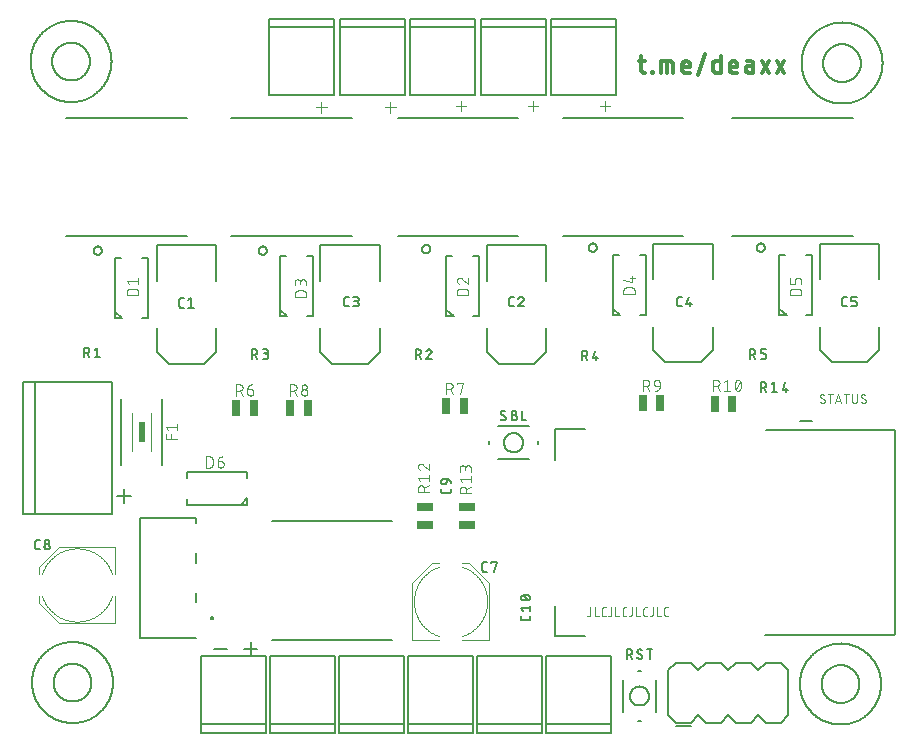
<source format=gbr>
G04 EAGLE Gerber RS-274X export*
G75*
%MOMM*%
%FSLAX34Y34*%
%LPD*%
%INSilkscreen Top*%
%IPPOS*%
%AMOC8*
5,1,8,0,0,1.08239X$1,22.5*%
G01*
%ADD10C,0.076200*%
%ADD11C,0.101600*%
%ADD12C,0.152400*%
%ADD13C,0.330200*%
%ADD14C,0.127000*%
%ADD15C,0.200000*%
%ADD16C,0.203200*%
%ADD17R,0.650000X1.400000*%
%ADD18R,1.400000X0.650000*%
%ADD19C,0.070000*%
%ADD20R,0.600000X1.800000*%
%ADD21R,0.600000X1.100000*%


D10*
X481626Y105537D02*
X481626Y99808D01*
X481624Y99730D01*
X481619Y99652D01*
X481609Y99575D01*
X481596Y99498D01*
X481580Y99422D01*
X481560Y99347D01*
X481536Y99273D01*
X481509Y99200D01*
X481478Y99128D01*
X481444Y99058D01*
X481407Y98990D01*
X481366Y98923D01*
X481322Y98858D01*
X481276Y98796D01*
X481226Y98736D01*
X481174Y98678D01*
X481119Y98623D01*
X481061Y98571D01*
X481001Y98521D01*
X480939Y98475D01*
X480874Y98431D01*
X480808Y98390D01*
X480739Y98353D01*
X480669Y98319D01*
X480597Y98288D01*
X480524Y98261D01*
X480450Y98237D01*
X480375Y98217D01*
X480299Y98201D01*
X480222Y98188D01*
X480145Y98178D01*
X480067Y98173D01*
X479989Y98171D01*
X479171Y98171D01*
X485320Y98171D02*
X485320Y105537D01*
X485320Y98171D02*
X488594Y98171D01*
X493014Y98171D02*
X494651Y98171D01*
X493014Y98171D02*
X492936Y98173D01*
X492858Y98178D01*
X492781Y98188D01*
X492704Y98201D01*
X492628Y98217D01*
X492553Y98237D01*
X492479Y98261D01*
X492406Y98288D01*
X492334Y98319D01*
X492264Y98353D01*
X492196Y98390D01*
X492129Y98431D01*
X492064Y98475D01*
X492002Y98521D01*
X491942Y98571D01*
X491884Y98623D01*
X491829Y98678D01*
X491777Y98736D01*
X491727Y98796D01*
X491681Y98858D01*
X491637Y98923D01*
X491596Y98990D01*
X491559Y99058D01*
X491525Y99128D01*
X491494Y99200D01*
X491467Y99273D01*
X491443Y99347D01*
X491423Y99422D01*
X491407Y99498D01*
X491394Y99575D01*
X491384Y99652D01*
X491379Y99730D01*
X491377Y99808D01*
X491378Y99808D02*
X491378Y103900D01*
X491377Y103900D02*
X491379Y103980D01*
X491385Y104060D01*
X491395Y104140D01*
X491408Y104219D01*
X491426Y104298D01*
X491447Y104375D01*
X491473Y104451D01*
X491502Y104526D01*
X491534Y104600D01*
X491570Y104672D01*
X491610Y104742D01*
X491653Y104809D01*
X491699Y104875D01*
X491749Y104938D01*
X491801Y104999D01*
X491856Y105058D01*
X491915Y105113D01*
X491975Y105165D01*
X492039Y105215D01*
X492105Y105261D01*
X492172Y105304D01*
X492242Y105344D01*
X492314Y105380D01*
X492388Y105412D01*
X492462Y105441D01*
X492539Y105467D01*
X492616Y105488D01*
X492695Y105506D01*
X492774Y105519D01*
X492854Y105529D01*
X492934Y105535D01*
X493014Y105537D01*
X494651Y105537D01*
X499183Y105537D02*
X499183Y99808D01*
X499181Y99730D01*
X499176Y99652D01*
X499166Y99575D01*
X499153Y99498D01*
X499137Y99422D01*
X499117Y99347D01*
X499093Y99273D01*
X499066Y99200D01*
X499035Y99128D01*
X499001Y99058D01*
X498964Y98990D01*
X498923Y98923D01*
X498879Y98858D01*
X498833Y98796D01*
X498783Y98736D01*
X498731Y98678D01*
X498676Y98623D01*
X498618Y98571D01*
X498558Y98521D01*
X498496Y98475D01*
X498431Y98431D01*
X498365Y98390D01*
X498296Y98353D01*
X498226Y98319D01*
X498154Y98288D01*
X498081Y98261D01*
X498007Y98237D01*
X497932Y98217D01*
X497856Y98201D01*
X497779Y98188D01*
X497702Y98178D01*
X497624Y98173D01*
X497546Y98171D01*
X496727Y98171D01*
X502877Y98171D02*
X502877Y105537D01*
X502877Y98171D02*
X506150Y98171D01*
X510571Y98171D02*
X512208Y98171D01*
X510571Y98171D02*
X510493Y98173D01*
X510415Y98178D01*
X510338Y98188D01*
X510261Y98201D01*
X510185Y98217D01*
X510110Y98237D01*
X510036Y98261D01*
X509963Y98288D01*
X509891Y98319D01*
X509821Y98353D01*
X509753Y98390D01*
X509686Y98431D01*
X509621Y98475D01*
X509559Y98521D01*
X509499Y98571D01*
X509441Y98623D01*
X509386Y98678D01*
X509334Y98736D01*
X509284Y98796D01*
X509238Y98858D01*
X509194Y98923D01*
X509153Y98990D01*
X509116Y99058D01*
X509082Y99128D01*
X509051Y99200D01*
X509024Y99273D01*
X509000Y99347D01*
X508980Y99422D01*
X508964Y99498D01*
X508951Y99575D01*
X508941Y99652D01*
X508936Y99730D01*
X508934Y99808D01*
X508934Y103900D01*
X508936Y103980D01*
X508942Y104060D01*
X508952Y104140D01*
X508965Y104219D01*
X508983Y104298D01*
X509004Y104375D01*
X509030Y104451D01*
X509059Y104526D01*
X509091Y104600D01*
X509127Y104672D01*
X509167Y104742D01*
X509210Y104809D01*
X509256Y104875D01*
X509306Y104938D01*
X509358Y104999D01*
X509413Y105058D01*
X509472Y105113D01*
X509532Y105165D01*
X509596Y105215D01*
X509662Y105261D01*
X509729Y105304D01*
X509799Y105344D01*
X509871Y105380D01*
X509945Y105412D01*
X510019Y105441D01*
X510096Y105467D01*
X510173Y105488D01*
X510252Y105506D01*
X510331Y105519D01*
X510411Y105529D01*
X510491Y105535D01*
X510571Y105537D01*
X512208Y105537D01*
X516739Y105537D02*
X516739Y99808D01*
X516737Y99730D01*
X516732Y99652D01*
X516722Y99575D01*
X516709Y99498D01*
X516693Y99422D01*
X516673Y99347D01*
X516649Y99273D01*
X516622Y99200D01*
X516591Y99128D01*
X516557Y99058D01*
X516520Y98990D01*
X516479Y98923D01*
X516435Y98858D01*
X516389Y98796D01*
X516339Y98736D01*
X516287Y98678D01*
X516232Y98623D01*
X516174Y98571D01*
X516114Y98521D01*
X516052Y98475D01*
X515987Y98431D01*
X515921Y98390D01*
X515852Y98353D01*
X515782Y98319D01*
X515710Y98288D01*
X515637Y98261D01*
X515563Y98237D01*
X515488Y98217D01*
X515412Y98201D01*
X515335Y98188D01*
X515258Y98178D01*
X515180Y98173D01*
X515102Y98171D01*
X514284Y98171D01*
X520433Y98171D02*
X520433Y105537D01*
X520433Y98171D02*
X523707Y98171D01*
X528127Y98171D02*
X529764Y98171D01*
X528127Y98171D02*
X528049Y98173D01*
X527971Y98178D01*
X527894Y98188D01*
X527817Y98201D01*
X527741Y98217D01*
X527666Y98237D01*
X527592Y98261D01*
X527519Y98288D01*
X527447Y98319D01*
X527377Y98353D01*
X527309Y98390D01*
X527242Y98431D01*
X527177Y98475D01*
X527115Y98521D01*
X527055Y98571D01*
X526997Y98623D01*
X526942Y98678D01*
X526890Y98736D01*
X526840Y98796D01*
X526794Y98858D01*
X526750Y98923D01*
X526709Y98990D01*
X526672Y99058D01*
X526638Y99128D01*
X526607Y99200D01*
X526580Y99273D01*
X526556Y99347D01*
X526536Y99422D01*
X526520Y99498D01*
X526507Y99575D01*
X526497Y99652D01*
X526492Y99730D01*
X526490Y99808D01*
X526490Y103900D01*
X526492Y103980D01*
X526498Y104060D01*
X526508Y104140D01*
X526521Y104219D01*
X526539Y104298D01*
X526560Y104375D01*
X526586Y104451D01*
X526615Y104526D01*
X526647Y104600D01*
X526683Y104672D01*
X526723Y104742D01*
X526766Y104809D01*
X526812Y104875D01*
X526862Y104938D01*
X526914Y104999D01*
X526969Y105058D01*
X527028Y105113D01*
X527088Y105165D01*
X527152Y105215D01*
X527218Y105261D01*
X527285Y105304D01*
X527355Y105344D01*
X527427Y105380D01*
X527501Y105412D01*
X527575Y105441D01*
X527652Y105467D01*
X527729Y105488D01*
X527808Y105506D01*
X527887Y105519D01*
X527967Y105529D01*
X528047Y105535D01*
X528127Y105537D01*
X529764Y105537D01*
X534295Y105537D02*
X534295Y99808D01*
X534296Y99808D02*
X534294Y99730D01*
X534289Y99652D01*
X534279Y99575D01*
X534266Y99498D01*
X534250Y99422D01*
X534230Y99347D01*
X534206Y99273D01*
X534179Y99200D01*
X534148Y99128D01*
X534114Y99058D01*
X534077Y98990D01*
X534036Y98923D01*
X533992Y98858D01*
X533946Y98796D01*
X533896Y98736D01*
X533844Y98678D01*
X533789Y98623D01*
X533731Y98571D01*
X533671Y98521D01*
X533609Y98475D01*
X533544Y98431D01*
X533478Y98390D01*
X533409Y98353D01*
X533339Y98319D01*
X533267Y98288D01*
X533194Y98261D01*
X533120Y98237D01*
X533045Y98217D01*
X532969Y98201D01*
X532892Y98188D01*
X532815Y98178D01*
X532737Y98173D01*
X532659Y98171D01*
X531840Y98171D01*
X537989Y98171D02*
X537989Y105537D01*
X537989Y98171D02*
X541263Y98171D01*
X545684Y98171D02*
X547320Y98171D01*
X545684Y98171D02*
X545606Y98173D01*
X545528Y98178D01*
X545451Y98188D01*
X545374Y98201D01*
X545298Y98217D01*
X545223Y98237D01*
X545149Y98261D01*
X545076Y98288D01*
X545004Y98319D01*
X544934Y98353D01*
X544866Y98390D01*
X544799Y98431D01*
X544734Y98475D01*
X544672Y98521D01*
X544612Y98571D01*
X544554Y98623D01*
X544499Y98678D01*
X544447Y98736D01*
X544397Y98796D01*
X544351Y98858D01*
X544307Y98923D01*
X544266Y98990D01*
X544229Y99058D01*
X544195Y99128D01*
X544164Y99200D01*
X544137Y99273D01*
X544113Y99347D01*
X544093Y99422D01*
X544077Y99498D01*
X544064Y99575D01*
X544054Y99652D01*
X544049Y99730D01*
X544047Y99808D01*
X544047Y103900D01*
X544049Y103980D01*
X544055Y104060D01*
X544065Y104140D01*
X544078Y104219D01*
X544096Y104298D01*
X544117Y104375D01*
X544143Y104451D01*
X544172Y104526D01*
X544204Y104600D01*
X544240Y104672D01*
X544280Y104742D01*
X544323Y104809D01*
X544369Y104875D01*
X544419Y104938D01*
X544471Y104999D01*
X544526Y105058D01*
X544585Y105113D01*
X544645Y105165D01*
X544709Y105215D01*
X544775Y105261D01*
X544842Y105304D01*
X544912Y105344D01*
X544984Y105380D01*
X545058Y105412D01*
X545132Y105441D01*
X545209Y105467D01*
X545286Y105488D01*
X545365Y105506D01*
X545444Y105519D01*
X545524Y105529D01*
X545604Y105535D01*
X545684Y105537D01*
X547320Y105537D01*
D11*
X258233Y528884D02*
X249428Y528884D01*
X253831Y524482D02*
X253831Y533287D01*
X307848Y528884D02*
X316653Y528884D01*
X312251Y524482D02*
X312251Y533287D01*
X367538Y530154D02*
X376343Y530154D01*
X371941Y525752D02*
X371941Y534557D01*
X428498Y530154D02*
X437303Y530154D01*
X432901Y525752D02*
X432901Y534557D01*
X489458Y530154D02*
X498263Y530154D01*
X493861Y525752D02*
X493861Y534557D01*
D10*
X680113Y280148D02*
X680111Y280070D01*
X680106Y279992D01*
X680096Y279915D01*
X680083Y279838D01*
X680067Y279762D01*
X680047Y279687D01*
X680023Y279613D01*
X679996Y279540D01*
X679965Y279468D01*
X679931Y279398D01*
X679894Y279330D01*
X679853Y279263D01*
X679809Y279198D01*
X679763Y279136D01*
X679713Y279076D01*
X679661Y279018D01*
X679606Y278963D01*
X679548Y278911D01*
X679488Y278861D01*
X679426Y278815D01*
X679361Y278771D01*
X679295Y278730D01*
X679226Y278693D01*
X679156Y278659D01*
X679084Y278628D01*
X679011Y278601D01*
X678937Y278577D01*
X678862Y278557D01*
X678786Y278541D01*
X678709Y278528D01*
X678632Y278518D01*
X678554Y278513D01*
X678476Y278511D01*
X678362Y278513D01*
X678249Y278518D01*
X678135Y278528D01*
X678022Y278541D01*
X677910Y278558D01*
X677798Y278578D01*
X677687Y278602D01*
X677576Y278630D01*
X677467Y278661D01*
X677359Y278696D01*
X677252Y278735D01*
X677146Y278777D01*
X677042Y278822D01*
X676939Y278871D01*
X676838Y278924D01*
X676739Y278979D01*
X676641Y279038D01*
X676546Y279100D01*
X676453Y279165D01*
X676361Y279233D01*
X676273Y279304D01*
X676186Y279378D01*
X676102Y279455D01*
X676021Y279534D01*
X676225Y284240D02*
X676227Y284318D01*
X676232Y284396D01*
X676242Y284473D01*
X676255Y284550D01*
X676271Y284626D01*
X676291Y284701D01*
X676315Y284775D01*
X676342Y284848D01*
X676373Y284920D01*
X676407Y284990D01*
X676444Y285059D01*
X676485Y285125D01*
X676529Y285190D01*
X676575Y285252D01*
X676625Y285312D01*
X676677Y285370D01*
X676732Y285425D01*
X676790Y285477D01*
X676850Y285527D01*
X676912Y285573D01*
X676977Y285617D01*
X677044Y285658D01*
X677112Y285695D01*
X677182Y285729D01*
X677254Y285760D01*
X677327Y285787D01*
X677401Y285811D01*
X677476Y285831D01*
X677552Y285847D01*
X677629Y285860D01*
X677706Y285870D01*
X677784Y285875D01*
X677862Y285877D01*
X677972Y285875D01*
X678081Y285869D01*
X678191Y285859D01*
X678299Y285846D01*
X678408Y285828D01*
X678515Y285807D01*
X678622Y285781D01*
X678728Y285752D01*
X678833Y285720D01*
X678936Y285683D01*
X679038Y285643D01*
X679139Y285599D01*
X679238Y285551D01*
X679335Y285501D01*
X679430Y285446D01*
X679523Y285388D01*
X679614Y285327D01*
X679703Y285263D01*
X677044Y282807D02*
X676977Y282849D01*
X676912Y282893D01*
X676850Y282941D01*
X676790Y282991D01*
X676732Y283044D01*
X676677Y283100D01*
X676625Y283159D01*
X676575Y283219D01*
X676528Y283283D01*
X676485Y283348D01*
X676444Y283415D01*
X676407Y283484D01*
X676373Y283555D01*
X676342Y283627D01*
X676315Y283701D01*
X676291Y283775D01*
X676271Y283851D01*
X676255Y283928D01*
X676242Y284005D01*
X676232Y284083D01*
X676227Y284162D01*
X676225Y284240D01*
X679295Y281580D02*
X679361Y281538D01*
X679426Y281494D01*
X679488Y281447D01*
X679548Y281396D01*
X679606Y281343D01*
X679661Y281287D01*
X679714Y281229D01*
X679763Y281168D01*
X679810Y281105D01*
X679853Y281040D01*
X679894Y280973D01*
X679931Y280904D01*
X679965Y280833D01*
X679996Y280761D01*
X680023Y280687D01*
X680047Y280612D01*
X680067Y280537D01*
X680083Y280460D01*
X680096Y280383D01*
X680106Y280305D01*
X680111Y280226D01*
X680113Y280148D01*
X679295Y281580D02*
X677044Y282808D01*
X684651Y285877D02*
X684651Y278511D01*
X682605Y285877D02*
X686697Y285877D01*
X691478Y285877D02*
X689023Y278511D01*
X693934Y278511D02*
X691478Y285877D01*
X689637Y280353D02*
X693320Y280353D01*
X698306Y278511D02*
X698306Y285877D01*
X696260Y285877D02*
X700352Y285877D01*
X703331Y285877D02*
X703331Y280557D01*
X703333Y280468D01*
X703339Y280379D01*
X703349Y280290D01*
X703362Y280202D01*
X703379Y280114D01*
X703401Y280027D01*
X703426Y279942D01*
X703454Y279857D01*
X703487Y279774D01*
X703523Y279692D01*
X703562Y279612D01*
X703605Y279534D01*
X703651Y279458D01*
X703701Y279383D01*
X703754Y279311D01*
X703810Y279242D01*
X703869Y279175D01*
X703930Y279110D01*
X703995Y279049D01*
X704062Y278990D01*
X704131Y278934D01*
X704203Y278881D01*
X704278Y278831D01*
X704354Y278785D01*
X704432Y278742D01*
X704512Y278703D01*
X704594Y278667D01*
X704677Y278634D01*
X704762Y278606D01*
X704847Y278581D01*
X704934Y278559D01*
X705022Y278542D01*
X705110Y278529D01*
X705199Y278519D01*
X705288Y278513D01*
X705377Y278511D01*
X705466Y278513D01*
X705555Y278519D01*
X705644Y278529D01*
X705732Y278542D01*
X705820Y278559D01*
X705907Y278581D01*
X705992Y278606D01*
X706077Y278634D01*
X706160Y278667D01*
X706242Y278703D01*
X706322Y278742D01*
X706400Y278785D01*
X706476Y278831D01*
X706551Y278881D01*
X706623Y278934D01*
X706692Y278990D01*
X706759Y279049D01*
X706824Y279110D01*
X706885Y279175D01*
X706944Y279242D01*
X707000Y279311D01*
X707053Y279383D01*
X707103Y279458D01*
X707149Y279534D01*
X707192Y279612D01*
X707231Y279692D01*
X707267Y279774D01*
X707300Y279857D01*
X707328Y279942D01*
X707353Y280027D01*
X707375Y280114D01*
X707392Y280202D01*
X707405Y280290D01*
X707415Y280379D01*
X707421Y280468D01*
X707423Y280557D01*
X707423Y285877D01*
X714739Y280148D02*
X714737Y280070D01*
X714732Y279992D01*
X714722Y279915D01*
X714709Y279838D01*
X714693Y279762D01*
X714673Y279687D01*
X714649Y279613D01*
X714622Y279540D01*
X714591Y279468D01*
X714557Y279398D01*
X714520Y279330D01*
X714479Y279263D01*
X714435Y279198D01*
X714389Y279136D01*
X714339Y279076D01*
X714287Y279018D01*
X714232Y278963D01*
X714174Y278911D01*
X714114Y278861D01*
X714052Y278815D01*
X713987Y278771D01*
X713921Y278730D01*
X713852Y278693D01*
X713782Y278659D01*
X713710Y278628D01*
X713637Y278601D01*
X713563Y278577D01*
X713488Y278557D01*
X713412Y278541D01*
X713335Y278528D01*
X713258Y278518D01*
X713180Y278513D01*
X713102Y278511D01*
X712988Y278513D01*
X712875Y278518D01*
X712761Y278528D01*
X712648Y278541D01*
X712536Y278558D01*
X712424Y278578D01*
X712313Y278602D01*
X712202Y278630D01*
X712093Y278661D01*
X711985Y278696D01*
X711878Y278735D01*
X711772Y278777D01*
X711668Y278822D01*
X711565Y278871D01*
X711464Y278924D01*
X711365Y278979D01*
X711267Y279038D01*
X711172Y279100D01*
X711079Y279165D01*
X710987Y279233D01*
X710899Y279304D01*
X710812Y279378D01*
X710728Y279455D01*
X710647Y279534D01*
X710851Y284240D02*
X710853Y284318D01*
X710858Y284396D01*
X710868Y284473D01*
X710881Y284550D01*
X710897Y284626D01*
X710917Y284701D01*
X710941Y284775D01*
X710968Y284848D01*
X710999Y284920D01*
X711033Y284990D01*
X711070Y285059D01*
X711111Y285125D01*
X711155Y285190D01*
X711201Y285252D01*
X711251Y285312D01*
X711303Y285370D01*
X711358Y285425D01*
X711416Y285477D01*
X711476Y285527D01*
X711538Y285573D01*
X711603Y285617D01*
X711670Y285658D01*
X711738Y285695D01*
X711808Y285729D01*
X711880Y285760D01*
X711953Y285787D01*
X712027Y285811D01*
X712102Y285831D01*
X712178Y285847D01*
X712255Y285860D01*
X712332Y285870D01*
X712410Y285875D01*
X712488Y285877D01*
X712598Y285875D01*
X712707Y285869D01*
X712817Y285859D01*
X712925Y285846D01*
X713034Y285828D01*
X713141Y285807D01*
X713248Y285781D01*
X713354Y285752D01*
X713459Y285720D01*
X713562Y285683D01*
X713664Y285643D01*
X713765Y285599D01*
X713864Y285551D01*
X713961Y285501D01*
X714056Y285446D01*
X714149Y285388D01*
X714240Y285327D01*
X714329Y285263D01*
X711669Y282807D02*
X711602Y282849D01*
X711537Y282893D01*
X711475Y282941D01*
X711415Y282991D01*
X711357Y283044D01*
X711302Y283100D01*
X711250Y283159D01*
X711200Y283219D01*
X711153Y283283D01*
X711110Y283348D01*
X711069Y283415D01*
X711032Y283484D01*
X710998Y283555D01*
X710967Y283627D01*
X710940Y283701D01*
X710916Y283775D01*
X710896Y283851D01*
X710880Y283928D01*
X710867Y284005D01*
X710857Y284083D01*
X710852Y284162D01*
X710850Y284240D01*
X713920Y281580D02*
X713986Y281538D01*
X714051Y281494D01*
X714113Y281447D01*
X714173Y281396D01*
X714231Y281343D01*
X714286Y281287D01*
X714339Y281229D01*
X714388Y281168D01*
X714435Y281105D01*
X714478Y281040D01*
X714519Y280973D01*
X714556Y280904D01*
X714590Y280833D01*
X714621Y280761D01*
X714648Y280687D01*
X714672Y280612D01*
X714692Y280537D01*
X714708Y280460D01*
X714721Y280383D01*
X714731Y280305D01*
X714736Y280226D01*
X714738Y280148D01*
X713920Y281580D02*
X711669Y282808D01*
D12*
X92625Y199446D02*
X80772Y199446D01*
X86699Y193520D02*
X86699Y205373D01*
X163322Y70584D02*
X174159Y70584D01*
X188722Y70584D02*
X199559Y70584D01*
X194141Y65165D02*
X194141Y76002D01*
D13*
X523111Y567883D02*
X527937Y567883D01*
X524720Y572709D02*
X524720Y560644D01*
X524722Y560547D01*
X524728Y560450D01*
X524738Y560353D01*
X524751Y560257D01*
X524769Y560161D01*
X524790Y560067D01*
X524815Y559973D01*
X524844Y559880D01*
X524877Y559788D01*
X524913Y559698D01*
X524953Y559610D01*
X524996Y559523D01*
X525043Y559438D01*
X525094Y559354D01*
X525147Y559273D01*
X525204Y559194D01*
X525264Y559118D01*
X525327Y559044D01*
X525393Y558972D01*
X525461Y558904D01*
X525533Y558838D01*
X525607Y558775D01*
X525683Y558715D01*
X525762Y558658D01*
X525843Y558605D01*
X525927Y558554D01*
X526012Y558507D01*
X526099Y558464D01*
X526187Y558424D01*
X526277Y558388D01*
X526369Y558355D01*
X526462Y558326D01*
X526556Y558301D01*
X526650Y558280D01*
X526746Y558262D01*
X526842Y558249D01*
X526939Y558239D01*
X527036Y558233D01*
X527133Y558231D01*
X527937Y558231D01*
X533657Y558231D02*
X533657Y559035D01*
X534462Y559035D01*
X534462Y558231D01*
X533657Y558231D01*
X541738Y558231D02*
X541738Y567883D01*
X548977Y567883D01*
X549074Y567881D01*
X549171Y567875D01*
X549268Y567865D01*
X549364Y567852D01*
X549460Y567834D01*
X549554Y567813D01*
X549648Y567788D01*
X549741Y567759D01*
X549833Y567726D01*
X549923Y567690D01*
X550011Y567650D01*
X550098Y567607D01*
X550184Y567560D01*
X550267Y567509D01*
X550348Y567456D01*
X550427Y567399D01*
X550503Y567339D01*
X550577Y567276D01*
X550649Y567210D01*
X550717Y567142D01*
X550783Y567070D01*
X550846Y566996D01*
X550906Y566920D01*
X550963Y566841D01*
X551016Y566760D01*
X551067Y566677D01*
X551114Y566591D01*
X551157Y566504D01*
X551197Y566416D01*
X551233Y566326D01*
X551266Y566234D01*
X551295Y566141D01*
X551320Y566047D01*
X551341Y565953D01*
X551359Y565857D01*
X551372Y565761D01*
X551382Y565664D01*
X551388Y565567D01*
X551390Y565470D01*
X551390Y558231D01*
X546564Y558231D02*
X546564Y567883D01*
X561912Y558231D02*
X565934Y558231D01*
X561912Y558231D02*
X561815Y558233D01*
X561718Y558239D01*
X561621Y558249D01*
X561525Y558262D01*
X561429Y558280D01*
X561335Y558301D01*
X561241Y558326D01*
X561148Y558355D01*
X561056Y558388D01*
X560966Y558424D01*
X560878Y558464D01*
X560791Y558507D01*
X560706Y558554D01*
X560622Y558605D01*
X560541Y558658D01*
X560462Y558715D01*
X560386Y558775D01*
X560312Y558838D01*
X560240Y558904D01*
X560172Y558972D01*
X560106Y559044D01*
X560043Y559118D01*
X559983Y559194D01*
X559926Y559273D01*
X559873Y559354D01*
X559822Y559438D01*
X559775Y559523D01*
X559732Y559610D01*
X559692Y559698D01*
X559656Y559788D01*
X559623Y559880D01*
X559594Y559973D01*
X559569Y560067D01*
X559548Y560161D01*
X559530Y560257D01*
X559517Y560353D01*
X559507Y560450D01*
X559501Y560547D01*
X559499Y560644D01*
X559499Y564666D01*
X559500Y564666D02*
X559502Y564778D01*
X559508Y564890D01*
X559518Y565002D01*
X559531Y565114D01*
X559549Y565225D01*
X559570Y565335D01*
X559596Y565444D01*
X559625Y565553D01*
X559657Y565660D01*
X559694Y565766D01*
X559734Y565871D01*
X559778Y565974D01*
X559826Y566076D01*
X559877Y566176D01*
X559931Y566275D01*
X559989Y566371D01*
X560050Y566465D01*
X560114Y566557D01*
X560182Y566647D01*
X560253Y566734D01*
X560326Y566819D01*
X560403Y566901D01*
X560482Y566980D01*
X560564Y567057D01*
X560649Y567130D01*
X560736Y567201D01*
X560826Y567269D01*
X560918Y567333D01*
X561012Y567394D01*
X561109Y567452D01*
X561207Y567506D01*
X561307Y567557D01*
X561409Y567605D01*
X561512Y567649D01*
X561617Y567689D01*
X561723Y567726D01*
X561830Y567758D01*
X561939Y567787D01*
X562048Y567813D01*
X562158Y567834D01*
X562269Y567852D01*
X562381Y567865D01*
X562493Y567875D01*
X562605Y567881D01*
X562717Y567883D01*
X562829Y567881D01*
X562941Y567875D01*
X563053Y567865D01*
X563165Y567852D01*
X563276Y567834D01*
X563386Y567813D01*
X563495Y567787D01*
X563604Y567758D01*
X563711Y567726D01*
X563817Y567689D01*
X563922Y567649D01*
X564025Y567605D01*
X564127Y567557D01*
X564227Y567506D01*
X564326Y567452D01*
X564422Y567394D01*
X564516Y567333D01*
X564608Y567269D01*
X564698Y567201D01*
X564785Y567130D01*
X564870Y567057D01*
X564952Y566980D01*
X565031Y566901D01*
X565108Y566819D01*
X565181Y566734D01*
X565252Y566647D01*
X565320Y566557D01*
X565384Y566465D01*
X565445Y566371D01*
X565503Y566275D01*
X565557Y566176D01*
X565608Y566076D01*
X565656Y565974D01*
X565700Y565871D01*
X565740Y565766D01*
X565777Y565660D01*
X565809Y565553D01*
X565838Y565444D01*
X565864Y565335D01*
X565885Y565225D01*
X565903Y565114D01*
X565916Y565002D01*
X565926Y564890D01*
X565932Y564778D01*
X565934Y564666D01*
X565934Y563057D01*
X559499Y563057D01*
X572525Y556622D02*
X578960Y574318D01*
X591861Y572709D02*
X591861Y558231D01*
X587839Y558231D01*
X587742Y558233D01*
X587645Y558239D01*
X587548Y558249D01*
X587452Y558262D01*
X587356Y558280D01*
X587262Y558301D01*
X587168Y558326D01*
X587075Y558355D01*
X586983Y558388D01*
X586893Y558424D01*
X586805Y558464D01*
X586718Y558507D01*
X586633Y558554D01*
X586549Y558605D01*
X586468Y558658D01*
X586389Y558715D01*
X586313Y558775D01*
X586239Y558838D01*
X586167Y558904D01*
X586099Y558972D01*
X586033Y559044D01*
X585970Y559118D01*
X585910Y559194D01*
X585853Y559273D01*
X585800Y559354D01*
X585749Y559438D01*
X585702Y559523D01*
X585659Y559610D01*
X585619Y559698D01*
X585583Y559788D01*
X585550Y559880D01*
X585521Y559973D01*
X585496Y560067D01*
X585475Y560161D01*
X585457Y560257D01*
X585444Y560353D01*
X585434Y560450D01*
X585428Y560547D01*
X585426Y560644D01*
X585426Y565470D01*
X585428Y565567D01*
X585434Y565664D01*
X585444Y565761D01*
X585457Y565857D01*
X585475Y565953D01*
X585496Y566047D01*
X585521Y566141D01*
X585550Y566234D01*
X585583Y566326D01*
X585619Y566416D01*
X585659Y566504D01*
X585702Y566591D01*
X585749Y566677D01*
X585800Y566760D01*
X585853Y566841D01*
X585910Y566920D01*
X585970Y566996D01*
X586033Y567070D01*
X586099Y567142D01*
X586167Y567210D01*
X586239Y567276D01*
X586313Y567339D01*
X586389Y567399D01*
X586468Y567456D01*
X586549Y567509D01*
X586633Y567560D01*
X586718Y567607D01*
X586805Y567650D01*
X586893Y567690D01*
X586983Y567726D01*
X587075Y567759D01*
X587168Y567788D01*
X587262Y567813D01*
X587356Y567834D01*
X587452Y567852D01*
X587548Y567865D01*
X587645Y567875D01*
X587742Y567881D01*
X587839Y567883D01*
X591861Y567883D01*
X602032Y558231D02*
X606054Y558231D01*
X602032Y558231D02*
X601935Y558233D01*
X601838Y558239D01*
X601741Y558249D01*
X601645Y558262D01*
X601549Y558280D01*
X601455Y558301D01*
X601361Y558326D01*
X601268Y558355D01*
X601176Y558388D01*
X601086Y558424D01*
X600998Y558464D01*
X600911Y558507D01*
X600826Y558554D01*
X600742Y558605D01*
X600661Y558658D01*
X600582Y558715D01*
X600506Y558775D01*
X600432Y558838D01*
X600360Y558904D01*
X600292Y558972D01*
X600226Y559044D01*
X600163Y559118D01*
X600103Y559194D01*
X600046Y559273D01*
X599993Y559354D01*
X599942Y559438D01*
X599895Y559523D01*
X599852Y559610D01*
X599812Y559698D01*
X599776Y559788D01*
X599743Y559880D01*
X599714Y559973D01*
X599689Y560067D01*
X599668Y560161D01*
X599650Y560257D01*
X599637Y560353D01*
X599627Y560450D01*
X599621Y560547D01*
X599619Y560644D01*
X599619Y564666D01*
X599620Y564666D02*
X599622Y564778D01*
X599628Y564890D01*
X599638Y565002D01*
X599651Y565114D01*
X599669Y565225D01*
X599690Y565335D01*
X599716Y565444D01*
X599745Y565553D01*
X599777Y565660D01*
X599814Y565766D01*
X599854Y565871D01*
X599898Y565974D01*
X599946Y566076D01*
X599997Y566176D01*
X600051Y566275D01*
X600109Y566371D01*
X600170Y566465D01*
X600234Y566557D01*
X600302Y566647D01*
X600373Y566734D01*
X600446Y566819D01*
X600523Y566901D01*
X600602Y566980D01*
X600684Y567057D01*
X600769Y567130D01*
X600856Y567201D01*
X600946Y567269D01*
X601038Y567333D01*
X601132Y567394D01*
X601229Y567452D01*
X601327Y567506D01*
X601427Y567557D01*
X601529Y567605D01*
X601632Y567649D01*
X601737Y567689D01*
X601843Y567726D01*
X601950Y567758D01*
X602059Y567787D01*
X602168Y567813D01*
X602278Y567834D01*
X602389Y567852D01*
X602501Y567865D01*
X602613Y567875D01*
X602725Y567881D01*
X602837Y567883D01*
X602949Y567881D01*
X603061Y567875D01*
X603173Y567865D01*
X603285Y567852D01*
X603396Y567834D01*
X603506Y567813D01*
X603615Y567787D01*
X603724Y567758D01*
X603831Y567726D01*
X603937Y567689D01*
X604042Y567649D01*
X604145Y567605D01*
X604247Y567557D01*
X604347Y567506D01*
X604446Y567452D01*
X604542Y567394D01*
X604636Y567333D01*
X604728Y567269D01*
X604818Y567201D01*
X604905Y567130D01*
X604990Y567057D01*
X605072Y566980D01*
X605151Y566901D01*
X605228Y566819D01*
X605301Y566734D01*
X605372Y566647D01*
X605440Y566557D01*
X605504Y566465D01*
X605565Y566371D01*
X605623Y566275D01*
X605677Y566176D01*
X605728Y566076D01*
X605776Y565974D01*
X605820Y565871D01*
X605860Y565766D01*
X605897Y565660D01*
X605929Y565553D01*
X605958Y565444D01*
X605984Y565335D01*
X606005Y565225D01*
X606023Y565114D01*
X606036Y565002D01*
X606046Y564890D01*
X606052Y564778D01*
X606054Y564666D01*
X606054Y563057D01*
X599619Y563057D01*
X615856Y563861D02*
X619476Y563861D01*
X615856Y563861D02*
X615751Y563859D01*
X615646Y563853D01*
X615541Y563843D01*
X615436Y563830D01*
X615333Y563812D01*
X615230Y563790D01*
X615127Y563765D01*
X615026Y563736D01*
X614926Y563703D01*
X614828Y563666D01*
X614730Y563626D01*
X614635Y563582D01*
X614541Y563535D01*
X614449Y563484D01*
X614358Y563430D01*
X614270Y563372D01*
X614184Y563311D01*
X614101Y563247D01*
X614020Y563180D01*
X613941Y563110D01*
X613865Y563037D01*
X613792Y562961D01*
X613722Y562882D01*
X613655Y562801D01*
X613591Y562718D01*
X613530Y562632D01*
X613472Y562544D01*
X613418Y562454D01*
X613367Y562361D01*
X613320Y562267D01*
X613276Y562172D01*
X613236Y562074D01*
X613199Y561976D01*
X613166Y561876D01*
X613137Y561775D01*
X613112Y561672D01*
X613090Y561569D01*
X613072Y561466D01*
X613059Y561361D01*
X613049Y561256D01*
X613043Y561151D01*
X613041Y561046D01*
X613043Y560941D01*
X613049Y560836D01*
X613059Y560731D01*
X613072Y560626D01*
X613090Y560523D01*
X613112Y560420D01*
X613137Y560317D01*
X613166Y560216D01*
X613199Y560116D01*
X613236Y560018D01*
X613276Y559920D01*
X613320Y559825D01*
X613367Y559731D01*
X613418Y559639D01*
X613472Y559548D01*
X613530Y559460D01*
X613591Y559374D01*
X613655Y559291D01*
X613722Y559210D01*
X613792Y559131D01*
X613865Y559055D01*
X613941Y558982D01*
X614020Y558912D01*
X614101Y558845D01*
X614184Y558781D01*
X614270Y558720D01*
X614358Y558662D01*
X614449Y558608D01*
X614541Y558557D01*
X614635Y558510D01*
X614730Y558466D01*
X614828Y558426D01*
X614926Y558389D01*
X615026Y558356D01*
X615127Y558327D01*
X615230Y558302D01*
X615333Y558280D01*
X615436Y558262D01*
X615541Y558249D01*
X615646Y558239D01*
X615751Y558233D01*
X615856Y558231D01*
X619476Y558231D01*
X619476Y565470D01*
X619474Y565567D01*
X619468Y565664D01*
X619458Y565761D01*
X619445Y565857D01*
X619427Y565953D01*
X619406Y566047D01*
X619381Y566141D01*
X619352Y566234D01*
X619319Y566326D01*
X619283Y566416D01*
X619243Y566504D01*
X619200Y566591D01*
X619153Y566677D01*
X619102Y566760D01*
X619049Y566841D01*
X618992Y566920D01*
X618932Y566996D01*
X618869Y567070D01*
X618803Y567142D01*
X618735Y567210D01*
X618663Y567276D01*
X618589Y567339D01*
X618513Y567399D01*
X618434Y567456D01*
X618353Y567509D01*
X618270Y567560D01*
X618184Y567607D01*
X618097Y567650D01*
X618009Y567690D01*
X617919Y567726D01*
X617827Y567759D01*
X617734Y567788D01*
X617640Y567813D01*
X617546Y567834D01*
X617450Y567852D01*
X617354Y567865D01*
X617257Y567875D01*
X617160Y567881D01*
X617063Y567883D01*
X613845Y567883D01*
X626714Y558231D02*
X633148Y567883D01*
X626714Y567883D02*
X633148Y558231D01*
X639219Y558231D02*
X645653Y567883D01*
X639219Y567883D02*
X645653Y558231D01*
D14*
X61030Y407670D02*
X61032Y407788D01*
X61038Y407906D01*
X61048Y408024D01*
X61062Y408141D01*
X61080Y408258D01*
X61102Y408375D01*
X61127Y408490D01*
X61157Y408604D01*
X61191Y408718D01*
X61228Y408830D01*
X61269Y408941D01*
X61314Y409050D01*
X61362Y409158D01*
X61414Y409264D01*
X61470Y409369D01*
X61529Y409471D01*
X61591Y409571D01*
X61657Y409669D01*
X61726Y409765D01*
X61799Y409859D01*
X61874Y409950D01*
X61953Y410038D01*
X62034Y410124D01*
X62119Y410207D01*
X62206Y410287D01*
X62295Y410364D01*
X62388Y410438D01*
X62482Y410508D01*
X62579Y410576D01*
X62679Y410640D01*
X62780Y410701D01*
X62883Y410758D01*
X62989Y410812D01*
X63096Y410863D01*
X63204Y410909D01*
X63314Y410952D01*
X63426Y410991D01*
X63539Y411027D01*
X63653Y411058D01*
X63768Y411086D01*
X63883Y411110D01*
X64000Y411130D01*
X64117Y411146D01*
X64235Y411158D01*
X64353Y411166D01*
X64471Y411170D01*
X64589Y411170D01*
X64707Y411166D01*
X64825Y411158D01*
X64943Y411146D01*
X65060Y411130D01*
X65177Y411110D01*
X65292Y411086D01*
X65407Y411058D01*
X65521Y411027D01*
X65634Y410991D01*
X65746Y410952D01*
X65856Y410909D01*
X65964Y410863D01*
X66071Y410812D01*
X66177Y410758D01*
X66280Y410701D01*
X66381Y410640D01*
X66481Y410576D01*
X66578Y410508D01*
X66672Y410438D01*
X66765Y410364D01*
X66854Y410287D01*
X66941Y410207D01*
X67026Y410124D01*
X67107Y410038D01*
X67186Y409950D01*
X67261Y409859D01*
X67334Y409765D01*
X67403Y409669D01*
X67469Y409571D01*
X67531Y409471D01*
X67590Y409369D01*
X67646Y409264D01*
X67698Y409158D01*
X67746Y409050D01*
X67791Y408941D01*
X67832Y408830D01*
X67869Y408718D01*
X67903Y408604D01*
X67933Y408490D01*
X67958Y408375D01*
X67980Y408258D01*
X67998Y408141D01*
X68012Y408024D01*
X68022Y407906D01*
X68028Y407788D01*
X68030Y407670D01*
X68028Y407552D01*
X68022Y407434D01*
X68012Y407316D01*
X67998Y407199D01*
X67980Y407082D01*
X67958Y406965D01*
X67933Y406850D01*
X67903Y406736D01*
X67869Y406622D01*
X67832Y406510D01*
X67791Y406399D01*
X67746Y406290D01*
X67698Y406182D01*
X67646Y406076D01*
X67590Y405971D01*
X67531Y405869D01*
X67469Y405769D01*
X67403Y405671D01*
X67334Y405575D01*
X67261Y405481D01*
X67186Y405390D01*
X67107Y405302D01*
X67026Y405216D01*
X66941Y405133D01*
X66854Y405053D01*
X66765Y404976D01*
X66672Y404902D01*
X66578Y404832D01*
X66481Y404764D01*
X66381Y404700D01*
X66280Y404639D01*
X66177Y404582D01*
X66071Y404528D01*
X65964Y404477D01*
X65856Y404431D01*
X65746Y404388D01*
X65634Y404349D01*
X65521Y404313D01*
X65407Y404282D01*
X65292Y404254D01*
X65177Y404230D01*
X65060Y404210D01*
X64943Y404194D01*
X64825Y404182D01*
X64707Y404174D01*
X64589Y404170D01*
X64471Y404170D01*
X64353Y404174D01*
X64235Y404182D01*
X64117Y404194D01*
X64000Y404210D01*
X63883Y404230D01*
X63768Y404254D01*
X63653Y404282D01*
X63539Y404313D01*
X63426Y404349D01*
X63314Y404388D01*
X63204Y404431D01*
X63096Y404477D01*
X62989Y404528D01*
X62883Y404582D01*
X62780Y404639D01*
X62679Y404700D01*
X62579Y404764D01*
X62482Y404832D01*
X62388Y404902D01*
X62295Y404976D01*
X62206Y405053D01*
X62119Y405133D01*
X62034Y405216D01*
X61953Y405302D01*
X61874Y405390D01*
X61799Y405481D01*
X61726Y405575D01*
X61657Y405671D01*
X61591Y405769D01*
X61529Y405869D01*
X61470Y405971D01*
X61414Y406076D01*
X61362Y406182D01*
X61314Y406290D01*
X61269Y406399D01*
X61228Y406510D01*
X61191Y406622D01*
X61157Y406736D01*
X61127Y406850D01*
X61102Y406965D01*
X61080Y407082D01*
X61062Y407199D01*
X61048Y407316D01*
X61038Y407434D01*
X61032Y407552D01*
X61030Y407670D01*
D15*
X37900Y519900D02*
X139900Y519900D01*
X139900Y419900D02*
X37900Y419900D01*
X78740Y355600D02*
X78740Y350520D01*
X78740Y355600D02*
X78740Y401320D01*
X106680Y401320D02*
X106680Y350520D01*
X101600Y350520D01*
X85090Y350520D02*
X78740Y355600D01*
X78740Y350520D02*
X85090Y350520D01*
X83820Y401320D02*
X78740Y401320D01*
X101600Y401320D02*
X106680Y401320D01*
D10*
X98679Y369855D02*
X89281Y369855D01*
X89281Y372466D01*
X89283Y372566D01*
X89289Y372666D01*
X89298Y372765D01*
X89312Y372865D01*
X89329Y372963D01*
X89350Y373061D01*
X89374Y373158D01*
X89403Y373254D01*
X89435Y373349D01*
X89470Y373442D01*
X89509Y373534D01*
X89552Y373625D01*
X89598Y373713D01*
X89648Y373800D01*
X89700Y373885D01*
X89756Y373968D01*
X89815Y374049D01*
X89878Y374127D01*
X89943Y374203D01*
X90011Y374277D01*
X90081Y374347D01*
X90155Y374415D01*
X90231Y374480D01*
X90309Y374543D01*
X90390Y374602D01*
X90473Y374658D01*
X90558Y374710D01*
X90645Y374760D01*
X90733Y374806D01*
X90824Y374849D01*
X90916Y374888D01*
X91009Y374923D01*
X91104Y374955D01*
X91200Y374984D01*
X91297Y375008D01*
X91395Y375029D01*
X91493Y375046D01*
X91593Y375060D01*
X91692Y375069D01*
X91792Y375075D01*
X91892Y375077D01*
X91892Y375076D02*
X96068Y375076D01*
X96068Y375077D02*
X96168Y375075D01*
X96268Y375069D01*
X96367Y375060D01*
X96467Y375046D01*
X96565Y375029D01*
X96663Y375008D01*
X96760Y374984D01*
X96856Y374955D01*
X96951Y374923D01*
X97044Y374888D01*
X97136Y374849D01*
X97227Y374806D01*
X97315Y374760D01*
X97402Y374710D01*
X97487Y374658D01*
X97570Y374602D01*
X97651Y374543D01*
X97729Y374480D01*
X97805Y374415D01*
X97879Y374347D01*
X97949Y374277D01*
X98017Y374203D01*
X98082Y374127D01*
X98145Y374049D01*
X98204Y373968D01*
X98260Y373885D01*
X98312Y373800D01*
X98362Y373713D01*
X98408Y373625D01*
X98451Y373534D01*
X98490Y373442D01*
X98525Y373349D01*
X98557Y373254D01*
X98586Y373158D01*
X98610Y373061D01*
X98631Y372963D01*
X98648Y372865D01*
X98662Y372765D01*
X98671Y372666D01*
X98677Y372566D01*
X98679Y372466D01*
X98679Y369855D01*
X91369Y379304D02*
X89281Y381914D01*
X98679Y381914D01*
X98679Y379304D02*
X98679Y384525D01*
D16*
X52912Y325374D02*
X52912Y317246D01*
X52912Y325374D02*
X55170Y325374D01*
X55263Y325372D01*
X55356Y325366D01*
X55449Y325357D01*
X55542Y325343D01*
X55633Y325326D01*
X55724Y325305D01*
X55814Y325280D01*
X55903Y325252D01*
X55991Y325220D01*
X56077Y325184D01*
X56162Y325145D01*
X56245Y325102D01*
X56326Y325056D01*
X56405Y325006D01*
X56482Y324954D01*
X56557Y324898D01*
X56629Y324839D01*
X56699Y324777D01*
X56767Y324713D01*
X56831Y324645D01*
X56893Y324575D01*
X56952Y324503D01*
X57008Y324428D01*
X57060Y324351D01*
X57110Y324272D01*
X57156Y324191D01*
X57199Y324108D01*
X57238Y324023D01*
X57274Y323937D01*
X57306Y323849D01*
X57334Y323760D01*
X57359Y323670D01*
X57380Y323579D01*
X57397Y323488D01*
X57411Y323395D01*
X57420Y323302D01*
X57426Y323209D01*
X57428Y323116D01*
X57426Y323023D01*
X57420Y322930D01*
X57411Y322837D01*
X57397Y322744D01*
X57380Y322653D01*
X57359Y322562D01*
X57334Y322472D01*
X57306Y322383D01*
X57274Y322295D01*
X57238Y322209D01*
X57199Y322124D01*
X57156Y322041D01*
X57110Y321960D01*
X57060Y321881D01*
X57008Y321804D01*
X56952Y321729D01*
X56893Y321657D01*
X56831Y321587D01*
X56767Y321519D01*
X56699Y321455D01*
X56629Y321393D01*
X56557Y321334D01*
X56482Y321278D01*
X56405Y321226D01*
X56326Y321176D01*
X56245Y321130D01*
X56162Y321087D01*
X56077Y321048D01*
X55991Y321012D01*
X55903Y320980D01*
X55814Y320952D01*
X55724Y320927D01*
X55633Y320906D01*
X55542Y320889D01*
X55449Y320875D01*
X55356Y320866D01*
X55263Y320860D01*
X55170Y320858D01*
X52912Y320858D01*
X55621Y320858D02*
X57427Y317246D01*
X61953Y323568D02*
X64210Y325374D01*
X64210Y317246D01*
X61953Y317246D02*
X66468Y317246D01*
X164700Y381950D02*
X164700Y411950D01*
X114700Y411950D01*
X114700Y381950D01*
X164700Y341950D02*
X164700Y321950D01*
X154700Y311950D01*
X124700Y311950D01*
X114700Y321950D01*
X114700Y341950D01*
X135415Y359156D02*
X137221Y359156D01*
X135415Y359156D02*
X135332Y359158D01*
X135248Y359164D01*
X135165Y359173D01*
X135083Y359187D01*
X135002Y359204D01*
X134921Y359225D01*
X134841Y359250D01*
X134763Y359278D01*
X134686Y359310D01*
X134610Y359345D01*
X134536Y359384D01*
X134464Y359427D01*
X134394Y359472D01*
X134327Y359521D01*
X134261Y359573D01*
X134198Y359627D01*
X134138Y359685D01*
X134080Y359745D01*
X134026Y359808D01*
X133974Y359874D01*
X133925Y359941D01*
X133880Y360011D01*
X133837Y360083D01*
X133798Y360157D01*
X133763Y360233D01*
X133731Y360310D01*
X133703Y360388D01*
X133678Y360468D01*
X133657Y360549D01*
X133640Y360630D01*
X133626Y360712D01*
X133617Y360795D01*
X133611Y360879D01*
X133609Y360962D01*
X133609Y365478D01*
X133611Y365561D01*
X133617Y365645D01*
X133626Y365728D01*
X133640Y365810D01*
X133657Y365891D01*
X133678Y365972D01*
X133703Y366052D01*
X133731Y366130D01*
X133763Y366207D01*
X133798Y366283D01*
X133837Y366357D01*
X133880Y366429D01*
X133925Y366499D01*
X133974Y366566D01*
X134026Y366632D01*
X134080Y366695D01*
X134138Y366755D01*
X134198Y366813D01*
X134261Y366867D01*
X134327Y366919D01*
X134394Y366968D01*
X134464Y367013D01*
X134536Y367056D01*
X134610Y367095D01*
X134685Y367130D01*
X134763Y367162D01*
X134841Y367190D01*
X134921Y367215D01*
X135001Y367236D01*
X135083Y367253D01*
X135165Y367267D01*
X135248Y367276D01*
X135332Y367282D01*
X135415Y367284D01*
X137221Y367284D01*
X141275Y365478D02*
X143533Y367284D01*
X143533Y359156D01*
X141275Y359156D02*
X145791Y359156D01*
X209790Y604000D02*
X264790Y604000D01*
X264790Y596500D01*
X264790Y539000D01*
X209790Y539000D01*
X209790Y596500D01*
X209790Y604000D01*
X209790Y596500D02*
X264790Y596500D01*
D14*
X339160Y408940D02*
X339162Y409058D01*
X339168Y409176D01*
X339178Y409294D01*
X339192Y409411D01*
X339210Y409528D01*
X339232Y409645D01*
X339257Y409760D01*
X339287Y409874D01*
X339321Y409988D01*
X339358Y410100D01*
X339399Y410211D01*
X339444Y410320D01*
X339492Y410428D01*
X339544Y410534D01*
X339600Y410639D01*
X339659Y410741D01*
X339721Y410841D01*
X339787Y410939D01*
X339856Y411035D01*
X339929Y411129D01*
X340004Y411220D01*
X340083Y411308D01*
X340164Y411394D01*
X340249Y411477D01*
X340336Y411557D01*
X340425Y411634D01*
X340518Y411708D01*
X340612Y411778D01*
X340709Y411846D01*
X340809Y411910D01*
X340910Y411971D01*
X341013Y412028D01*
X341119Y412082D01*
X341226Y412133D01*
X341334Y412179D01*
X341444Y412222D01*
X341556Y412261D01*
X341669Y412297D01*
X341783Y412328D01*
X341898Y412356D01*
X342013Y412380D01*
X342130Y412400D01*
X342247Y412416D01*
X342365Y412428D01*
X342483Y412436D01*
X342601Y412440D01*
X342719Y412440D01*
X342837Y412436D01*
X342955Y412428D01*
X343073Y412416D01*
X343190Y412400D01*
X343307Y412380D01*
X343422Y412356D01*
X343537Y412328D01*
X343651Y412297D01*
X343764Y412261D01*
X343876Y412222D01*
X343986Y412179D01*
X344094Y412133D01*
X344201Y412082D01*
X344307Y412028D01*
X344410Y411971D01*
X344511Y411910D01*
X344611Y411846D01*
X344708Y411778D01*
X344802Y411708D01*
X344895Y411634D01*
X344984Y411557D01*
X345071Y411477D01*
X345156Y411394D01*
X345237Y411308D01*
X345316Y411220D01*
X345391Y411129D01*
X345464Y411035D01*
X345533Y410939D01*
X345599Y410841D01*
X345661Y410741D01*
X345720Y410639D01*
X345776Y410534D01*
X345828Y410428D01*
X345876Y410320D01*
X345921Y410211D01*
X345962Y410100D01*
X345999Y409988D01*
X346033Y409874D01*
X346063Y409760D01*
X346088Y409645D01*
X346110Y409528D01*
X346128Y409411D01*
X346142Y409294D01*
X346152Y409176D01*
X346158Y409058D01*
X346160Y408940D01*
X346158Y408822D01*
X346152Y408704D01*
X346142Y408586D01*
X346128Y408469D01*
X346110Y408352D01*
X346088Y408235D01*
X346063Y408120D01*
X346033Y408006D01*
X345999Y407892D01*
X345962Y407780D01*
X345921Y407669D01*
X345876Y407560D01*
X345828Y407452D01*
X345776Y407346D01*
X345720Y407241D01*
X345661Y407139D01*
X345599Y407039D01*
X345533Y406941D01*
X345464Y406845D01*
X345391Y406751D01*
X345316Y406660D01*
X345237Y406572D01*
X345156Y406486D01*
X345071Y406403D01*
X344984Y406323D01*
X344895Y406246D01*
X344802Y406172D01*
X344708Y406102D01*
X344611Y406034D01*
X344511Y405970D01*
X344410Y405909D01*
X344307Y405852D01*
X344201Y405798D01*
X344094Y405747D01*
X343986Y405701D01*
X343876Y405658D01*
X343764Y405619D01*
X343651Y405583D01*
X343537Y405552D01*
X343422Y405524D01*
X343307Y405500D01*
X343190Y405480D01*
X343073Y405464D01*
X342955Y405452D01*
X342837Y405444D01*
X342719Y405440D01*
X342601Y405440D01*
X342483Y405444D01*
X342365Y405452D01*
X342247Y405464D01*
X342130Y405480D01*
X342013Y405500D01*
X341898Y405524D01*
X341783Y405552D01*
X341669Y405583D01*
X341556Y405619D01*
X341444Y405658D01*
X341334Y405701D01*
X341226Y405747D01*
X341119Y405798D01*
X341013Y405852D01*
X340910Y405909D01*
X340809Y405970D01*
X340709Y406034D01*
X340612Y406102D01*
X340518Y406172D01*
X340425Y406246D01*
X340336Y406323D01*
X340249Y406403D01*
X340164Y406486D01*
X340083Y406572D01*
X340004Y406660D01*
X339929Y406751D01*
X339856Y406845D01*
X339787Y406941D01*
X339721Y407039D01*
X339659Y407139D01*
X339600Y407241D01*
X339544Y407346D01*
X339492Y407452D01*
X339444Y407560D01*
X339399Y407669D01*
X339358Y407780D01*
X339321Y407892D01*
X339287Y408006D01*
X339257Y408120D01*
X339232Y408235D01*
X339210Y408352D01*
X339192Y408469D01*
X339178Y408586D01*
X339168Y408704D01*
X339162Y408822D01*
X339160Y408940D01*
D15*
X318570Y519900D02*
X420570Y519900D01*
X420570Y419900D02*
X318570Y419900D01*
X359410Y356870D02*
X359410Y351790D01*
X359410Y356870D02*
X359410Y402590D01*
X387350Y402590D02*
X387350Y351790D01*
X382270Y351790D01*
X365760Y351790D02*
X359410Y356870D01*
X359410Y351790D02*
X365760Y351790D01*
X364490Y402590D02*
X359410Y402590D01*
X382270Y402590D02*
X387350Y402590D01*
D10*
X378079Y369855D02*
X368681Y369855D01*
X368681Y372466D01*
X368683Y372566D01*
X368689Y372666D01*
X368698Y372765D01*
X368712Y372865D01*
X368729Y372963D01*
X368750Y373061D01*
X368774Y373158D01*
X368803Y373254D01*
X368835Y373349D01*
X368870Y373442D01*
X368909Y373534D01*
X368952Y373625D01*
X368998Y373713D01*
X369048Y373800D01*
X369100Y373885D01*
X369156Y373968D01*
X369215Y374049D01*
X369278Y374127D01*
X369343Y374203D01*
X369411Y374277D01*
X369481Y374347D01*
X369555Y374415D01*
X369631Y374480D01*
X369709Y374543D01*
X369790Y374602D01*
X369873Y374658D01*
X369958Y374710D01*
X370045Y374760D01*
X370133Y374806D01*
X370224Y374849D01*
X370316Y374888D01*
X370409Y374923D01*
X370504Y374955D01*
X370600Y374984D01*
X370697Y375008D01*
X370795Y375029D01*
X370893Y375046D01*
X370993Y375060D01*
X371092Y375069D01*
X371192Y375075D01*
X371292Y375077D01*
X371292Y375076D02*
X375468Y375076D01*
X375468Y375077D02*
X375568Y375075D01*
X375668Y375069D01*
X375767Y375060D01*
X375867Y375046D01*
X375965Y375029D01*
X376063Y375008D01*
X376160Y374984D01*
X376256Y374955D01*
X376351Y374923D01*
X376444Y374888D01*
X376536Y374849D01*
X376627Y374806D01*
X376715Y374760D01*
X376802Y374710D01*
X376887Y374658D01*
X376970Y374602D01*
X377051Y374543D01*
X377129Y374480D01*
X377205Y374415D01*
X377279Y374347D01*
X377349Y374277D01*
X377417Y374203D01*
X377482Y374127D01*
X377545Y374049D01*
X377604Y373968D01*
X377660Y373885D01*
X377712Y373800D01*
X377762Y373713D01*
X377808Y373625D01*
X377851Y373534D01*
X377890Y373442D01*
X377925Y373349D01*
X377957Y373254D01*
X377986Y373158D01*
X378010Y373061D01*
X378031Y372963D01*
X378048Y372865D01*
X378062Y372765D01*
X378071Y372666D01*
X378077Y372566D01*
X378079Y372466D01*
X378079Y369855D01*
X368681Y382175D02*
X368683Y382270D01*
X368689Y382364D01*
X368698Y382458D01*
X368711Y382552D01*
X368728Y382645D01*
X368749Y382737D01*
X368774Y382829D01*
X368802Y382919D01*
X368834Y383008D01*
X368869Y383096D01*
X368908Y383182D01*
X368950Y383267D01*
X368996Y383350D01*
X369045Y383431D01*
X369097Y383510D01*
X369152Y383587D01*
X369211Y383661D01*
X369272Y383733D01*
X369336Y383803D01*
X369403Y383870D01*
X369473Y383934D01*
X369545Y383995D01*
X369619Y384054D01*
X369696Y384109D01*
X369775Y384161D01*
X369856Y384210D01*
X369939Y384256D01*
X370024Y384298D01*
X370110Y384337D01*
X370198Y384372D01*
X370287Y384404D01*
X370377Y384432D01*
X370469Y384457D01*
X370561Y384478D01*
X370654Y384495D01*
X370748Y384508D01*
X370842Y384517D01*
X370936Y384523D01*
X371031Y384525D01*
X368681Y382175D02*
X368683Y382067D01*
X368689Y381958D01*
X368699Y381850D01*
X368712Y381743D01*
X368730Y381636D01*
X368751Y381529D01*
X368776Y381424D01*
X368805Y381319D01*
X368837Y381216D01*
X368874Y381114D01*
X368914Y381013D01*
X368957Y380914D01*
X369004Y380816D01*
X369055Y380720D01*
X369109Y380626D01*
X369166Y380534D01*
X369227Y380444D01*
X369291Y380356D01*
X369357Y380271D01*
X369427Y380188D01*
X369500Y380108D01*
X369576Y380030D01*
X369654Y379955D01*
X369735Y379883D01*
X369819Y379814D01*
X369905Y379748D01*
X369993Y379685D01*
X370084Y379626D01*
X370176Y379569D01*
X370271Y379516D01*
X370368Y379467D01*
X370466Y379421D01*
X370565Y379378D01*
X370667Y379339D01*
X370769Y379304D01*
X372859Y383742D02*
X372790Y383811D01*
X372719Y383877D01*
X372646Y383941D01*
X372570Y384002D01*
X372491Y384060D01*
X372411Y384114D01*
X372328Y384166D01*
X372244Y384214D01*
X372158Y384260D01*
X372070Y384301D01*
X371980Y384340D01*
X371889Y384375D01*
X371797Y384406D01*
X371704Y384434D01*
X371610Y384458D01*
X371515Y384478D01*
X371419Y384495D01*
X371322Y384508D01*
X371225Y384517D01*
X371128Y384523D01*
X371031Y384525D01*
X372858Y383742D02*
X378079Y379304D01*
X378079Y384525D01*
D16*
X333582Y324104D02*
X333582Y315976D01*
X333582Y324104D02*
X335840Y324104D01*
X335933Y324102D01*
X336026Y324096D01*
X336119Y324087D01*
X336212Y324073D01*
X336303Y324056D01*
X336394Y324035D01*
X336484Y324010D01*
X336573Y323982D01*
X336661Y323950D01*
X336747Y323914D01*
X336832Y323875D01*
X336915Y323832D01*
X336996Y323786D01*
X337075Y323736D01*
X337152Y323684D01*
X337227Y323628D01*
X337299Y323569D01*
X337369Y323507D01*
X337437Y323443D01*
X337501Y323375D01*
X337563Y323305D01*
X337622Y323233D01*
X337678Y323158D01*
X337730Y323081D01*
X337780Y323002D01*
X337826Y322921D01*
X337869Y322838D01*
X337908Y322753D01*
X337944Y322667D01*
X337976Y322579D01*
X338004Y322490D01*
X338029Y322400D01*
X338050Y322309D01*
X338067Y322218D01*
X338081Y322125D01*
X338090Y322032D01*
X338096Y321939D01*
X338098Y321846D01*
X338096Y321753D01*
X338090Y321660D01*
X338081Y321567D01*
X338067Y321474D01*
X338050Y321383D01*
X338029Y321292D01*
X338004Y321202D01*
X337976Y321113D01*
X337944Y321025D01*
X337908Y320939D01*
X337869Y320854D01*
X337826Y320771D01*
X337780Y320690D01*
X337730Y320611D01*
X337678Y320534D01*
X337622Y320459D01*
X337563Y320387D01*
X337501Y320317D01*
X337437Y320249D01*
X337369Y320185D01*
X337299Y320123D01*
X337227Y320064D01*
X337152Y320008D01*
X337075Y319956D01*
X336996Y319906D01*
X336915Y319860D01*
X336832Y319817D01*
X336747Y319778D01*
X336661Y319742D01*
X336573Y319710D01*
X336484Y319682D01*
X336394Y319657D01*
X336303Y319636D01*
X336212Y319619D01*
X336119Y319605D01*
X336026Y319596D01*
X335933Y319590D01*
X335840Y319588D01*
X333582Y319588D01*
X336291Y319588D02*
X338097Y315976D01*
X345106Y324104D02*
X345195Y324102D01*
X345283Y324096D01*
X345371Y324087D01*
X345459Y324073D01*
X345546Y324056D01*
X345632Y324035D01*
X345717Y324010D01*
X345801Y323981D01*
X345884Y323949D01*
X345965Y323914D01*
X346044Y323874D01*
X346122Y323832D01*
X346198Y323786D01*
X346272Y323737D01*
X346343Y323684D01*
X346412Y323629D01*
X346479Y323570D01*
X346543Y323509D01*
X346604Y323445D01*
X346663Y323378D01*
X346718Y323309D01*
X346771Y323238D01*
X346820Y323164D01*
X346866Y323088D01*
X346908Y323010D01*
X346948Y322931D01*
X346983Y322850D01*
X347015Y322767D01*
X347044Y322683D01*
X347069Y322598D01*
X347090Y322512D01*
X347107Y322425D01*
X347121Y322337D01*
X347130Y322249D01*
X347136Y322161D01*
X347138Y322072D01*
X345106Y324104D02*
X345007Y324102D01*
X344907Y324096D01*
X344808Y324087D01*
X344710Y324074D01*
X344611Y324057D01*
X344514Y324036D01*
X344418Y324012D01*
X344322Y323984D01*
X344228Y323952D01*
X344135Y323917D01*
X344043Y323878D01*
X343953Y323836D01*
X343865Y323790D01*
X343778Y323741D01*
X343693Y323689D01*
X343611Y323633D01*
X343530Y323575D01*
X343452Y323513D01*
X343376Y323449D01*
X343303Y323382D01*
X343232Y323312D01*
X343165Y323239D01*
X343099Y323164D01*
X343037Y323086D01*
X342978Y323006D01*
X342922Y322924D01*
X342869Y322840D01*
X342819Y322753D01*
X342773Y322665D01*
X342730Y322576D01*
X342690Y322484D01*
X342654Y322391D01*
X342622Y322297D01*
X346462Y320491D02*
X346528Y320557D01*
X346591Y320625D01*
X346651Y320696D01*
X346708Y320770D01*
X346762Y320845D01*
X346812Y320923D01*
X346860Y321004D01*
X346903Y321086D01*
X346944Y321170D01*
X346980Y321255D01*
X347013Y321342D01*
X347043Y321430D01*
X347068Y321520D01*
X347090Y321610D01*
X347107Y321702D01*
X347121Y321794D01*
X347131Y321886D01*
X347137Y321979D01*
X347139Y322072D01*
X346461Y320492D02*
X342623Y315976D01*
X347138Y315976D01*
X444100Y381950D02*
X444100Y411950D01*
X394100Y411950D01*
X394100Y381950D01*
X444100Y341950D02*
X444100Y321950D01*
X434100Y311950D01*
X404100Y311950D01*
X394100Y321950D01*
X394100Y341950D01*
X414815Y360426D02*
X416621Y360426D01*
X414815Y360426D02*
X414732Y360428D01*
X414648Y360434D01*
X414565Y360443D01*
X414483Y360457D01*
X414402Y360474D01*
X414321Y360495D01*
X414241Y360520D01*
X414163Y360548D01*
X414086Y360580D01*
X414010Y360615D01*
X413936Y360654D01*
X413864Y360697D01*
X413794Y360742D01*
X413727Y360791D01*
X413661Y360843D01*
X413598Y360897D01*
X413538Y360955D01*
X413480Y361015D01*
X413426Y361078D01*
X413374Y361144D01*
X413325Y361211D01*
X413280Y361281D01*
X413237Y361353D01*
X413198Y361427D01*
X413163Y361503D01*
X413131Y361580D01*
X413103Y361658D01*
X413078Y361738D01*
X413057Y361819D01*
X413040Y361900D01*
X413026Y361982D01*
X413017Y362065D01*
X413011Y362149D01*
X413009Y362232D01*
X413009Y366748D01*
X413011Y366831D01*
X413017Y366915D01*
X413026Y366998D01*
X413040Y367080D01*
X413057Y367161D01*
X413078Y367242D01*
X413103Y367322D01*
X413131Y367400D01*
X413163Y367477D01*
X413198Y367553D01*
X413237Y367627D01*
X413280Y367699D01*
X413325Y367769D01*
X413374Y367836D01*
X413426Y367902D01*
X413480Y367965D01*
X413538Y368025D01*
X413598Y368083D01*
X413661Y368137D01*
X413727Y368189D01*
X413794Y368238D01*
X413864Y368283D01*
X413936Y368326D01*
X414010Y368365D01*
X414085Y368400D01*
X414163Y368432D01*
X414241Y368460D01*
X414321Y368485D01*
X414401Y368506D01*
X414483Y368523D01*
X414565Y368537D01*
X414648Y368546D01*
X414732Y368552D01*
X414815Y368554D01*
X416621Y368554D01*
X423159Y368554D02*
X423248Y368552D01*
X423336Y368546D01*
X423424Y368537D01*
X423512Y368523D01*
X423599Y368506D01*
X423685Y368485D01*
X423770Y368460D01*
X423854Y368431D01*
X423937Y368399D01*
X424018Y368364D01*
X424097Y368324D01*
X424175Y368282D01*
X424251Y368236D01*
X424325Y368187D01*
X424396Y368134D01*
X424465Y368079D01*
X424532Y368020D01*
X424596Y367959D01*
X424657Y367895D01*
X424716Y367828D01*
X424771Y367759D01*
X424824Y367688D01*
X424873Y367614D01*
X424919Y367538D01*
X424961Y367460D01*
X425001Y367381D01*
X425036Y367300D01*
X425068Y367217D01*
X425097Y367133D01*
X425122Y367048D01*
X425143Y366962D01*
X425160Y366875D01*
X425174Y366787D01*
X425183Y366699D01*
X425189Y366611D01*
X425191Y366522D01*
X423159Y368554D02*
X423060Y368552D01*
X422960Y368546D01*
X422861Y368537D01*
X422763Y368524D01*
X422664Y368507D01*
X422567Y368486D01*
X422471Y368462D01*
X422375Y368434D01*
X422281Y368402D01*
X422188Y368367D01*
X422096Y368328D01*
X422006Y368286D01*
X421918Y368240D01*
X421831Y368191D01*
X421746Y368139D01*
X421664Y368083D01*
X421583Y368025D01*
X421505Y367963D01*
X421429Y367899D01*
X421356Y367832D01*
X421285Y367762D01*
X421218Y367689D01*
X421152Y367614D01*
X421090Y367536D01*
X421031Y367456D01*
X420975Y367374D01*
X420922Y367290D01*
X420872Y367203D01*
X420826Y367115D01*
X420783Y367026D01*
X420743Y366934D01*
X420707Y366841D01*
X420675Y366747D01*
X424514Y364941D02*
X424580Y365007D01*
X424643Y365075D01*
X424703Y365146D01*
X424760Y365220D01*
X424814Y365295D01*
X424864Y365373D01*
X424912Y365454D01*
X424955Y365536D01*
X424996Y365620D01*
X425032Y365705D01*
X425065Y365792D01*
X425095Y365880D01*
X425120Y365970D01*
X425142Y366060D01*
X425159Y366152D01*
X425173Y366244D01*
X425183Y366336D01*
X425189Y366429D01*
X425191Y366522D01*
X424514Y364942D02*
X420675Y360426D01*
X425191Y360426D01*
X384170Y604000D02*
X329170Y604000D01*
X384170Y604000D02*
X384170Y596500D01*
X384170Y539000D01*
X329170Y539000D01*
X329170Y596500D01*
X329170Y604000D01*
X329170Y596500D02*
X384170Y596500D01*
D14*
X200730Y407670D02*
X200732Y407788D01*
X200738Y407906D01*
X200748Y408024D01*
X200762Y408141D01*
X200780Y408258D01*
X200802Y408375D01*
X200827Y408490D01*
X200857Y408604D01*
X200891Y408718D01*
X200928Y408830D01*
X200969Y408941D01*
X201014Y409050D01*
X201062Y409158D01*
X201114Y409264D01*
X201170Y409369D01*
X201229Y409471D01*
X201291Y409571D01*
X201357Y409669D01*
X201426Y409765D01*
X201499Y409859D01*
X201574Y409950D01*
X201653Y410038D01*
X201734Y410124D01*
X201819Y410207D01*
X201906Y410287D01*
X201995Y410364D01*
X202088Y410438D01*
X202182Y410508D01*
X202279Y410576D01*
X202379Y410640D01*
X202480Y410701D01*
X202583Y410758D01*
X202689Y410812D01*
X202796Y410863D01*
X202904Y410909D01*
X203014Y410952D01*
X203126Y410991D01*
X203239Y411027D01*
X203353Y411058D01*
X203468Y411086D01*
X203583Y411110D01*
X203700Y411130D01*
X203817Y411146D01*
X203935Y411158D01*
X204053Y411166D01*
X204171Y411170D01*
X204289Y411170D01*
X204407Y411166D01*
X204525Y411158D01*
X204643Y411146D01*
X204760Y411130D01*
X204877Y411110D01*
X204992Y411086D01*
X205107Y411058D01*
X205221Y411027D01*
X205334Y410991D01*
X205446Y410952D01*
X205556Y410909D01*
X205664Y410863D01*
X205771Y410812D01*
X205877Y410758D01*
X205980Y410701D01*
X206081Y410640D01*
X206181Y410576D01*
X206278Y410508D01*
X206372Y410438D01*
X206465Y410364D01*
X206554Y410287D01*
X206641Y410207D01*
X206726Y410124D01*
X206807Y410038D01*
X206886Y409950D01*
X206961Y409859D01*
X207034Y409765D01*
X207103Y409669D01*
X207169Y409571D01*
X207231Y409471D01*
X207290Y409369D01*
X207346Y409264D01*
X207398Y409158D01*
X207446Y409050D01*
X207491Y408941D01*
X207532Y408830D01*
X207569Y408718D01*
X207603Y408604D01*
X207633Y408490D01*
X207658Y408375D01*
X207680Y408258D01*
X207698Y408141D01*
X207712Y408024D01*
X207722Y407906D01*
X207728Y407788D01*
X207730Y407670D01*
X207728Y407552D01*
X207722Y407434D01*
X207712Y407316D01*
X207698Y407199D01*
X207680Y407082D01*
X207658Y406965D01*
X207633Y406850D01*
X207603Y406736D01*
X207569Y406622D01*
X207532Y406510D01*
X207491Y406399D01*
X207446Y406290D01*
X207398Y406182D01*
X207346Y406076D01*
X207290Y405971D01*
X207231Y405869D01*
X207169Y405769D01*
X207103Y405671D01*
X207034Y405575D01*
X206961Y405481D01*
X206886Y405390D01*
X206807Y405302D01*
X206726Y405216D01*
X206641Y405133D01*
X206554Y405053D01*
X206465Y404976D01*
X206372Y404902D01*
X206278Y404832D01*
X206181Y404764D01*
X206081Y404700D01*
X205980Y404639D01*
X205877Y404582D01*
X205771Y404528D01*
X205664Y404477D01*
X205556Y404431D01*
X205446Y404388D01*
X205334Y404349D01*
X205221Y404313D01*
X205107Y404282D01*
X204992Y404254D01*
X204877Y404230D01*
X204760Y404210D01*
X204643Y404194D01*
X204525Y404182D01*
X204407Y404174D01*
X204289Y404170D01*
X204171Y404170D01*
X204053Y404174D01*
X203935Y404182D01*
X203817Y404194D01*
X203700Y404210D01*
X203583Y404230D01*
X203468Y404254D01*
X203353Y404282D01*
X203239Y404313D01*
X203126Y404349D01*
X203014Y404388D01*
X202904Y404431D01*
X202796Y404477D01*
X202689Y404528D01*
X202583Y404582D01*
X202480Y404639D01*
X202379Y404700D01*
X202279Y404764D01*
X202182Y404832D01*
X202088Y404902D01*
X201995Y404976D01*
X201906Y405053D01*
X201819Y405133D01*
X201734Y405216D01*
X201653Y405302D01*
X201574Y405390D01*
X201499Y405481D01*
X201426Y405575D01*
X201357Y405671D01*
X201291Y405769D01*
X201229Y405869D01*
X201170Y405971D01*
X201114Y406076D01*
X201062Y406182D01*
X201014Y406290D01*
X200969Y406399D01*
X200928Y406510D01*
X200891Y406622D01*
X200857Y406736D01*
X200827Y406850D01*
X200802Y406965D01*
X200780Y407082D01*
X200762Y407199D01*
X200748Y407316D01*
X200738Y407434D01*
X200732Y407552D01*
X200730Y407670D01*
D15*
X177600Y519900D02*
X279600Y519900D01*
X279600Y419900D02*
X177600Y419900D01*
X218440Y356870D02*
X218440Y351790D01*
X218440Y356870D02*
X218440Y402590D01*
X246380Y402590D02*
X246380Y351790D01*
X241300Y351790D01*
X224790Y351790D02*
X218440Y356870D01*
X218440Y351790D02*
X224790Y351790D01*
X223520Y402590D02*
X218440Y402590D01*
X241300Y402590D02*
X246380Y402590D01*
D10*
X240919Y368585D02*
X231521Y368585D01*
X231521Y371196D01*
X231523Y371296D01*
X231529Y371396D01*
X231538Y371495D01*
X231552Y371595D01*
X231569Y371693D01*
X231590Y371791D01*
X231614Y371888D01*
X231643Y371984D01*
X231675Y372079D01*
X231710Y372172D01*
X231749Y372264D01*
X231792Y372355D01*
X231838Y372443D01*
X231888Y372530D01*
X231940Y372615D01*
X231996Y372698D01*
X232055Y372779D01*
X232118Y372857D01*
X232183Y372933D01*
X232251Y373007D01*
X232321Y373077D01*
X232395Y373145D01*
X232471Y373210D01*
X232549Y373273D01*
X232630Y373332D01*
X232713Y373388D01*
X232798Y373440D01*
X232885Y373490D01*
X232973Y373536D01*
X233064Y373579D01*
X233156Y373618D01*
X233249Y373653D01*
X233344Y373685D01*
X233440Y373714D01*
X233537Y373738D01*
X233635Y373759D01*
X233733Y373776D01*
X233833Y373790D01*
X233932Y373799D01*
X234032Y373805D01*
X234132Y373807D01*
X234132Y373806D02*
X238308Y373806D01*
X238308Y373807D02*
X238408Y373805D01*
X238508Y373799D01*
X238607Y373790D01*
X238707Y373776D01*
X238805Y373759D01*
X238903Y373738D01*
X239000Y373714D01*
X239096Y373685D01*
X239191Y373653D01*
X239284Y373618D01*
X239376Y373579D01*
X239467Y373536D01*
X239555Y373490D01*
X239642Y373440D01*
X239727Y373388D01*
X239810Y373332D01*
X239891Y373273D01*
X239969Y373210D01*
X240045Y373145D01*
X240119Y373077D01*
X240189Y373007D01*
X240257Y372933D01*
X240322Y372857D01*
X240385Y372779D01*
X240444Y372698D01*
X240500Y372615D01*
X240552Y372530D01*
X240602Y372443D01*
X240648Y372355D01*
X240691Y372264D01*
X240730Y372172D01*
X240765Y372079D01*
X240797Y371984D01*
X240826Y371888D01*
X240850Y371791D01*
X240871Y371693D01*
X240888Y371595D01*
X240902Y371495D01*
X240911Y371396D01*
X240917Y371296D01*
X240919Y371196D01*
X240919Y368585D01*
X240919Y378034D02*
X240919Y380644D01*
X240917Y380745D01*
X240911Y380846D01*
X240901Y380947D01*
X240888Y381047D01*
X240870Y381147D01*
X240849Y381246D01*
X240823Y381344D01*
X240794Y381441D01*
X240762Y381537D01*
X240725Y381631D01*
X240685Y381724D01*
X240641Y381816D01*
X240594Y381905D01*
X240543Y381993D01*
X240489Y382079D01*
X240432Y382162D01*
X240372Y382244D01*
X240308Y382322D01*
X240242Y382399D01*
X240172Y382472D01*
X240100Y382543D01*
X240025Y382611D01*
X239947Y382676D01*
X239867Y382738D01*
X239785Y382797D01*
X239700Y382853D01*
X239614Y382905D01*
X239525Y382954D01*
X239434Y383000D01*
X239342Y383041D01*
X239248Y383080D01*
X239153Y383114D01*
X239057Y383145D01*
X238959Y383172D01*
X238861Y383196D01*
X238761Y383215D01*
X238661Y383231D01*
X238561Y383243D01*
X238460Y383251D01*
X238359Y383255D01*
X238257Y383255D01*
X238156Y383251D01*
X238055Y383243D01*
X237955Y383231D01*
X237855Y383215D01*
X237755Y383196D01*
X237657Y383172D01*
X237559Y383145D01*
X237463Y383114D01*
X237368Y383080D01*
X237274Y383041D01*
X237182Y383000D01*
X237091Y382954D01*
X237003Y382905D01*
X236916Y382853D01*
X236831Y382797D01*
X236749Y382738D01*
X236669Y382676D01*
X236591Y382611D01*
X236516Y382543D01*
X236444Y382472D01*
X236374Y382399D01*
X236308Y382322D01*
X236244Y382244D01*
X236184Y382162D01*
X236127Y382079D01*
X236073Y381993D01*
X236022Y381905D01*
X235975Y381816D01*
X235931Y381724D01*
X235891Y381631D01*
X235854Y381537D01*
X235822Y381441D01*
X235793Y381344D01*
X235767Y381246D01*
X235746Y381147D01*
X235728Y381047D01*
X235715Y380947D01*
X235705Y380846D01*
X235699Y380745D01*
X235697Y380644D01*
X231521Y381167D02*
X231521Y378034D01*
X231521Y381167D02*
X231523Y381257D01*
X231529Y381346D01*
X231538Y381436D01*
X231552Y381525D01*
X231569Y381613D01*
X231590Y381700D01*
X231615Y381787D01*
X231644Y381872D01*
X231676Y381956D01*
X231711Y382038D01*
X231751Y382119D01*
X231793Y382198D01*
X231839Y382275D01*
X231889Y382350D01*
X231941Y382423D01*
X231997Y382494D01*
X232055Y382562D01*
X232117Y382627D01*
X232181Y382690D01*
X232248Y382750D01*
X232317Y382807D01*
X232389Y382861D01*
X232463Y382912D01*
X232539Y382960D01*
X232617Y383004D01*
X232697Y383045D01*
X232779Y383083D01*
X232862Y383117D01*
X232947Y383147D01*
X233033Y383174D01*
X233119Y383197D01*
X233207Y383216D01*
X233296Y383231D01*
X233385Y383243D01*
X233474Y383251D01*
X233564Y383255D01*
X233654Y383255D01*
X233744Y383251D01*
X233833Y383243D01*
X233922Y383231D01*
X234011Y383216D01*
X234099Y383197D01*
X234185Y383174D01*
X234271Y383147D01*
X234356Y383117D01*
X234439Y383083D01*
X234521Y383045D01*
X234601Y383004D01*
X234679Y382960D01*
X234755Y382912D01*
X234829Y382861D01*
X234901Y382807D01*
X234970Y382750D01*
X235037Y382690D01*
X235101Y382627D01*
X235163Y382562D01*
X235221Y382494D01*
X235277Y382423D01*
X235329Y382350D01*
X235379Y382275D01*
X235425Y382198D01*
X235467Y382119D01*
X235507Y382038D01*
X235542Y381956D01*
X235574Y381872D01*
X235603Y381787D01*
X235628Y381700D01*
X235649Y381613D01*
X235666Y381525D01*
X235680Y381436D01*
X235689Y381346D01*
X235695Y381257D01*
X235697Y381167D01*
X235698Y381167D02*
X235698Y379078D01*
D16*
X195152Y324104D02*
X195152Y315976D01*
X195152Y324104D02*
X197410Y324104D01*
X197503Y324102D01*
X197596Y324096D01*
X197689Y324087D01*
X197782Y324073D01*
X197873Y324056D01*
X197964Y324035D01*
X198054Y324010D01*
X198143Y323982D01*
X198231Y323950D01*
X198317Y323914D01*
X198402Y323875D01*
X198485Y323832D01*
X198566Y323786D01*
X198645Y323736D01*
X198722Y323684D01*
X198797Y323628D01*
X198869Y323569D01*
X198939Y323507D01*
X199007Y323443D01*
X199071Y323375D01*
X199133Y323305D01*
X199192Y323233D01*
X199248Y323158D01*
X199300Y323081D01*
X199350Y323002D01*
X199396Y322921D01*
X199439Y322838D01*
X199478Y322753D01*
X199514Y322667D01*
X199546Y322579D01*
X199574Y322490D01*
X199599Y322400D01*
X199620Y322309D01*
X199637Y322218D01*
X199651Y322125D01*
X199660Y322032D01*
X199666Y321939D01*
X199668Y321846D01*
X199666Y321753D01*
X199660Y321660D01*
X199651Y321567D01*
X199637Y321474D01*
X199620Y321383D01*
X199599Y321292D01*
X199574Y321202D01*
X199546Y321113D01*
X199514Y321025D01*
X199478Y320939D01*
X199439Y320854D01*
X199396Y320771D01*
X199350Y320690D01*
X199300Y320611D01*
X199248Y320534D01*
X199192Y320459D01*
X199133Y320387D01*
X199071Y320317D01*
X199007Y320249D01*
X198939Y320185D01*
X198869Y320123D01*
X198797Y320064D01*
X198722Y320008D01*
X198645Y319956D01*
X198566Y319906D01*
X198485Y319860D01*
X198402Y319817D01*
X198317Y319778D01*
X198231Y319742D01*
X198143Y319710D01*
X198054Y319682D01*
X197964Y319657D01*
X197873Y319636D01*
X197782Y319619D01*
X197689Y319605D01*
X197596Y319596D01*
X197503Y319590D01*
X197410Y319588D01*
X195152Y319588D01*
X197861Y319588D02*
X199667Y315976D01*
X204193Y315976D02*
X206450Y315976D01*
X206543Y315978D01*
X206636Y315984D01*
X206729Y315993D01*
X206822Y316007D01*
X206913Y316024D01*
X207004Y316045D01*
X207094Y316070D01*
X207183Y316098D01*
X207271Y316130D01*
X207357Y316166D01*
X207442Y316205D01*
X207525Y316248D01*
X207606Y316294D01*
X207685Y316344D01*
X207762Y316396D01*
X207837Y316452D01*
X207909Y316511D01*
X207979Y316573D01*
X208047Y316637D01*
X208111Y316705D01*
X208173Y316775D01*
X208232Y316847D01*
X208288Y316922D01*
X208340Y316999D01*
X208390Y317078D01*
X208436Y317159D01*
X208479Y317242D01*
X208518Y317327D01*
X208554Y317413D01*
X208586Y317501D01*
X208614Y317590D01*
X208639Y317680D01*
X208660Y317771D01*
X208677Y317862D01*
X208691Y317955D01*
X208700Y318048D01*
X208706Y318141D01*
X208708Y318234D01*
X208706Y318327D01*
X208700Y318420D01*
X208691Y318513D01*
X208677Y318606D01*
X208660Y318697D01*
X208639Y318788D01*
X208614Y318878D01*
X208586Y318967D01*
X208554Y319055D01*
X208518Y319141D01*
X208479Y319226D01*
X208436Y319309D01*
X208390Y319390D01*
X208340Y319469D01*
X208288Y319546D01*
X208232Y319621D01*
X208173Y319693D01*
X208111Y319763D01*
X208047Y319831D01*
X207979Y319895D01*
X207909Y319957D01*
X207837Y320016D01*
X207762Y320072D01*
X207685Y320124D01*
X207606Y320174D01*
X207525Y320220D01*
X207442Y320263D01*
X207357Y320302D01*
X207271Y320338D01*
X207183Y320370D01*
X207094Y320398D01*
X207004Y320423D01*
X206913Y320444D01*
X206822Y320461D01*
X206729Y320475D01*
X206636Y320484D01*
X206543Y320490D01*
X206450Y320492D01*
X206902Y324104D02*
X204193Y324104D01*
X206902Y324104D02*
X206985Y324102D01*
X207069Y324096D01*
X207152Y324087D01*
X207234Y324073D01*
X207315Y324056D01*
X207396Y324035D01*
X207476Y324010D01*
X207554Y323982D01*
X207631Y323950D01*
X207707Y323915D01*
X207781Y323876D01*
X207853Y323833D01*
X207923Y323788D01*
X207990Y323739D01*
X208056Y323687D01*
X208119Y323633D01*
X208179Y323575D01*
X208237Y323515D01*
X208291Y323452D01*
X208343Y323386D01*
X208392Y323319D01*
X208437Y323249D01*
X208480Y323177D01*
X208519Y323103D01*
X208554Y323027D01*
X208586Y322950D01*
X208614Y322872D01*
X208639Y322792D01*
X208660Y322711D01*
X208677Y322630D01*
X208691Y322548D01*
X208700Y322465D01*
X208706Y322381D01*
X208708Y322298D01*
X208706Y322215D01*
X208700Y322131D01*
X208691Y322048D01*
X208677Y321966D01*
X208660Y321885D01*
X208639Y321804D01*
X208614Y321724D01*
X208586Y321646D01*
X208554Y321569D01*
X208519Y321493D01*
X208480Y321419D01*
X208437Y321347D01*
X208392Y321277D01*
X208343Y321210D01*
X208291Y321144D01*
X208237Y321081D01*
X208179Y321021D01*
X208119Y320963D01*
X208056Y320909D01*
X207990Y320857D01*
X207923Y320808D01*
X207853Y320763D01*
X207781Y320720D01*
X207707Y320681D01*
X207631Y320646D01*
X207554Y320614D01*
X207476Y320586D01*
X207396Y320561D01*
X207315Y320540D01*
X207234Y320523D01*
X207152Y320509D01*
X207069Y320500D01*
X206985Y320494D01*
X206902Y320492D01*
X205096Y320492D01*
X303130Y381950D02*
X303130Y411950D01*
X253130Y411950D01*
X253130Y381950D01*
X303130Y341950D02*
X303130Y321950D01*
X293130Y311950D01*
X263130Y311950D01*
X253130Y321950D01*
X253130Y341950D01*
X275115Y360426D02*
X276921Y360426D01*
X275115Y360426D02*
X275032Y360428D01*
X274948Y360434D01*
X274865Y360443D01*
X274783Y360457D01*
X274702Y360474D01*
X274621Y360495D01*
X274541Y360520D01*
X274463Y360548D01*
X274386Y360580D01*
X274310Y360615D01*
X274236Y360654D01*
X274164Y360697D01*
X274094Y360742D01*
X274027Y360791D01*
X273961Y360843D01*
X273898Y360897D01*
X273838Y360955D01*
X273780Y361015D01*
X273726Y361078D01*
X273674Y361144D01*
X273625Y361211D01*
X273580Y361281D01*
X273537Y361353D01*
X273498Y361427D01*
X273463Y361503D01*
X273431Y361580D01*
X273403Y361658D01*
X273378Y361738D01*
X273357Y361819D01*
X273340Y361900D01*
X273326Y361982D01*
X273317Y362065D01*
X273311Y362149D01*
X273309Y362232D01*
X273309Y366748D01*
X273311Y366831D01*
X273317Y366915D01*
X273326Y366998D01*
X273340Y367080D01*
X273357Y367161D01*
X273378Y367242D01*
X273403Y367322D01*
X273431Y367400D01*
X273463Y367477D01*
X273498Y367553D01*
X273537Y367627D01*
X273580Y367699D01*
X273625Y367769D01*
X273674Y367836D01*
X273726Y367902D01*
X273780Y367965D01*
X273838Y368025D01*
X273898Y368083D01*
X273961Y368137D01*
X274027Y368189D01*
X274094Y368238D01*
X274164Y368283D01*
X274236Y368326D01*
X274310Y368365D01*
X274385Y368400D01*
X274463Y368432D01*
X274541Y368460D01*
X274621Y368485D01*
X274701Y368506D01*
X274783Y368523D01*
X274865Y368537D01*
X274948Y368546D01*
X275032Y368552D01*
X275115Y368554D01*
X276921Y368554D01*
X280975Y360426D02*
X283233Y360426D01*
X283326Y360428D01*
X283419Y360434D01*
X283512Y360443D01*
X283605Y360457D01*
X283696Y360474D01*
X283787Y360495D01*
X283877Y360520D01*
X283966Y360548D01*
X284054Y360580D01*
X284140Y360616D01*
X284225Y360655D01*
X284308Y360698D01*
X284389Y360744D01*
X284468Y360794D01*
X284545Y360846D01*
X284620Y360902D01*
X284692Y360961D01*
X284762Y361023D01*
X284830Y361087D01*
X284894Y361155D01*
X284956Y361225D01*
X285015Y361297D01*
X285071Y361372D01*
X285123Y361449D01*
X285173Y361528D01*
X285219Y361609D01*
X285262Y361692D01*
X285301Y361777D01*
X285337Y361863D01*
X285369Y361951D01*
X285397Y362040D01*
X285422Y362130D01*
X285443Y362221D01*
X285460Y362312D01*
X285474Y362405D01*
X285483Y362498D01*
X285489Y362591D01*
X285491Y362684D01*
X285489Y362777D01*
X285483Y362870D01*
X285474Y362963D01*
X285460Y363056D01*
X285443Y363147D01*
X285422Y363238D01*
X285397Y363328D01*
X285369Y363417D01*
X285337Y363505D01*
X285301Y363591D01*
X285262Y363676D01*
X285219Y363759D01*
X285173Y363840D01*
X285123Y363919D01*
X285071Y363996D01*
X285015Y364071D01*
X284956Y364143D01*
X284894Y364213D01*
X284830Y364281D01*
X284762Y364345D01*
X284692Y364407D01*
X284620Y364466D01*
X284545Y364522D01*
X284468Y364574D01*
X284389Y364624D01*
X284308Y364670D01*
X284225Y364713D01*
X284140Y364752D01*
X284054Y364788D01*
X283966Y364820D01*
X283877Y364848D01*
X283787Y364873D01*
X283696Y364894D01*
X283605Y364911D01*
X283512Y364925D01*
X283419Y364934D01*
X283326Y364940D01*
X283233Y364942D01*
X283685Y368554D02*
X280975Y368554D01*
X283685Y368554D02*
X283768Y368552D01*
X283852Y368546D01*
X283935Y368537D01*
X284017Y368523D01*
X284098Y368506D01*
X284179Y368485D01*
X284259Y368460D01*
X284337Y368432D01*
X284414Y368400D01*
X284490Y368365D01*
X284564Y368326D01*
X284636Y368283D01*
X284706Y368238D01*
X284773Y368189D01*
X284839Y368137D01*
X284902Y368083D01*
X284962Y368025D01*
X285020Y367965D01*
X285074Y367902D01*
X285126Y367836D01*
X285175Y367769D01*
X285220Y367699D01*
X285263Y367627D01*
X285302Y367553D01*
X285337Y367477D01*
X285369Y367400D01*
X285397Y367322D01*
X285422Y367242D01*
X285443Y367161D01*
X285460Y367080D01*
X285474Y366998D01*
X285483Y366915D01*
X285489Y366831D01*
X285491Y366748D01*
X285489Y366665D01*
X285483Y366581D01*
X285474Y366498D01*
X285460Y366416D01*
X285443Y366335D01*
X285422Y366254D01*
X285397Y366174D01*
X285369Y366096D01*
X285337Y366019D01*
X285302Y365943D01*
X285263Y365869D01*
X285220Y365797D01*
X285175Y365727D01*
X285126Y365660D01*
X285074Y365594D01*
X285020Y365531D01*
X284962Y365471D01*
X284902Y365413D01*
X284839Y365359D01*
X284773Y365307D01*
X284706Y365258D01*
X284636Y365213D01*
X284564Y365170D01*
X284490Y365131D01*
X284414Y365096D01*
X284337Y365064D01*
X284259Y365036D01*
X284179Y365011D01*
X284098Y364990D01*
X284017Y364973D01*
X283935Y364959D01*
X283852Y364950D01*
X283768Y364944D01*
X283685Y364942D01*
X281879Y364942D01*
X269480Y604000D02*
X324480Y604000D01*
X324480Y596500D01*
X324480Y539000D01*
X269480Y539000D01*
X269480Y596500D01*
X269480Y604000D01*
X269480Y596500D02*
X324480Y596500D01*
D14*
X480130Y410210D02*
X480132Y410328D01*
X480138Y410446D01*
X480148Y410564D01*
X480162Y410681D01*
X480180Y410798D01*
X480202Y410915D01*
X480227Y411030D01*
X480257Y411144D01*
X480291Y411258D01*
X480328Y411370D01*
X480369Y411481D01*
X480414Y411590D01*
X480462Y411698D01*
X480514Y411804D01*
X480570Y411909D01*
X480629Y412011D01*
X480691Y412111D01*
X480757Y412209D01*
X480826Y412305D01*
X480899Y412399D01*
X480974Y412490D01*
X481053Y412578D01*
X481134Y412664D01*
X481219Y412747D01*
X481306Y412827D01*
X481395Y412904D01*
X481488Y412978D01*
X481582Y413048D01*
X481679Y413116D01*
X481779Y413180D01*
X481880Y413241D01*
X481983Y413298D01*
X482089Y413352D01*
X482196Y413403D01*
X482304Y413449D01*
X482414Y413492D01*
X482526Y413531D01*
X482639Y413567D01*
X482753Y413598D01*
X482868Y413626D01*
X482983Y413650D01*
X483100Y413670D01*
X483217Y413686D01*
X483335Y413698D01*
X483453Y413706D01*
X483571Y413710D01*
X483689Y413710D01*
X483807Y413706D01*
X483925Y413698D01*
X484043Y413686D01*
X484160Y413670D01*
X484277Y413650D01*
X484392Y413626D01*
X484507Y413598D01*
X484621Y413567D01*
X484734Y413531D01*
X484846Y413492D01*
X484956Y413449D01*
X485064Y413403D01*
X485171Y413352D01*
X485277Y413298D01*
X485380Y413241D01*
X485481Y413180D01*
X485581Y413116D01*
X485678Y413048D01*
X485772Y412978D01*
X485865Y412904D01*
X485954Y412827D01*
X486041Y412747D01*
X486126Y412664D01*
X486207Y412578D01*
X486286Y412490D01*
X486361Y412399D01*
X486434Y412305D01*
X486503Y412209D01*
X486569Y412111D01*
X486631Y412011D01*
X486690Y411909D01*
X486746Y411804D01*
X486798Y411698D01*
X486846Y411590D01*
X486891Y411481D01*
X486932Y411370D01*
X486969Y411258D01*
X487003Y411144D01*
X487033Y411030D01*
X487058Y410915D01*
X487080Y410798D01*
X487098Y410681D01*
X487112Y410564D01*
X487122Y410446D01*
X487128Y410328D01*
X487130Y410210D01*
X487128Y410092D01*
X487122Y409974D01*
X487112Y409856D01*
X487098Y409739D01*
X487080Y409622D01*
X487058Y409505D01*
X487033Y409390D01*
X487003Y409276D01*
X486969Y409162D01*
X486932Y409050D01*
X486891Y408939D01*
X486846Y408830D01*
X486798Y408722D01*
X486746Y408616D01*
X486690Y408511D01*
X486631Y408409D01*
X486569Y408309D01*
X486503Y408211D01*
X486434Y408115D01*
X486361Y408021D01*
X486286Y407930D01*
X486207Y407842D01*
X486126Y407756D01*
X486041Y407673D01*
X485954Y407593D01*
X485865Y407516D01*
X485772Y407442D01*
X485678Y407372D01*
X485581Y407304D01*
X485481Y407240D01*
X485380Y407179D01*
X485277Y407122D01*
X485171Y407068D01*
X485064Y407017D01*
X484956Y406971D01*
X484846Y406928D01*
X484734Y406889D01*
X484621Y406853D01*
X484507Y406822D01*
X484392Y406794D01*
X484277Y406770D01*
X484160Y406750D01*
X484043Y406734D01*
X483925Y406722D01*
X483807Y406714D01*
X483689Y406710D01*
X483571Y406710D01*
X483453Y406714D01*
X483335Y406722D01*
X483217Y406734D01*
X483100Y406750D01*
X482983Y406770D01*
X482868Y406794D01*
X482753Y406822D01*
X482639Y406853D01*
X482526Y406889D01*
X482414Y406928D01*
X482304Y406971D01*
X482196Y407017D01*
X482089Y407068D01*
X481983Y407122D01*
X481880Y407179D01*
X481779Y407240D01*
X481679Y407304D01*
X481582Y407372D01*
X481488Y407442D01*
X481395Y407516D01*
X481306Y407593D01*
X481219Y407673D01*
X481134Y407756D01*
X481053Y407842D01*
X480974Y407930D01*
X480899Y408021D01*
X480826Y408115D01*
X480757Y408211D01*
X480691Y408309D01*
X480629Y408409D01*
X480570Y408511D01*
X480514Y408616D01*
X480462Y408722D01*
X480414Y408830D01*
X480369Y408939D01*
X480328Y409050D01*
X480291Y409162D01*
X480257Y409276D01*
X480227Y409390D01*
X480202Y409505D01*
X480180Y409622D01*
X480162Y409739D01*
X480148Y409856D01*
X480138Y409974D01*
X480132Y410092D01*
X480130Y410210D01*
D15*
X458270Y519900D02*
X560270Y519900D01*
X560270Y419900D02*
X458270Y419900D01*
X500380Y358140D02*
X500380Y353060D01*
X500380Y358140D02*
X500380Y403860D01*
X528320Y403860D02*
X528320Y353060D01*
X523240Y353060D01*
X506730Y353060D02*
X500380Y358140D01*
X500380Y353060D02*
X506730Y353060D01*
X505460Y403860D02*
X500380Y403860D01*
X523240Y403860D02*
X528320Y403860D01*
D10*
X519049Y371125D02*
X509651Y371125D01*
X509651Y373736D01*
X509653Y373836D01*
X509659Y373936D01*
X509668Y374035D01*
X509682Y374135D01*
X509699Y374233D01*
X509720Y374331D01*
X509744Y374428D01*
X509773Y374524D01*
X509805Y374619D01*
X509840Y374712D01*
X509879Y374804D01*
X509922Y374895D01*
X509968Y374983D01*
X510018Y375070D01*
X510070Y375155D01*
X510126Y375238D01*
X510185Y375319D01*
X510248Y375397D01*
X510313Y375473D01*
X510381Y375547D01*
X510451Y375617D01*
X510525Y375685D01*
X510601Y375750D01*
X510679Y375813D01*
X510760Y375872D01*
X510843Y375928D01*
X510928Y375980D01*
X511015Y376030D01*
X511103Y376076D01*
X511194Y376119D01*
X511286Y376158D01*
X511379Y376193D01*
X511474Y376225D01*
X511570Y376254D01*
X511667Y376278D01*
X511765Y376299D01*
X511863Y376316D01*
X511963Y376330D01*
X512062Y376339D01*
X512162Y376345D01*
X512262Y376347D01*
X512262Y376346D02*
X516438Y376346D01*
X516438Y376347D02*
X516538Y376345D01*
X516638Y376339D01*
X516737Y376330D01*
X516837Y376316D01*
X516935Y376299D01*
X517033Y376278D01*
X517130Y376254D01*
X517226Y376225D01*
X517321Y376193D01*
X517414Y376158D01*
X517506Y376119D01*
X517597Y376076D01*
X517685Y376030D01*
X517772Y375980D01*
X517857Y375928D01*
X517940Y375872D01*
X518021Y375813D01*
X518099Y375750D01*
X518175Y375685D01*
X518249Y375617D01*
X518319Y375547D01*
X518387Y375473D01*
X518452Y375397D01*
X518515Y375319D01*
X518574Y375238D01*
X518630Y375155D01*
X518682Y375070D01*
X518732Y374983D01*
X518778Y374895D01*
X518821Y374804D01*
X518860Y374712D01*
X518895Y374619D01*
X518927Y374524D01*
X518956Y374428D01*
X518980Y374331D01*
X519001Y374233D01*
X519018Y374135D01*
X519032Y374035D01*
X519041Y373936D01*
X519047Y373836D01*
X519049Y373736D01*
X519049Y371125D01*
X516961Y380574D02*
X509651Y382662D01*
X516961Y380574D02*
X516961Y385795D01*
X514872Y384229D02*
X519049Y384229D01*
D16*
X474552Y322834D02*
X474552Y314706D01*
X474552Y322834D02*
X476810Y322834D01*
X476903Y322832D01*
X476996Y322826D01*
X477089Y322817D01*
X477182Y322803D01*
X477273Y322786D01*
X477364Y322765D01*
X477454Y322740D01*
X477543Y322712D01*
X477631Y322680D01*
X477717Y322644D01*
X477802Y322605D01*
X477885Y322562D01*
X477966Y322516D01*
X478045Y322466D01*
X478122Y322414D01*
X478197Y322358D01*
X478269Y322299D01*
X478339Y322237D01*
X478407Y322173D01*
X478471Y322105D01*
X478533Y322035D01*
X478592Y321963D01*
X478648Y321888D01*
X478700Y321811D01*
X478750Y321732D01*
X478796Y321651D01*
X478839Y321568D01*
X478878Y321483D01*
X478914Y321397D01*
X478946Y321309D01*
X478974Y321220D01*
X478999Y321130D01*
X479020Y321039D01*
X479037Y320948D01*
X479051Y320855D01*
X479060Y320762D01*
X479066Y320669D01*
X479068Y320576D01*
X479066Y320483D01*
X479060Y320390D01*
X479051Y320297D01*
X479037Y320204D01*
X479020Y320113D01*
X478999Y320022D01*
X478974Y319932D01*
X478946Y319843D01*
X478914Y319755D01*
X478878Y319669D01*
X478839Y319584D01*
X478796Y319501D01*
X478750Y319420D01*
X478700Y319341D01*
X478648Y319264D01*
X478592Y319189D01*
X478533Y319117D01*
X478471Y319047D01*
X478407Y318979D01*
X478339Y318915D01*
X478269Y318853D01*
X478197Y318794D01*
X478122Y318738D01*
X478045Y318686D01*
X477966Y318636D01*
X477885Y318590D01*
X477802Y318547D01*
X477717Y318508D01*
X477631Y318472D01*
X477543Y318440D01*
X477454Y318412D01*
X477364Y318387D01*
X477273Y318366D01*
X477182Y318349D01*
X477089Y318335D01*
X476996Y318326D01*
X476903Y318320D01*
X476810Y318318D01*
X474552Y318318D01*
X477261Y318318D02*
X479067Y314706D01*
X483593Y316512D02*
X485399Y322834D01*
X483593Y316512D02*
X488108Y316512D01*
X486754Y318318D02*
X486754Y314706D01*
X585070Y383220D02*
X585070Y413220D01*
X535070Y413220D01*
X535070Y383220D01*
X585070Y343220D02*
X585070Y323220D01*
X575070Y313220D01*
X545070Y313220D01*
X535070Y323220D01*
X535070Y343220D01*
X557055Y360426D02*
X558861Y360426D01*
X557055Y360426D02*
X556972Y360428D01*
X556888Y360434D01*
X556805Y360443D01*
X556723Y360457D01*
X556642Y360474D01*
X556561Y360495D01*
X556481Y360520D01*
X556403Y360548D01*
X556326Y360580D01*
X556250Y360615D01*
X556176Y360654D01*
X556104Y360697D01*
X556034Y360742D01*
X555967Y360791D01*
X555901Y360843D01*
X555838Y360897D01*
X555778Y360955D01*
X555720Y361015D01*
X555666Y361078D01*
X555614Y361144D01*
X555565Y361211D01*
X555520Y361281D01*
X555477Y361353D01*
X555438Y361427D01*
X555403Y361503D01*
X555371Y361580D01*
X555343Y361658D01*
X555318Y361738D01*
X555297Y361819D01*
X555280Y361900D01*
X555266Y361982D01*
X555257Y362065D01*
X555251Y362149D01*
X555249Y362232D01*
X555249Y366748D01*
X555251Y366831D01*
X555257Y366915D01*
X555266Y366998D01*
X555280Y367080D01*
X555297Y367161D01*
X555318Y367242D01*
X555343Y367322D01*
X555371Y367400D01*
X555403Y367477D01*
X555438Y367553D01*
X555477Y367627D01*
X555520Y367699D01*
X555565Y367769D01*
X555614Y367836D01*
X555666Y367902D01*
X555720Y367965D01*
X555778Y368025D01*
X555838Y368083D01*
X555901Y368137D01*
X555967Y368189D01*
X556034Y368238D01*
X556104Y368283D01*
X556176Y368326D01*
X556250Y368365D01*
X556325Y368400D01*
X556403Y368432D01*
X556481Y368460D01*
X556561Y368485D01*
X556641Y368506D01*
X556723Y368523D01*
X556805Y368537D01*
X556888Y368546D01*
X556972Y368552D01*
X557055Y368554D01*
X558861Y368554D01*
X564722Y368554D02*
X562915Y362232D01*
X567431Y362232D01*
X566076Y364038D02*
X566076Y360426D01*
X443860Y604000D02*
X388860Y604000D01*
X443860Y604000D02*
X443860Y596500D01*
X443860Y539000D01*
X388860Y539000D01*
X388860Y596500D01*
X388860Y604000D01*
X388860Y596500D02*
X443860Y596500D01*
D14*
X622370Y410210D02*
X622372Y410328D01*
X622378Y410446D01*
X622388Y410564D01*
X622402Y410681D01*
X622420Y410798D01*
X622442Y410915D01*
X622467Y411030D01*
X622497Y411144D01*
X622531Y411258D01*
X622568Y411370D01*
X622609Y411481D01*
X622654Y411590D01*
X622702Y411698D01*
X622754Y411804D01*
X622810Y411909D01*
X622869Y412011D01*
X622931Y412111D01*
X622997Y412209D01*
X623066Y412305D01*
X623139Y412399D01*
X623214Y412490D01*
X623293Y412578D01*
X623374Y412664D01*
X623459Y412747D01*
X623546Y412827D01*
X623635Y412904D01*
X623728Y412978D01*
X623822Y413048D01*
X623919Y413116D01*
X624019Y413180D01*
X624120Y413241D01*
X624223Y413298D01*
X624329Y413352D01*
X624436Y413403D01*
X624544Y413449D01*
X624654Y413492D01*
X624766Y413531D01*
X624879Y413567D01*
X624993Y413598D01*
X625108Y413626D01*
X625223Y413650D01*
X625340Y413670D01*
X625457Y413686D01*
X625575Y413698D01*
X625693Y413706D01*
X625811Y413710D01*
X625929Y413710D01*
X626047Y413706D01*
X626165Y413698D01*
X626283Y413686D01*
X626400Y413670D01*
X626517Y413650D01*
X626632Y413626D01*
X626747Y413598D01*
X626861Y413567D01*
X626974Y413531D01*
X627086Y413492D01*
X627196Y413449D01*
X627304Y413403D01*
X627411Y413352D01*
X627517Y413298D01*
X627620Y413241D01*
X627721Y413180D01*
X627821Y413116D01*
X627918Y413048D01*
X628012Y412978D01*
X628105Y412904D01*
X628194Y412827D01*
X628281Y412747D01*
X628366Y412664D01*
X628447Y412578D01*
X628526Y412490D01*
X628601Y412399D01*
X628674Y412305D01*
X628743Y412209D01*
X628809Y412111D01*
X628871Y412011D01*
X628930Y411909D01*
X628986Y411804D01*
X629038Y411698D01*
X629086Y411590D01*
X629131Y411481D01*
X629172Y411370D01*
X629209Y411258D01*
X629243Y411144D01*
X629273Y411030D01*
X629298Y410915D01*
X629320Y410798D01*
X629338Y410681D01*
X629352Y410564D01*
X629362Y410446D01*
X629368Y410328D01*
X629370Y410210D01*
X629368Y410092D01*
X629362Y409974D01*
X629352Y409856D01*
X629338Y409739D01*
X629320Y409622D01*
X629298Y409505D01*
X629273Y409390D01*
X629243Y409276D01*
X629209Y409162D01*
X629172Y409050D01*
X629131Y408939D01*
X629086Y408830D01*
X629038Y408722D01*
X628986Y408616D01*
X628930Y408511D01*
X628871Y408409D01*
X628809Y408309D01*
X628743Y408211D01*
X628674Y408115D01*
X628601Y408021D01*
X628526Y407930D01*
X628447Y407842D01*
X628366Y407756D01*
X628281Y407673D01*
X628194Y407593D01*
X628105Y407516D01*
X628012Y407442D01*
X627918Y407372D01*
X627821Y407304D01*
X627721Y407240D01*
X627620Y407179D01*
X627517Y407122D01*
X627411Y407068D01*
X627304Y407017D01*
X627196Y406971D01*
X627086Y406928D01*
X626974Y406889D01*
X626861Y406853D01*
X626747Y406822D01*
X626632Y406794D01*
X626517Y406770D01*
X626400Y406750D01*
X626283Y406734D01*
X626165Y406722D01*
X626047Y406714D01*
X625929Y406710D01*
X625811Y406710D01*
X625693Y406714D01*
X625575Y406722D01*
X625457Y406734D01*
X625340Y406750D01*
X625223Y406770D01*
X625108Y406794D01*
X624993Y406822D01*
X624879Y406853D01*
X624766Y406889D01*
X624654Y406928D01*
X624544Y406971D01*
X624436Y407017D01*
X624329Y407068D01*
X624223Y407122D01*
X624120Y407179D01*
X624019Y407240D01*
X623919Y407304D01*
X623822Y407372D01*
X623728Y407442D01*
X623635Y407516D01*
X623546Y407593D01*
X623459Y407673D01*
X623374Y407756D01*
X623293Y407842D01*
X623214Y407930D01*
X623139Y408021D01*
X623066Y408115D01*
X622997Y408211D01*
X622931Y408309D01*
X622869Y408409D01*
X622810Y408511D01*
X622754Y408616D01*
X622702Y408722D01*
X622654Y408830D01*
X622609Y408939D01*
X622568Y409050D01*
X622531Y409162D01*
X622497Y409276D01*
X622467Y409390D01*
X622442Y409505D01*
X622420Y409622D01*
X622402Y409739D01*
X622388Y409856D01*
X622378Y409974D01*
X622372Y410092D01*
X622370Y410210D01*
D15*
X601780Y519900D02*
X703780Y519900D01*
X703780Y419900D02*
X601780Y419900D01*
X641350Y358140D02*
X641350Y353060D01*
X641350Y358140D02*
X641350Y403860D01*
X669290Y403860D02*
X669290Y353060D01*
X664210Y353060D01*
X647700Y353060D02*
X641350Y358140D01*
X641350Y353060D02*
X647700Y353060D01*
X646430Y403860D02*
X641350Y403860D01*
X664210Y403860D02*
X669290Y403860D01*
D10*
X660019Y369855D02*
X650621Y369855D01*
X650621Y372466D01*
X650623Y372566D01*
X650629Y372666D01*
X650638Y372765D01*
X650652Y372865D01*
X650669Y372963D01*
X650690Y373061D01*
X650714Y373158D01*
X650743Y373254D01*
X650775Y373349D01*
X650810Y373442D01*
X650849Y373534D01*
X650892Y373625D01*
X650938Y373713D01*
X650988Y373800D01*
X651040Y373885D01*
X651096Y373968D01*
X651155Y374049D01*
X651218Y374127D01*
X651283Y374203D01*
X651351Y374277D01*
X651421Y374347D01*
X651495Y374415D01*
X651571Y374480D01*
X651649Y374543D01*
X651730Y374602D01*
X651813Y374658D01*
X651898Y374710D01*
X651985Y374760D01*
X652073Y374806D01*
X652164Y374849D01*
X652256Y374888D01*
X652349Y374923D01*
X652444Y374955D01*
X652540Y374984D01*
X652637Y375008D01*
X652735Y375029D01*
X652833Y375046D01*
X652933Y375060D01*
X653032Y375069D01*
X653132Y375075D01*
X653232Y375077D01*
X653232Y375076D02*
X657408Y375076D01*
X657408Y375077D02*
X657508Y375075D01*
X657608Y375069D01*
X657707Y375060D01*
X657807Y375046D01*
X657905Y375029D01*
X658003Y375008D01*
X658100Y374984D01*
X658196Y374955D01*
X658291Y374923D01*
X658384Y374888D01*
X658476Y374849D01*
X658567Y374806D01*
X658655Y374760D01*
X658742Y374710D01*
X658827Y374658D01*
X658910Y374602D01*
X658991Y374543D01*
X659069Y374480D01*
X659145Y374415D01*
X659219Y374347D01*
X659289Y374277D01*
X659357Y374203D01*
X659422Y374127D01*
X659485Y374049D01*
X659544Y373968D01*
X659600Y373885D01*
X659652Y373800D01*
X659702Y373713D01*
X659748Y373625D01*
X659791Y373534D01*
X659830Y373442D01*
X659865Y373349D01*
X659897Y373254D01*
X659926Y373158D01*
X659950Y373061D01*
X659971Y372963D01*
X659988Y372865D01*
X660002Y372765D01*
X660011Y372666D01*
X660017Y372566D01*
X660019Y372466D01*
X660019Y369855D01*
X660019Y379304D02*
X660019Y382437D01*
X660017Y382526D01*
X660011Y382614D01*
X660002Y382702D01*
X659989Y382790D01*
X659972Y382877D01*
X659952Y382963D01*
X659927Y383048D01*
X659900Y383133D01*
X659868Y383216D01*
X659834Y383297D01*
X659795Y383377D01*
X659754Y383455D01*
X659709Y383532D01*
X659661Y383606D01*
X659610Y383679D01*
X659556Y383749D01*
X659498Y383816D01*
X659438Y383882D01*
X659376Y383944D01*
X659310Y384004D01*
X659243Y384062D01*
X659173Y384116D01*
X659100Y384167D01*
X659026Y384215D01*
X658949Y384260D01*
X658871Y384301D01*
X658791Y384340D01*
X658710Y384374D01*
X658627Y384406D01*
X658542Y384433D01*
X658457Y384458D01*
X658371Y384478D01*
X658284Y384495D01*
X658196Y384508D01*
X658108Y384517D01*
X658020Y384523D01*
X657931Y384525D01*
X656886Y384525D01*
X656797Y384523D01*
X656709Y384517D01*
X656621Y384508D01*
X656533Y384495D01*
X656446Y384478D01*
X656360Y384458D01*
X656275Y384433D01*
X656190Y384406D01*
X656107Y384374D01*
X656026Y384340D01*
X655946Y384301D01*
X655868Y384260D01*
X655791Y384215D01*
X655717Y384167D01*
X655644Y384116D01*
X655574Y384062D01*
X655507Y384004D01*
X655441Y383944D01*
X655379Y383882D01*
X655319Y383816D01*
X655261Y383749D01*
X655207Y383679D01*
X655156Y383606D01*
X655108Y383532D01*
X655063Y383455D01*
X655022Y383377D01*
X654983Y383297D01*
X654949Y383216D01*
X654917Y383133D01*
X654890Y383048D01*
X654865Y382963D01*
X654845Y382877D01*
X654828Y382790D01*
X654815Y382702D01*
X654806Y382614D01*
X654800Y382526D01*
X654798Y382437D01*
X654798Y379304D01*
X650621Y379304D01*
X650621Y384525D01*
D16*
X616792Y324104D02*
X616792Y315976D01*
X616792Y324104D02*
X619050Y324104D01*
X619143Y324102D01*
X619236Y324096D01*
X619329Y324087D01*
X619422Y324073D01*
X619513Y324056D01*
X619604Y324035D01*
X619694Y324010D01*
X619783Y323982D01*
X619871Y323950D01*
X619957Y323914D01*
X620042Y323875D01*
X620125Y323832D01*
X620206Y323786D01*
X620285Y323736D01*
X620362Y323684D01*
X620437Y323628D01*
X620509Y323569D01*
X620579Y323507D01*
X620647Y323443D01*
X620711Y323375D01*
X620773Y323305D01*
X620832Y323233D01*
X620888Y323158D01*
X620940Y323081D01*
X620990Y323002D01*
X621036Y322921D01*
X621079Y322838D01*
X621118Y322753D01*
X621154Y322667D01*
X621186Y322579D01*
X621214Y322490D01*
X621239Y322400D01*
X621260Y322309D01*
X621277Y322218D01*
X621291Y322125D01*
X621300Y322032D01*
X621306Y321939D01*
X621308Y321846D01*
X621306Y321753D01*
X621300Y321660D01*
X621291Y321567D01*
X621277Y321474D01*
X621260Y321383D01*
X621239Y321292D01*
X621214Y321202D01*
X621186Y321113D01*
X621154Y321025D01*
X621118Y320939D01*
X621079Y320854D01*
X621036Y320771D01*
X620990Y320690D01*
X620940Y320611D01*
X620888Y320534D01*
X620832Y320459D01*
X620773Y320387D01*
X620711Y320317D01*
X620647Y320249D01*
X620579Y320185D01*
X620509Y320123D01*
X620437Y320064D01*
X620362Y320008D01*
X620285Y319956D01*
X620206Y319906D01*
X620125Y319860D01*
X620042Y319817D01*
X619957Y319778D01*
X619871Y319742D01*
X619783Y319710D01*
X619694Y319682D01*
X619604Y319657D01*
X619513Y319636D01*
X619422Y319619D01*
X619329Y319605D01*
X619236Y319596D01*
X619143Y319590D01*
X619050Y319588D01*
X616792Y319588D01*
X619501Y319588D02*
X621307Y315976D01*
X625833Y315976D02*
X628542Y315976D01*
X628625Y315978D01*
X628709Y315984D01*
X628792Y315993D01*
X628874Y316007D01*
X628955Y316024D01*
X629036Y316045D01*
X629116Y316070D01*
X629194Y316098D01*
X629271Y316130D01*
X629347Y316165D01*
X629421Y316204D01*
X629493Y316247D01*
X629563Y316292D01*
X629630Y316341D01*
X629696Y316393D01*
X629759Y316447D01*
X629819Y316505D01*
X629877Y316565D01*
X629931Y316628D01*
X629983Y316694D01*
X630032Y316761D01*
X630078Y316831D01*
X630120Y316903D01*
X630159Y316977D01*
X630194Y317053D01*
X630226Y317130D01*
X630254Y317208D01*
X630279Y317288D01*
X630300Y317369D01*
X630317Y317450D01*
X630331Y317533D01*
X630340Y317615D01*
X630346Y317699D01*
X630348Y317782D01*
X630348Y318685D01*
X630346Y318768D01*
X630340Y318852D01*
X630331Y318935D01*
X630317Y319017D01*
X630300Y319098D01*
X630279Y319179D01*
X630254Y319259D01*
X630226Y319337D01*
X630194Y319414D01*
X630159Y319490D01*
X630120Y319564D01*
X630077Y319636D01*
X630032Y319706D01*
X629983Y319773D01*
X629931Y319839D01*
X629877Y319902D01*
X629819Y319962D01*
X629759Y320020D01*
X629696Y320074D01*
X629630Y320126D01*
X629563Y320175D01*
X629493Y320220D01*
X629421Y320263D01*
X629347Y320302D01*
X629271Y320337D01*
X629194Y320369D01*
X629116Y320397D01*
X629036Y320422D01*
X628955Y320443D01*
X628874Y320460D01*
X628792Y320474D01*
X628709Y320483D01*
X628625Y320489D01*
X628542Y320491D01*
X628542Y320492D02*
X625833Y320492D01*
X625833Y324104D01*
X630348Y324104D01*
X726040Y383220D02*
X726040Y413220D01*
X676040Y413220D01*
X676040Y383220D01*
X726040Y343220D02*
X726040Y323220D01*
X716040Y313220D01*
X686040Y313220D01*
X676040Y323220D01*
X676040Y343220D01*
X696755Y360426D02*
X698561Y360426D01*
X696755Y360426D02*
X696672Y360428D01*
X696588Y360434D01*
X696505Y360443D01*
X696423Y360457D01*
X696342Y360474D01*
X696261Y360495D01*
X696181Y360520D01*
X696103Y360548D01*
X696026Y360580D01*
X695950Y360615D01*
X695876Y360654D01*
X695804Y360697D01*
X695734Y360742D01*
X695667Y360791D01*
X695601Y360843D01*
X695538Y360897D01*
X695478Y360955D01*
X695420Y361015D01*
X695366Y361078D01*
X695314Y361144D01*
X695265Y361211D01*
X695220Y361281D01*
X695177Y361353D01*
X695138Y361427D01*
X695103Y361503D01*
X695071Y361580D01*
X695043Y361658D01*
X695018Y361738D01*
X694997Y361819D01*
X694980Y361900D01*
X694966Y361982D01*
X694957Y362065D01*
X694951Y362149D01*
X694949Y362232D01*
X694949Y366748D01*
X694951Y366831D01*
X694957Y366915D01*
X694966Y366998D01*
X694980Y367080D01*
X694997Y367161D01*
X695018Y367242D01*
X695043Y367322D01*
X695071Y367400D01*
X695103Y367477D01*
X695138Y367553D01*
X695177Y367627D01*
X695220Y367699D01*
X695265Y367769D01*
X695314Y367836D01*
X695366Y367902D01*
X695420Y367965D01*
X695478Y368025D01*
X695538Y368083D01*
X695601Y368137D01*
X695667Y368189D01*
X695734Y368238D01*
X695804Y368283D01*
X695876Y368326D01*
X695950Y368365D01*
X696025Y368400D01*
X696103Y368432D01*
X696181Y368460D01*
X696261Y368485D01*
X696341Y368506D01*
X696423Y368523D01*
X696505Y368537D01*
X696588Y368546D01*
X696672Y368552D01*
X696755Y368554D01*
X698561Y368554D01*
X702615Y360426D02*
X705325Y360426D01*
X705408Y360428D01*
X705492Y360434D01*
X705575Y360443D01*
X705657Y360457D01*
X705738Y360474D01*
X705819Y360495D01*
X705899Y360520D01*
X705977Y360548D01*
X706054Y360580D01*
X706130Y360615D01*
X706204Y360654D01*
X706276Y360697D01*
X706346Y360742D01*
X706413Y360791D01*
X706479Y360843D01*
X706542Y360897D01*
X706602Y360955D01*
X706660Y361015D01*
X706714Y361078D01*
X706766Y361144D01*
X706815Y361211D01*
X706861Y361281D01*
X706903Y361353D01*
X706942Y361427D01*
X706977Y361503D01*
X707009Y361580D01*
X707037Y361658D01*
X707062Y361738D01*
X707083Y361819D01*
X707100Y361900D01*
X707114Y361983D01*
X707123Y362065D01*
X707129Y362149D01*
X707131Y362232D01*
X707131Y363135D01*
X707129Y363218D01*
X707123Y363302D01*
X707114Y363385D01*
X707100Y363467D01*
X707083Y363548D01*
X707062Y363629D01*
X707037Y363709D01*
X707009Y363787D01*
X706977Y363864D01*
X706942Y363940D01*
X706903Y364014D01*
X706860Y364086D01*
X706815Y364156D01*
X706766Y364223D01*
X706714Y364289D01*
X706660Y364352D01*
X706602Y364412D01*
X706542Y364470D01*
X706479Y364524D01*
X706413Y364576D01*
X706346Y364625D01*
X706276Y364670D01*
X706204Y364713D01*
X706130Y364752D01*
X706054Y364787D01*
X705977Y364819D01*
X705899Y364847D01*
X705819Y364872D01*
X705738Y364893D01*
X705657Y364910D01*
X705575Y364924D01*
X705492Y364933D01*
X705408Y364939D01*
X705325Y364941D01*
X705325Y364942D02*
X702615Y364942D01*
X702615Y368554D01*
X707131Y368554D01*
X503550Y604000D02*
X448550Y604000D01*
X503550Y604000D02*
X503550Y596500D01*
X503550Y539000D01*
X448550Y539000D01*
X448550Y596500D01*
X448550Y604000D01*
X448550Y596500D02*
X503550Y596500D01*
D17*
X196544Y274335D03*
X181812Y274335D03*
D10*
X181991Y284861D02*
X181991Y294259D01*
X184602Y294259D01*
X184703Y294257D01*
X184804Y294251D01*
X184905Y294241D01*
X185005Y294228D01*
X185105Y294210D01*
X185204Y294189D01*
X185302Y294163D01*
X185399Y294134D01*
X185495Y294102D01*
X185589Y294065D01*
X185682Y294025D01*
X185774Y293981D01*
X185863Y293934D01*
X185951Y293883D01*
X186037Y293829D01*
X186120Y293772D01*
X186202Y293712D01*
X186280Y293648D01*
X186357Y293582D01*
X186430Y293512D01*
X186501Y293440D01*
X186569Y293365D01*
X186634Y293287D01*
X186696Y293207D01*
X186755Y293125D01*
X186811Y293040D01*
X186863Y292953D01*
X186912Y292865D01*
X186958Y292774D01*
X186999Y292682D01*
X187038Y292588D01*
X187072Y292493D01*
X187103Y292397D01*
X187130Y292299D01*
X187154Y292201D01*
X187173Y292101D01*
X187189Y292001D01*
X187201Y291901D01*
X187209Y291800D01*
X187213Y291699D01*
X187213Y291597D01*
X187209Y291496D01*
X187201Y291395D01*
X187189Y291295D01*
X187173Y291195D01*
X187154Y291095D01*
X187130Y290997D01*
X187103Y290899D01*
X187072Y290803D01*
X187038Y290708D01*
X186999Y290614D01*
X186958Y290522D01*
X186912Y290431D01*
X186863Y290343D01*
X186811Y290256D01*
X186755Y290171D01*
X186696Y290089D01*
X186634Y290009D01*
X186569Y289931D01*
X186501Y289856D01*
X186430Y289784D01*
X186357Y289714D01*
X186280Y289648D01*
X186202Y289584D01*
X186120Y289524D01*
X186037Y289467D01*
X185951Y289413D01*
X185863Y289362D01*
X185774Y289315D01*
X185682Y289271D01*
X185589Y289231D01*
X185495Y289194D01*
X185399Y289162D01*
X185302Y289133D01*
X185204Y289107D01*
X185105Y289086D01*
X185005Y289068D01*
X184905Y289055D01*
X184804Y289045D01*
X184703Y289039D01*
X184602Y289037D01*
X184602Y289038D02*
X181991Y289038D01*
X185124Y289038D02*
X187212Y284861D01*
X191078Y290082D02*
X194211Y290082D01*
X194300Y290080D01*
X194388Y290074D01*
X194476Y290065D01*
X194564Y290052D01*
X194651Y290035D01*
X194737Y290015D01*
X194822Y289990D01*
X194907Y289963D01*
X194990Y289931D01*
X195071Y289897D01*
X195151Y289858D01*
X195229Y289817D01*
X195306Y289772D01*
X195380Y289724D01*
X195453Y289673D01*
X195523Y289619D01*
X195590Y289561D01*
X195656Y289501D01*
X195718Y289439D01*
X195778Y289373D01*
X195836Y289306D01*
X195890Y289236D01*
X195941Y289163D01*
X195989Y289089D01*
X196034Y289012D01*
X196075Y288934D01*
X196114Y288854D01*
X196148Y288773D01*
X196180Y288690D01*
X196207Y288605D01*
X196232Y288520D01*
X196252Y288434D01*
X196269Y288347D01*
X196282Y288259D01*
X196291Y288171D01*
X196297Y288083D01*
X196299Y287994D01*
X196299Y287472D01*
X196297Y287371D01*
X196291Y287270D01*
X196281Y287169D01*
X196268Y287069D01*
X196250Y286969D01*
X196229Y286870D01*
X196203Y286772D01*
X196174Y286675D01*
X196142Y286579D01*
X196105Y286485D01*
X196065Y286392D01*
X196021Y286300D01*
X195974Y286211D01*
X195923Y286123D01*
X195869Y286037D01*
X195812Y285954D01*
X195752Y285872D01*
X195688Y285794D01*
X195622Y285717D01*
X195552Y285644D01*
X195480Y285573D01*
X195405Y285505D01*
X195327Y285440D01*
X195247Y285378D01*
X195165Y285319D01*
X195080Y285263D01*
X194993Y285211D01*
X194905Y285162D01*
X194814Y285116D01*
X194722Y285075D01*
X194628Y285036D01*
X194533Y285002D01*
X194437Y284971D01*
X194339Y284944D01*
X194241Y284920D01*
X194141Y284901D01*
X194041Y284885D01*
X193941Y284873D01*
X193840Y284865D01*
X193739Y284861D01*
X193637Y284861D01*
X193536Y284865D01*
X193435Y284873D01*
X193335Y284885D01*
X193235Y284901D01*
X193135Y284920D01*
X193037Y284944D01*
X192939Y284971D01*
X192843Y285002D01*
X192748Y285036D01*
X192654Y285075D01*
X192562Y285116D01*
X192471Y285162D01*
X192383Y285211D01*
X192296Y285263D01*
X192211Y285319D01*
X192129Y285378D01*
X192049Y285440D01*
X191971Y285505D01*
X191896Y285573D01*
X191824Y285644D01*
X191754Y285717D01*
X191688Y285794D01*
X191624Y285872D01*
X191564Y285954D01*
X191507Y286037D01*
X191453Y286123D01*
X191402Y286211D01*
X191355Y286300D01*
X191311Y286392D01*
X191271Y286485D01*
X191234Y286579D01*
X191202Y286675D01*
X191173Y286772D01*
X191147Y286870D01*
X191126Y286969D01*
X191108Y287069D01*
X191095Y287169D01*
X191085Y287270D01*
X191079Y287371D01*
X191077Y287472D01*
X191078Y287472D02*
X191078Y290082D01*
X191080Y290211D01*
X191086Y290339D01*
X191096Y290467D01*
X191110Y290595D01*
X191127Y290723D01*
X191149Y290850D01*
X191175Y290976D01*
X191204Y291101D01*
X191237Y291225D01*
X191275Y291348D01*
X191315Y291470D01*
X191360Y291591D01*
X191408Y291710D01*
X191460Y291828D01*
X191516Y291944D01*
X191575Y292058D01*
X191638Y292170D01*
X191704Y292281D01*
X191773Y292389D01*
X191846Y292495D01*
X191922Y292599D01*
X192001Y292701D01*
X192083Y292800D01*
X192168Y292896D01*
X192256Y292990D01*
X192347Y293081D01*
X192441Y293169D01*
X192537Y293254D01*
X192636Y293336D01*
X192738Y293415D01*
X192842Y293491D01*
X192948Y293564D01*
X193056Y293633D01*
X193166Y293699D01*
X193279Y293762D01*
X193393Y293821D01*
X193509Y293877D01*
X193627Y293929D01*
X193746Y293977D01*
X193867Y294022D01*
X193989Y294062D01*
X194112Y294100D01*
X194236Y294133D01*
X194361Y294162D01*
X194487Y294188D01*
X194614Y294210D01*
X194742Y294227D01*
X194870Y294241D01*
X194998Y294251D01*
X195126Y294257D01*
X195255Y294259D01*
D17*
X374344Y275605D03*
X359612Y275605D03*
D10*
X359791Y286131D02*
X359791Y295529D01*
X362402Y295529D01*
X362503Y295527D01*
X362604Y295521D01*
X362705Y295511D01*
X362805Y295498D01*
X362905Y295480D01*
X363004Y295459D01*
X363102Y295433D01*
X363199Y295404D01*
X363295Y295372D01*
X363389Y295335D01*
X363482Y295295D01*
X363574Y295251D01*
X363663Y295204D01*
X363751Y295153D01*
X363837Y295099D01*
X363920Y295042D01*
X364002Y294982D01*
X364080Y294918D01*
X364157Y294852D01*
X364230Y294782D01*
X364301Y294710D01*
X364369Y294635D01*
X364434Y294557D01*
X364496Y294477D01*
X364555Y294395D01*
X364611Y294310D01*
X364663Y294223D01*
X364712Y294135D01*
X364758Y294044D01*
X364799Y293952D01*
X364838Y293858D01*
X364872Y293763D01*
X364903Y293667D01*
X364930Y293569D01*
X364954Y293471D01*
X364973Y293371D01*
X364989Y293271D01*
X365001Y293171D01*
X365009Y293070D01*
X365013Y292969D01*
X365013Y292867D01*
X365009Y292766D01*
X365001Y292665D01*
X364989Y292565D01*
X364973Y292465D01*
X364954Y292365D01*
X364930Y292267D01*
X364903Y292169D01*
X364872Y292073D01*
X364838Y291978D01*
X364799Y291884D01*
X364758Y291792D01*
X364712Y291701D01*
X364663Y291613D01*
X364611Y291526D01*
X364555Y291441D01*
X364496Y291359D01*
X364434Y291279D01*
X364369Y291201D01*
X364301Y291126D01*
X364230Y291054D01*
X364157Y290984D01*
X364080Y290918D01*
X364002Y290854D01*
X363920Y290794D01*
X363837Y290737D01*
X363751Y290683D01*
X363663Y290632D01*
X363574Y290585D01*
X363482Y290541D01*
X363389Y290501D01*
X363295Y290464D01*
X363199Y290432D01*
X363102Y290403D01*
X363004Y290377D01*
X362905Y290356D01*
X362805Y290338D01*
X362705Y290325D01*
X362604Y290315D01*
X362503Y290309D01*
X362402Y290307D01*
X362402Y290308D02*
X359791Y290308D01*
X362924Y290308D02*
X365012Y286131D01*
X368878Y294485D02*
X368878Y295529D01*
X374099Y295529D01*
X371488Y286131D01*
D17*
X242264Y274335D03*
X227532Y274335D03*
D10*
X227711Y284861D02*
X227711Y294259D01*
X230322Y294259D01*
X230423Y294257D01*
X230524Y294251D01*
X230625Y294241D01*
X230725Y294228D01*
X230825Y294210D01*
X230924Y294189D01*
X231022Y294163D01*
X231119Y294134D01*
X231215Y294102D01*
X231309Y294065D01*
X231402Y294025D01*
X231494Y293981D01*
X231583Y293934D01*
X231671Y293883D01*
X231757Y293829D01*
X231840Y293772D01*
X231922Y293712D01*
X232000Y293648D01*
X232077Y293582D01*
X232150Y293512D01*
X232221Y293440D01*
X232289Y293365D01*
X232354Y293287D01*
X232416Y293207D01*
X232475Y293125D01*
X232531Y293040D01*
X232583Y292953D01*
X232632Y292865D01*
X232678Y292774D01*
X232719Y292682D01*
X232758Y292588D01*
X232792Y292493D01*
X232823Y292397D01*
X232850Y292299D01*
X232874Y292201D01*
X232893Y292101D01*
X232909Y292001D01*
X232921Y291901D01*
X232929Y291800D01*
X232933Y291699D01*
X232933Y291597D01*
X232929Y291496D01*
X232921Y291395D01*
X232909Y291295D01*
X232893Y291195D01*
X232874Y291095D01*
X232850Y290997D01*
X232823Y290899D01*
X232792Y290803D01*
X232758Y290708D01*
X232719Y290614D01*
X232678Y290522D01*
X232632Y290431D01*
X232583Y290343D01*
X232531Y290256D01*
X232475Y290171D01*
X232416Y290089D01*
X232354Y290009D01*
X232289Y289931D01*
X232221Y289856D01*
X232150Y289784D01*
X232077Y289714D01*
X232000Y289648D01*
X231922Y289584D01*
X231840Y289524D01*
X231757Y289467D01*
X231671Y289413D01*
X231583Y289362D01*
X231494Y289315D01*
X231402Y289271D01*
X231309Y289231D01*
X231215Y289194D01*
X231119Y289162D01*
X231022Y289133D01*
X230924Y289107D01*
X230825Y289086D01*
X230725Y289068D01*
X230625Y289055D01*
X230524Y289045D01*
X230423Y289039D01*
X230322Y289037D01*
X230322Y289038D02*
X227711Y289038D01*
X230844Y289038D02*
X232932Y284861D01*
X236797Y287472D02*
X236799Y287573D01*
X236805Y287674D01*
X236815Y287775D01*
X236828Y287875D01*
X236846Y287975D01*
X236867Y288074D01*
X236893Y288172D01*
X236922Y288269D01*
X236954Y288365D01*
X236991Y288459D01*
X237031Y288552D01*
X237075Y288644D01*
X237122Y288733D01*
X237173Y288821D01*
X237227Y288907D01*
X237284Y288990D01*
X237344Y289072D01*
X237408Y289150D01*
X237474Y289227D01*
X237544Y289300D01*
X237616Y289371D01*
X237691Y289439D01*
X237769Y289504D01*
X237849Y289566D01*
X237931Y289625D01*
X238016Y289681D01*
X238103Y289733D01*
X238191Y289782D01*
X238282Y289828D01*
X238374Y289869D01*
X238468Y289908D01*
X238563Y289942D01*
X238659Y289973D01*
X238757Y290000D01*
X238855Y290024D01*
X238955Y290043D01*
X239055Y290059D01*
X239155Y290071D01*
X239256Y290079D01*
X239357Y290083D01*
X239459Y290083D01*
X239560Y290079D01*
X239661Y290071D01*
X239761Y290059D01*
X239861Y290043D01*
X239961Y290024D01*
X240059Y290000D01*
X240157Y289973D01*
X240253Y289942D01*
X240348Y289908D01*
X240442Y289869D01*
X240534Y289828D01*
X240625Y289782D01*
X240714Y289733D01*
X240800Y289681D01*
X240885Y289625D01*
X240967Y289566D01*
X241047Y289504D01*
X241125Y289439D01*
X241200Y289371D01*
X241272Y289300D01*
X241342Y289227D01*
X241408Y289150D01*
X241472Y289072D01*
X241532Y288990D01*
X241589Y288907D01*
X241643Y288821D01*
X241694Y288733D01*
X241741Y288644D01*
X241785Y288552D01*
X241825Y288459D01*
X241862Y288365D01*
X241894Y288269D01*
X241923Y288172D01*
X241949Y288074D01*
X241970Y287975D01*
X241988Y287875D01*
X242001Y287775D01*
X242011Y287674D01*
X242017Y287573D01*
X242019Y287472D01*
X242017Y287371D01*
X242011Y287270D01*
X242001Y287169D01*
X241988Y287069D01*
X241970Y286969D01*
X241949Y286870D01*
X241923Y286772D01*
X241894Y286675D01*
X241862Y286579D01*
X241825Y286485D01*
X241785Y286392D01*
X241741Y286300D01*
X241694Y286211D01*
X241643Y286123D01*
X241589Y286037D01*
X241532Y285954D01*
X241472Y285872D01*
X241408Y285794D01*
X241342Y285717D01*
X241272Y285644D01*
X241200Y285573D01*
X241125Y285505D01*
X241047Y285440D01*
X240967Y285378D01*
X240885Y285319D01*
X240800Y285263D01*
X240713Y285211D01*
X240625Y285162D01*
X240534Y285116D01*
X240442Y285075D01*
X240348Y285036D01*
X240253Y285002D01*
X240157Y284971D01*
X240059Y284944D01*
X239961Y284920D01*
X239861Y284901D01*
X239761Y284885D01*
X239661Y284873D01*
X239560Y284865D01*
X239459Y284861D01*
X239357Y284861D01*
X239256Y284865D01*
X239155Y284873D01*
X239055Y284885D01*
X238955Y284901D01*
X238855Y284920D01*
X238757Y284944D01*
X238659Y284971D01*
X238563Y285002D01*
X238468Y285036D01*
X238374Y285075D01*
X238282Y285116D01*
X238191Y285162D01*
X238103Y285211D01*
X238016Y285263D01*
X237931Y285319D01*
X237849Y285378D01*
X237769Y285440D01*
X237691Y285505D01*
X237616Y285573D01*
X237544Y285644D01*
X237474Y285717D01*
X237408Y285794D01*
X237344Y285872D01*
X237284Y285954D01*
X237227Y286037D01*
X237173Y286123D01*
X237122Y286211D01*
X237075Y286300D01*
X237031Y286392D01*
X236991Y286485D01*
X236954Y286579D01*
X236922Y286675D01*
X236893Y286772D01*
X236867Y286870D01*
X236846Y286969D01*
X236828Y287069D01*
X236815Y287169D01*
X236805Y287270D01*
X236799Y287371D01*
X236797Y287472D01*
X237320Y292171D02*
X237322Y292261D01*
X237328Y292350D01*
X237337Y292440D01*
X237351Y292529D01*
X237368Y292617D01*
X237389Y292704D01*
X237414Y292791D01*
X237443Y292876D01*
X237475Y292960D01*
X237510Y293042D01*
X237550Y293123D01*
X237592Y293202D01*
X237638Y293279D01*
X237688Y293354D01*
X237740Y293427D01*
X237796Y293498D01*
X237854Y293566D01*
X237916Y293631D01*
X237980Y293694D01*
X238047Y293754D01*
X238116Y293811D01*
X238188Y293865D01*
X238262Y293916D01*
X238338Y293964D01*
X238416Y294008D01*
X238496Y294049D01*
X238578Y294087D01*
X238661Y294121D01*
X238746Y294151D01*
X238832Y294178D01*
X238918Y294201D01*
X239006Y294220D01*
X239095Y294235D01*
X239184Y294247D01*
X239273Y294255D01*
X239363Y294259D01*
X239453Y294259D01*
X239543Y294255D01*
X239632Y294247D01*
X239721Y294235D01*
X239810Y294220D01*
X239898Y294201D01*
X239984Y294178D01*
X240070Y294151D01*
X240155Y294121D01*
X240238Y294087D01*
X240320Y294049D01*
X240400Y294008D01*
X240478Y293964D01*
X240554Y293916D01*
X240628Y293865D01*
X240700Y293811D01*
X240769Y293754D01*
X240836Y293694D01*
X240900Y293631D01*
X240962Y293566D01*
X241020Y293498D01*
X241076Y293427D01*
X241128Y293354D01*
X241178Y293279D01*
X241224Y293202D01*
X241266Y293123D01*
X241306Y293042D01*
X241341Y292960D01*
X241373Y292876D01*
X241402Y292791D01*
X241427Y292704D01*
X241448Y292617D01*
X241465Y292529D01*
X241479Y292440D01*
X241488Y292350D01*
X241494Y292261D01*
X241496Y292171D01*
X241494Y292081D01*
X241488Y291992D01*
X241479Y291902D01*
X241465Y291813D01*
X241448Y291725D01*
X241427Y291638D01*
X241402Y291551D01*
X241373Y291466D01*
X241341Y291382D01*
X241306Y291300D01*
X241266Y291219D01*
X241224Y291140D01*
X241178Y291063D01*
X241128Y290988D01*
X241076Y290915D01*
X241020Y290844D01*
X240962Y290776D01*
X240900Y290711D01*
X240836Y290648D01*
X240769Y290588D01*
X240700Y290531D01*
X240628Y290477D01*
X240554Y290426D01*
X240478Y290378D01*
X240400Y290334D01*
X240320Y290293D01*
X240238Y290255D01*
X240155Y290221D01*
X240070Y290191D01*
X239984Y290164D01*
X239898Y290141D01*
X239810Y290122D01*
X239721Y290107D01*
X239632Y290095D01*
X239543Y290087D01*
X239453Y290083D01*
X239363Y290083D01*
X239273Y290087D01*
X239184Y290095D01*
X239095Y290107D01*
X239006Y290122D01*
X238918Y290141D01*
X238832Y290164D01*
X238746Y290191D01*
X238661Y290221D01*
X238578Y290255D01*
X238496Y290293D01*
X238416Y290334D01*
X238338Y290378D01*
X238262Y290426D01*
X238188Y290477D01*
X238116Y290531D01*
X238047Y290588D01*
X237980Y290648D01*
X237916Y290711D01*
X237854Y290776D01*
X237796Y290844D01*
X237740Y290915D01*
X237688Y290988D01*
X237638Y291063D01*
X237592Y291140D01*
X237550Y291219D01*
X237510Y291300D01*
X237475Y291382D01*
X237443Y291466D01*
X237414Y291551D01*
X237389Y291638D01*
X237368Y291725D01*
X237351Y291813D01*
X237337Y291902D01*
X237328Y291992D01*
X237322Y292081D01*
X237320Y292171D01*
D17*
X540714Y278145D03*
X525982Y278145D03*
D10*
X526161Y288671D02*
X526161Y298069D01*
X528772Y298069D01*
X528873Y298067D01*
X528974Y298061D01*
X529075Y298051D01*
X529175Y298038D01*
X529275Y298020D01*
X529374Y297999D01*
X529472Y297973D01*
X529569Y297944D01*
X529665Y297912D01*
X529759Y297875D01*
X529852Y297835D01*
X529944Y297791D01*
X530033Y297744D01*
X530121Y297693D01*
X530207Y297639D01*
X530290Y297582D01*
X530372Y297522D01*
X530450Y297458D01*
X530527Y297392D01*
X530600Y297322D01*
X530671Y297250D01*
X530739Y297175D01*
X530804Y297097D01*
X530866Y297017D01*
X530925Y296935D01*
X530981Y296850D01*
X531033Y296763D01*
X531082Y296675D01*
X531128Y296584D01*
X531169Y296492D01*
X531208Y296398D01*
X531242Y296303D01*
X531273Y296207D01*
X531300Y296109D01*
X531324Y296011D01*
X531343Y295911D01*
X531359Y295811D01*
X531371Y295711D01*
X531379Y295610D01*
X531383Y295509D01*
X531383Y295407D01*
X531379Y295306D01*
X531371Y295205D01*
X531359Y295105D01*
X531343Y295005D01*
X531324Y294905D01*
X531300Y294807D01*
X531273Y294709D01*
X531242Y294613D01*
X531208Y294518D01*
X531169Y294424D01*
X531128Y294332D01*
X531082Y294241D01*
X531033Y294153D01*
X530981Y294066D01*
X530925Y293981D01*
X530866Y293899D01*
X530804Y293819D01*
X530739Y293741D01*
X530671Y293666D01*
X530600Y293594D01*
X530527Y293524D01*
X530450Y293458D01*
X530372Y293394D01*
X530290Y293334D01*
X530207Y293277D01*
X530121Y293223D01*
X530033Y293172D01*
X529944Y293125D01*
X529852Y293081D01*
X529759Y293041D01*
X529665Y293004D01*
X529569Y292972D01*
X529472Y292943D01*
X529374Y292917D01*
X529275Y292896D01*
X529175Y292878D01*
X529075Y292865D01*
X528974Y292855D01*
X528873Y292849D01*
X528772Y292847D01*
X528772Y292848D02*
X526161Y292848D01*
X529294Y292848D02*
X531382Y288671D01*
X537336Y292848D02*
X540469Y292848D01*
X537336Y292848D02*
X537247Y292850D01*
X537159Y292856D01*
X537071Y292865D01*
X536983Y292878D01*
X536896Y292895D01*
X536810Y292915D01*
X536725Y292940D01*
X536640Y292967D01*
X536557Y292999D01*
X536476Y293033D01*
X536396Y293072D01*
X536318Y293113D01*
X536241Y293158D01*
X536167Y293206D01*
X536094Y293257D01*
X536024Y293311D01*
X535957Y293369D01*
X535891Y293429D01*
X535829Y293491D01*
X535769Y293557D01*
X535711Y293624D01*
X535657Y293694D01*
X535606Y293767D01*
X535558Y293841D01*
X535513Y293918D01*
X535472Y293996D01*
X535433Y294076D01*
X535399Y294157D01*
X535367Y294240D01*
X535340Y294325D01*
X535315Y294410D01*
X535295Y294496D01*
X535278Y294583D01*
X535265Y294671D01*
X535256Y294759D01*
X535250Y294847D01*
X535248Y294936D01*
X535248Y295458D01*
X535247Y295458D02*
X535249Y295559D01*
X535255Y295660D01*
X535265Y295761D01*
X535278Y295861D01*
X535296Y295961D01*
X535317Y296060D01*
X535343Y296158D01*
X535372Y296255D01*
X535404Y296351D01*
X535441Y296445D01*
X535481Y296538D01*
X535525Y296630D01*
X535572Y296719D01*
X535623Y296807D01*
X535677Y296893D01*
X535734Y296976D01*
X535794Y297058D01*
X535858Y297136D01*
X535924Y297213D01*
X535994Y297286D01*
X536066Y297357D01*
X536141Y297425D01*
X536219Y297490D01*
X536299Y297552D01*
X536381Y297611D01*
X536466Y297667D01*
X536553Y297719D01*
X536641Y297768D01*
X536732Y297814D01*
X536824Y297855D01*
X536918Y297894D01*
X537013Y297928D01*
X537109Y297959D01*
X537207Y297986D01*
X537305Y298010D01*
X537405Y298029D01*
X537505Y298045D01*
X537605Y298057D01*
X537706Y298065D01*
X537807Y298069D01*
X537909Y298069D01*
X538010Y298065D01*
X538111Y298057D01*
X538211Y298045D01*
X538311Y298029D01*
X538411Y298010D01*
X538509Y297986D01*
X538607Y297959D01*
X538703Y297928D01*
X538798Y297894D01*
X538892Y297855D01*
X538984Y297814D01*
X539075Y297768D01*
X539164Y297719D01*
X539250Y297667D01*
X539335Y297611D01*
X539417Y297552D01*
X539497Y297490D01*
X539575Y297425D01*
X539650Y297357D01*
X539722Y297286D01*
X539792Y297213D01*
X539858Y297136D01*
X539922Y297058D01*
X539982Y296976D01*
X540039Y296893D01*
X540093Y296807D01*
X540144Y296719D01*
X540191Y296630D01*
X540235Y296538D01*
X540275Y296445D01*
X540312Y296351D01*
X540344Y296255D01*
X540373Y296158D01*
X540399Y296060D01*
X540420Y295961D01*
X540438Y295861D01*
X540451Y295761D01*
X540461Y295660D01*
X540467Y295559D01*
X540469Y295458D01*
X540469Y292848D01*
X540467Y292722D01*
X540461Y292596D01*
X540452Y292470D01*
X540439Y292345D01*
X540421Y292220D01*
X540401Y292095D01*
X540376Y291971D01*
X540348Y291848D01*
X540316Y291726D01*
X540280Y291605D01*
X540241Y291485D01*
X540198Y291367D01*
X540151Y291250D01*
X540101Y291134D01*
X540047Y291019D01*
X539991Y290907D01*
X539930Y290796D01*
X539867Y290687D01*
X539800Y290580D01*
X539730Y290475D01*
X539656Y290372D01*
X539580Y290272D01*
X539501Y290174D01*
X539419Y290078D01*
X539333Y289985D01*
X539246Y289894D01*
X539155Y289807D01*
X539062Y289721D01*
X538966Y289639D01*
X538868Y289560D01*
X538768Y289484D01*
X538665Y289410D01*
X538560Y289340D01*
X538453Y289273D01*
X538344Y289210D01*
X538233Y289149D01*
X538121Y289093D01*
X538006Y289039D01*
X537890Y288989D01*
X537773Y288942D01*
X537655Y288899D01*
X537535Y288860D01*
X537414Y288824D01*
X537292Y288792D01*
X537169Y288764D01*
X537045Y288739D01*
X536920Y288719D01*
X536795Y288701D01*
X536670Y288688D01*
X536544Y288679D01*
X536418Y288673D01*
X536292Y288671D01*
D17*
X587046Y278115D03*
X601778Y278115D03*
D10*
X585767Y288671D02*
X585767Y298069D01*
X588378Y298069D01*
X588479Y298067D01*
X588580Y298061D01*
X588681Y298051D01*
X588781Y298038D01*
X588881Y298020D01*
X588980Y297999D01*
X589078Y297973D01*
X589175Y297944D01*
X589271Y297912D01*
X589365Y297875D01*
X589458Y297835D01*
X589550Y297791D01*
X589639Y297744D01*
X589727Y297693D01*
X589813Y297639D01*
X589896Y297582D01*
X589978Y297522D01*
X590056Y297458D01*
X590133Y297392D01*
X590206Y297322D01*
X590277Y297250D01*
X590345Y297175D01*
X590410Y297097D01*
X590472Y297017D01*
X590531Y296935D01*
X590587Y296850D01*
X590639Y296763D01*
X590688Y296675D01*
X590734Y296584D01*
X590775Y296492D01*
X590814Y296398D01*
X590848Y296303D01*
X590879Y296207D01*
X590906Y296109D01*
X590930Y296011D01*
X590949Y295911D01*
X590965Y295811D01*
X590977Y295711D01*
X590985Y295610D01*
X590989Y295509D01*
X590989Y295407D01*
X590985Y295306D01*
X590977Y295205D01*
X590965Y295105D01*
X590949Y295005D01*
X590930Y294905D01*
X590906Y294807D01*
X590879Y294709D01*
X590848Y294613D01*
X590814Y294518D01*
X590775Y294424D01*
X590734Y294332D01*
X590688Y294241D01*
X590639Y294153D01*
X590587Y294066D01*
X590531Y293981D01*
X590472Y293899D01*
X590410Y293819D01*
X590345Y293741D01*
X590277Y293666D01*
X590206Y293594D01*
X590133Y293524D01*
X590056Y293458D01*
X589978Y293394D01*
X589896Y293334D01*
X589813Y293277D01*
X589727Y293223D01*
X589639Y293172D01*
X589550Y293125D01*
X589458Y293081D01*
X589365Y293041D01*
X589271Y293004D01*
X589175Y292972D01*
X589078Y292943D01*
X588980Y292917D01*
X588881Y292896D01*
X588781Y292878D01*
X588681Y292865D01*
X588580Y292855D01*
X588479Y292849D01*
X588378Y292847D01*
X588378Y292848D02*
X585767Y292848D01*
X588900Y292848D02*
X590988Y288671D01*
X594854Y295981D02*
X597464Y298069D01*
X597464Y288671D01*
X594854Y288671D02*
X600075Y288671D01*
X603998Y293370D02*
X604000Y293555D01*
X604007Y293740D01*
X604018Y293924D01*
X604033Y294108D01*
X604053Y294292D01*
X604077Y294476D01*
X604106Y294658D01*
X604139Y294840D01*
X604176Y295021D01*
X604218Y295201D01*
X604264Y295381D01*
X604314Y295559D01*
X604368Y295735D01*
X604427Y295911D01*
X604489Y296085D01*
X604556Y296257D01*
X604627Y296428D01*
X604702Y296597D01*
X604781Y296764D01*
X604780Y296764D02*
X604810Y296844D01*
X604843Y296923D01*
X604880Y297000D01*
X604920Y297076D01*
X604963Y297150D01*
X605009Y297222D01*
X605059Y297291D01*
X605111Y297359D01*
X605167Y297424D01*
X605225Y297487D01*
X605287Y297546D01*
X605350Y297604D01*
X605417Y297658D01*
X605485Y297709D01*
X605556Y297757D01*
X605629Y297802D01*
X605703Y297844D01*
X605780Y297882D01*
X605858Y297917D01*
X605937Y297949D01*
X606018Y297977D01*
X606100Y298001D01*
X606184Y298022D01*
X606267Y298039D01*
X606352Y298052D01*
X606437Y298061D01*
X606522Y298067D01*
X606608Y298069D01*
X606694Y298067D01*
X606779Y298061D01*
X606864Y298052D01*
X606949Y298039D01*
X607032Y298022D01*
X607116Y298001D01*
X607198Y297977D01*
X607279Y297949D01*
X607358Y297917D01*
X607436Y297882D01*
X607513Y297844D01*
X607587Y297802D01*
X607660Y297757D01*
X607731Y297709D01*
X607799Y297658D01*
X607866Y297604D01*
X607929Y297546D01*
X607991Y297487D01*
X608049Y297424D01*
X608105Y297359D01*
X608157Y297291D01*
X608207Y297222D01*
X608253Y297150D01*
X608296Y297076D01*
X608336Y297000D01*
X608373Y296923D01*
X608406Y296844D01*
X608436Y296764D01*
X608515Y296597D01*
X608590Y296428D01*
X608661Y296257D01*
X608728Y296085D01*
X608790Y295911D01*
X608849Y295735D01*
X608903Y295559D01*
X608953Y295381D01*
X608999Y295201D01*
X609041Y295021D01*
X609078Y294840D01*
X609111Y294658D01*
X609140Y294476D01*
X609164Y294292D01*
X609184Y294108D01*
X609199Y293924D01*
X609210Y293740D01*
X609217Y293555D01*
X609219Y293370D01*
X603998Y293370D02*
X604000Y293185D01*
X604007Y293000D01*
X604018Y292816D01*
X604033Y292632D01*
X604053Y292448D01*
X604077Y292264D01*
X604106Y292082D01*
X604139Y291900D01*
X604176Y291719D01*
X604218Y291539D01*
X604264Y291359D01*
X604314Y291181D01*
X604368Y291005D01*
X604427Y290829D01*
X604489Y290655D01*
X604556Y290483D01*
X604627Y290312D01*
X604702Y290143D01*
X604781Y289976D01*
X604780Y289976D02*
X604810Y289896D01*
X604843Y289817D01*
X604880Y289740D01*
X604920Y289664D01*
X604963Y289590D01*
X605009Y289518D01*
X605059Y289449D01*
X605112Y289381D01*
X605167Y289316D01*
X605226Y289253D01*
X605287Y289194D01*
X605350Y289136D01*
X605417Y289082D01*
X605485Y289031D01*
X605556Y288983D01*
X605629Y288938D01*
X605703Y288896D01*
X605780Y288858D01*
X605858Y288823D01*
X605937Y288791D01*
X606018Y288763D01*
X606100Y288739D01*
X606184Y288718D01*
X606267Y288701D01*
X606352Y288688D01*
X606437Y288679D01*
X606522Y288673D01*
X606608Y288671D01*
X608436Y289976D02*
X608515Y290143D01*
X608590Y290312D01*
X608661Y290483D01*
X608728Y290655D01*
X608790Y290829D01*
X608849Y291005D01*
X608903Y291181D01*
X608953Y291359D01*
X608999Y291539D01*
X609041Y291719D01*
X609078Y291900D01*
X609111Y292082D01*
X609140Y292264D01*
X609164Y292448D01*
X609184Y292632D01*
X609199Y292816D01*
X609210Y293000D01*
X609217Y293185D01*
X609219Y293370D01*
X608436Y289976D02*
X608406Y289896D01*
X608373Y289817D01*
X608336Y289740D01*
X608296Y289664D01*
X608253Y289590D01*
X608207Y289518D01*
X608157Y289449D01*
X608105Y289381D01*
X608049Y289316D01*
X607991Y289253D01*
X607929Y289194D01*
X607866Y289136D01*
X607799Y289082D01*
X607731Y289031D01*
X607660Y288983D01*
X607587Y288938D01*
X607513Y288896D01*
X607436Y288858D01*
X607358Y288823D01*
X607279Y288791D01*
X607198Y288763D01*
X607116Y288739D01*
X607032Y288718D01*
X606949Y288701D01*
X606864Y288688D01*
X606779Y288679D01*
X606694Y288673D01*
X606608Y288671D01*
X604520Y290759D02*
X608697Y295981D01*
D15*
X160060Y96520D02*
X160062Y96583D01*
X160068Y96645D01*
X160078Y96707D01*
X160091Y96769D01*
X160109Y96829D01*
X160130Y96888D01*
X160155Y96946D01*
X160184Y97002D01*
X160216Y97056D01*
X160251Y97108D01*
X160289Y97157D01*
X160331Y97205D01*
X160375Y97249D01*
X160423Y97291D01*
X160472Y97329D01*
X160524Y97364D01*
X160578Y97396D01*
X160634Y97425D01*
X160692Y97450D01*
X160751Y97471D01*
X160811Y97489D01*
X160873Y97502D01*
X160935Y97512D01*
X160997Y97518D01*
X161060Y97520D01*
X161123Y97518D01*
X161185Y97512D01*
X161247Y97502D01*
X161309Y97489D01*
X161369Y97471D01*
X161428Y97450D01*
X161486Y97425D01*
X161542Y97396D01*
X161596Y97364D01*
X161648Y97329D01*
X161697Y97291D01*
X161745Y97249D01*
X161789Y97205D01*
X161831Y97157D01*
X161869Y97108D01*
X161904Y97056D01*
X161936Y97002D01*
X161965Y96946D01*
X161990Y96888D01*
X162011Y96829D01*
X162029Y96769D01*
X162042Y96707D01*
X162052Y96645D01*
X162058Y96583D01*
X162060Y96520D01*
X162058Y96457D01*
X162052Y96395D01*
X162042Y96333D01*
X162029Y96271D01*
X162011Y96211D01*
X161990Y96152D01*
X161965Y96094D01*
X161936Y96038D01*
X161904Y95984D01*
X161869Y95932D01*
X161831Y95883D01*
X161789Y95835D01*
X161745Y95791D01*
X161697Y95749D01*
X161648Y95711D01*
X161596Y95676D01*
X161542Y95644D01*
X161486Y95615D01*
X161428Y95590D01*
X161369Y95569D01*
X161309Y95551D01*
X161247Y95538D01*
X161185Y95528D01*
X161123Y95522D01*
X161060Y95520D01*
X160997Y95522D01*
X160935Y95528D01*
X160873Y95538D01*
X160811Y95551D01*
X160751Y95569D01*
X160692Y95590D01*
X160634Y95615D01*
X160578Y95644D01*
X160524Y95676D01*
X160472Y95711D01*
X160423Y95749D01*
X160375Y95791D01*
X160331Y95835D01*
X160289Y95883D01*
X160251Y95932D01*
X160216Y95984D01*
X160184Y96038D01*
X160155Y96094D01*
X160130Y96152D01*
X160109Y96211D01*
X160091Y96271D01*
X160078Y96333D01*
X160068Y96395D01*
X160062Y96457D01*
X160060Y96520D01*
D14*
X147710Y109810D02*
X147710Y117920D01*
X147710Y143120D02*
X147710Y151920D01*
X147710Y177120D02*
X147710Y181320D01*
X100710Y181320D02*
X100710Y79720D01*
X147710Y79720D01*
X147710Y181320D02*
X100710Y181320D01*
D15*
X211890Y178270D02*
X313890Y178270D01*
X313890Y78270D02*
X211890Y78270D01*
D11*
X330720Y77990D02*
X353720Y77990D01*
X330720Y77990D02*
X330720Y125990D01*
X347720Y142990D01*
X353720Y142990D01*
X372720Y142990D02*
X378720Y142990D01*
X395720Y125990D01*
X395720Y77990D01*
X372720Y77990D01*
X353720Y80990D02*
X353002Y81231D01*
X352289Y81490D01*
X351584Y81766D01*
X350885Y82059D01*
X350193Y82369D01*
X349510Y82696D01*
X348834Y83039D01*
X348167Y83399D01*
X347509Y83775D01*
X346861Y84167D01*
X346222Y84575D01*
X345594Y84998D01*
X344976Y85437D01*
X344369Y85890D01*
X343773Y86359D01*
X343189Y86841D01*
X342617Y87338D01*
X342057Y87849D01*
X341510Y88373D01*
X340975Y88910D01*
X340454Y89461D01*
X339947Y90024D01*
X339454Y90599D01*
X338974Y91186D01*
X338510Y91784D01*
X338060Y92394D01*
X337625Y93015D01*
X337205Y93646D01*
X336801Y94287D01*
X336413Y94937D01*
X336041Y95598D01*
X335685Y96266D01*
X335345Y96944D01*
X335022Y97630D01*
X334716Y98323D01*
X334427Y99023D01*
X334156Y99731D01*
X333901Y100444D01*
X333664Y101164D01*
X333445Y101890D01*
X333244Y102620D01*
X333060Y103355D01*
X332895Y104095D01*
X332748Y104838D01*
X332619Y105585D01*
X332508Y106335D01*
X332415Y107087D01*
X332341Y107841D01*
X332286Y108597D01*
X332249Y109354D01*
X332230Y110111D01*
X332230Y110869D01*
X332249Y111626D01*
X332286Y112383D01*
X332341Y113139D01*
X332415Y113893D01*
X332508Y114645D01*
X332619Y115395D01*
X332748Y116142D01*
X332895Y116885D01*
X333060Y117625D01*
X333244Y118360D01*
X333445Y119090D01*
X333664Y119816D01*
X333901Y120536D01*
X334156Y121249D01*
X334427Y121957D01*
X334716Y122657D01*
X335022Y123350D01*
X335345Y124036D01*
X335685Y124714D01*
X336041Y125382D01*
X336413Y126043D01*
X336801Y126693D01*
X337205Y127334D01*
X337625Y127965D01*
X338060Y128586D01*
X338510Y129196D01*
X338974Y129794D01*
X339454Y130381D01*
X339947Y130956D01*
X340454Y131519D01*
X340975Y132070D01*
X341510Y132607D01*
X342057Y133131D01*
X342617Y133642D01*
X343189Y134139D01*
X343773Y134621D01*
X344369Y135090D01*
X344976Y135543D01*
X345594Y135982D01*
X346222Y136405D01*
X346861Y136813D01*
X347509Y137205D01*
X348167Y137581D01*
X348834Y137941D01*
X349510Y138284D01*
X350193Y138611D01*
X350885Y138921D01*
X351584Y139214D01*
X352289Y139490D01*
X353002Y139749D01*
X353720Y139990D01*
X372720Y139990D02*
X373438Y139749D01*
X374151Y139490D01*
X374856Y139214D01*
X375555Y138921D01*
X376247Y138611D01*
X376930Y138284D01*
X377606Y137941D01*
X378273Y137581D01*
X378931Y137205D01*
X379579Y136813D01*
X380218Y136405D01*
X380846Y135982D01*
X381464Y135543D01*
X382071Y135090D01*
X382667Y134621D01*
X383251Y134139D01*
X383823Y133642D01*
X384383Y133131D01*
X384930Y132607D01*
X385465Y132070D01*
X385986Y131519D01*
X386493Y130956D01*
X386986Y130381D01*
X387466Y129794D01*
X387930Y129196D01*
X388380Y128586D01*
X388815Y127965D01*
X389235Y127334D01*
X389639Y126693D01*
X390027Y126043D01*
X390399Y125382D01*
X390755Y124714D01*
X391095Y124036D01*
X391418Y123350D01*
X391724Y122657D01*
X392013Y121957D01*
X392284Y121249D01*
X392539Y120536D01*
X392776Y119816D01*
X392995Y119090D01*
X393196Y118360D01*
X393380Y117625D01*
X393545Y116885D01*
X393692Y116142D01*
X393821Y115395D01*
X393932Y114645D01*
X394025Y113893D01*
X394099Y113139D01*
X394154Y112383D01*
X394191Y111626D01*
X394210Y110869D01*
X394210Y110111D01*
X394191Y109354D01*
X394154Y108597D01*
X394099Y107841D01*
X394025Y107087D01*
X393932Y106335D01*
X393821Y105585D01*
X393692Y104838D01*
X393545Y104095D01*
X393380Y103355D01*
X393196Y102620D01*
X392995Y101890D01*
X392776Y101164D01*
X392539Y100444D01*
X392284Y99731D01*
X392013Y99023D01*
X391724Y98323D01*
X391418Y97630D01*
X391095Y96944D01*
X390755Y96266D01*
X390399Y95598D01*
X390027Y94937D01*
X389639Y94287D01*
X389235Y93646D01*
X388815Y93015D01*
X388380Y92394D01*
X387930Y91784D01*
X387466Y91186D01*
X386986Y90599D01*
X386493Y90024D01*
X385986Y89461D01*
X385465Y88910D01*
X384930Y88373D01*
X384383Y87849D01*
X383823Y87338D01*
X383251Y86841D01*
X382667Y86359D01*
X382071Y85890D01*
X381464Y85437D01*
X380846Y84998D01*
X380218Y84575D01*
X379579Y84167D01*
X378931Y83775D01*
X378273Y83399D01*
X377606Y83039D01*
X376930Y82696D01*
X376247Y82369D01*
X375555Y82059D01*
X374856Y81766D01*
X374151Y81490D01*
X373438Y81231D01*
X372720Y80990D01*
D16*
X391955Y135636D02*
X393761Y135636D01*
X391955Y135636D02*
X391872Y135638D01*
X391788Y135644D01*
X391705Y135653D01*
X391623Y135667D01*
X391542Y135684D01*
X391461Y135705D01*
X391381Y135730D01*
X391303Y135758D01*
X391226Y135790D01*
X391150Y135825D01*
X391076Y135864D01*
X391004Y135907D01*
X390934Y135952D01*
X390867Y136001D01*
X390801Y136053D01*
X390738Y136107D01*
X390678Y136165D01*
X390620Y136225D01*
X390566Y136288D01*
X390514Y136354D01*
X390465Y136421D01*
X390420Y136491D01*
X390377Y136563D01*
X390338Y136637D01*
X390303Y136713D01*
X390271Y136790D01*
X390243Y136868D01*
X390218Y136948D01*
X390197Y137029D01*
X390180Y137110D01*
X390166Y137192D01*
X390157Y137275D01*
X390151Y137359D01*
X390149Y137442D01*
X390149Y141958D01*
X390151Y142041D01*
X390157Y142125D01*
X390166Y142208D01*
X390180Y142290D01*
X390197Y142371D01*
X390218Y142452D01*
X390243Y142532D01*
X390271Y142610D01*
X390303Y142687D01*
X390338Y142763D01*
X390377Y142837D01*
X390420Y142909D01*
X390465Y142979D01*
X390514Y143046D01*
X390566Y143112D01*
X390620Y143175D01*
X390678Y143235D01*
X390738Y143293D01*
X390801Y143347D01*
X390867Y143399D01*
X390934Y143448D01*
X391004Y143493D01*
X391076Y143536D01*
X391150Y143575D01*
X391225Y143610D01*
X391303Y143642D01*
X391381Y143670D01*
X391461Y143695D01*
X391541Y143716D01*
X391623Y143733D01*
X391705Y143747D01*
X391788Y143756D01*
X391872Y143762D01*
X391955Y143764D01*
X393761Y143764D01*
X397815Y143764D02*
X397815Y142861D01*
X397815Y143764D02*
X402331Y143764D01*
X400073Y135636D01*
D15*
X190500Y191770D02*
X185420Y191770D01*
X139700Y191770D01*
X139700Y219710D02*
X190500Y219710D01*
X190500Y214630D01*
X190500Y198120D02*
X185420Y191770D01*
X190500Y191770D02*
X190500Y198120D01*
X139700Y196850D02*
X139700Y191770D01*
X139700Y214630D02*
X139700Y219710D01*
D10*
X156495Y223901D02*
X156495Y233299D01*
X159106Y233299D01*
X159206Y233297D01*
X159306Y233291D01*
X159405Y233282D01*
X159505Y233268D01*
X159603Y233251D01*
X159701Y233230D01*
X159798Y233206D01*
X159894Y233177D01*
X159989Y233145D01*
X160082Y233110D01*
X160174Y233071D01*
X160265Y233028D01*
X160353Y232982D01*
X160440Y232932D01*
X160525Y232880D01*
X160608Y232824D01*
X160689Y232765D01*
X160767Y232702D01*
X160843Y232637D01*
X160917Y232569D01*
X160987Y232499D01*
X161055Y232425D01*
X161120Y232349D01*
X161183Y232271D01*
X161242Y232190D01*
X161298Y232107D01*
X161350Y232022D01*
X161400Y231935D01*
X161446Y231847D01*
X161489Y231756D01*
X161528Y231664D01*
X161563Y231571D01*
X161595Y231476D01*
X161624Y231380D01*
X161648Y231283D01*
X161669Y231185D01*
X161686Y231087D01*
X161700Y230987D01*
X161709Y230888D01*
X161715Y230788D01*
X161717Y230688D01*
X161716Y230688D02*
X161716Y226512D01*
X161717Y226512D02*
X161715Y226412D01*
X161709Y226312D01*
X161700Y226213D01*
X161686Y226113D01*
X161669Y226015D01*
X161648Y225917D01*
X161624Y225820D01*
X161595Y225724D01*
X161563Y225629D01*
X161528Y225536D01*
X161489Y225444D01*
X161446Y225353D01*
X161400Y225265D01*
X161350Y225178D01*
X161298Y225093D01*
X161242Y225010D01*
X161183Y224929D01*
X161120Y224851D01*
X161055Y224775D01*
X160987Y224701D01*
X160917Y224631D01*
X160843Y224563D01*
X160767Y224498D01*
X160689Y224435D01*
X160608Y224376D01*
X160525Y224320D01*
X160440Y224268D01*
X160353Y224218D01*
X160265Y224172D01*
X160174Y224129D01*
X160082Y224090D01*
X159989Y224055D01*
X159894Y224023D01*
X159798Y223994D01*
X159701Y223970D01*
X159603Y223949D01*
X159505Y223932D01*
X159405Y223918D01*
X159306Y223909D01*
X159206Y223903D01*
X159106Y223901D01*
X156495Y223901D01*
X165944Y229122D02*
X169077Y229122D01*
X169166Y229120D01*
X169254Y229114D01*
X169342Y229105D01*
X169430Y229092D01*
X169517Y229075D01*
X169603Y229055D01*
X169688Y229030D01*
X169773Y229003D01*
X169856Y228971D01*
X169937Y228937D01*
X170017Y228898D01*
X170095Y228857D01*
X170172Y228812D01*
X170246Y228764D01*
X170319Y228713D01*
X170389Y228659D01*
X170456Y228601D01*
X170522Y228541D01*
X170584Y228479D01*
X170644Y228413D01*
X170702Y228346D01*
X170756Y228276D01*
X170807Y228203D01*
X170855Y228129D01*
X170900Y228052D01*
X170941Y227974D01*
X170980Y227894D01*
X171014Y227813D01*
X171046Y227730D01*
X171073Y227645D01*
X171098Y227560D01*
X171118Y227474D01*
X171135Y227387D01*
X171148Y227299D01*
X171157Y227211D01*
X171163Y227123D01*
X171165Y227034D01*
X171165Y226512D01*
X171163Y226411D01*
X171157Y226310D01*
X171147Y226209D01*
X171134Y226109D01*
X171116Y226009D01*
X171095Y225910D01*
X171069Y225812D01*
X171040Y225715D01*
X171008Y225619D01*
X170971Y225525D01*
X170931Y225432D01*
X170887Y225340D01*
X170840Y225251D01*
X170789Y225163D01*
X170735Y225077D01*
X170678Y224994D01*
X170618Y224912D01*
X170554Y224834D01*
X170488Y224757D01*
X170418Y224684D01*
X170346Y224613D01*
X170271Y224545D01*
X170193Y224480D01*
X170113Y224418D01*
X170031Y224359D01*
X169946Y224303D01*
X169859Y224251D01*
X169771Y224202D01*
X169680Y224156D01*
X169588Y224115D01*
X169494Y224076D01*
X169399Y224042D01*
X169303Y224011D01*
X169205Y223984D01*
X169107Y223960D01*
X169007Y223941D01*
X168907Y223925D01*
X168807Y223913D01*
X168706Y223905D01*
X168605Y223901D01*
X168503Y223901D01*
X168402Y223905D01*
X168301Y223913D01*
X168201Y223925D01*
X168101Y223941D01*
X168001Y223960D01*
X167903Y223984D01*
X167805Y224011D01*
X167709Y224042D01*
X167614Y224076D01*
X167520Y224115D01*
X167428Y224156D01*
X167337Y224202D01*
X167249Y224251D01*
X167162Y224303D01*
X167077Y224359D01*
X166995Y224418D01*
X166915Y224480D01*
X166837Y224545D01*
X166762Y224613D01*
X166690Y224684D01*
X166620Y224757D01*
X166554Y224834D01*
X166490Y224912D01*
X166430Y224994D01*
X166373Y225077D01*
X166319Y225163D01*
X166268Y225251D01*
X166221Y225340D01*
X166177Y225432D01*
X166137Y225525D01*
X166100Y225619D01*
X166068Y225715D01*
X166039Y225812D01*
X166013Y225910D01*
X165992Y226009D01*
X165974Y226109D01*
X165961Y226209D01*
X165951Y226310D01*
X165945Y226411D01*
X165943Y226512D01*
X165944Y226512D02*
X165944Y229122D01*
X165946Y229251D01*
X165952Y229379D01*
X165962Y229507D01*
X165976Y229635D01*
X165993Y229763D01*
X166015Y229890D01*
X166041Y230016D01*
X166070Y230141D01*
X166103Y230265D01*
X166141Y230388D01*
X166181Y230510D01*
X166226Y230631D01*
X166274Y230750D01*
X166326Y230868D01*
X166382Y230984D01*
X166441Y231098D01*
X166504Y231210D01*
X166570Y231321D01*
X166639Y231429D01*
X166712Y231535D01*
X166788Y231639D01*
X166867Y231741D01*
X166949Y231840D01*
X167034Y231936D01*
X167122Y232030D01*
X167213Y232121D01*
X167307Y232209D01*
X167403Y232294D01*
X167502Y232376D01*
X167604Y232455D01*
X167708Y232531D01*
X167814Y232604D01*
X167922Y232673D01*
X168032Y232739D01*
X168145Y232802D01*
X168259Y232861D01*
X168375Y232917D01*
X168493Y232969D01*
X168612Y233017D01*
X168733Y233062D01*
X168855Y233102D01*
X168978Y233140D01*
X169102Y233173D01*
X169227Y233202D01*
X169353Y233228D01*
X169480Y233250D01*
X169608Y233267D01*
X169736Y233281D01*
X169864Y233291D01*
X169992Y233297D01*
X170121Y233299D01*
D11*
X79490Y114960D02*
X79490Y91960D01*
X31490Y91960D01*
X14490Y108960D01*
X14490Y114960D01*
X14490Y133960D02*
X14490Y139960D01*
X31490Y156960D01*
X79490Y156960D01*
X79490Y133960D01*
X76490Y114960D02*
X76249Y114242D01*
X75990Y113529D01*
X75714Y112824D01*
X75421Y112125D01*
X75111Y111433D01*
X74784Y110750D01*
X74441Y110074D01*
X74081Y109407D01*
X73705Y108749D01*
X73313Y108101D01*
X72905Y107462D01*
X72482Y106834D01*
X72043Y106216D01*
X71590Y105609D01*
X71121Y105013D01*
X70639Y104429D01*
X70142Y103857D01*
X69631Y103297D01*
X69107Y102750D01*
X68570Y102215D01*
X68019Y101694D01*
X67456Y101187D01*
X66881Y100694D01*
X66294Y100214D01*
X65696Y99750D01*
X65086Y99300D01*
X64465Y98865D01*
X63834Y98445D01*
X63193Y98041D01*
X62543Y97653D01*
X61882Y97281D01*
X61214Y96925D01*
X60536Y96585D01*
X59850Y96262D01*
X59157Y95956D01*
X58457Y95667D01*
X57749Y95396D01*
X57036Y95141D01*
X56316Y94904D01*
X55590Y94685D01*
X54860Y94484D01*
X54125Y94300D01*
X53385Y94135D01*
X52642Y93988D01*
X51895Y93859D01*
X51145Y93748D01*
X50393Y93655D01*
X49639Y93581D01*
X48883Y93526D01*
X48126Y93489D01*
X47369Y93470D01*
X46611Y93470D01*
X45854Y93489D01*
X45097Y93526D01*
X44341Y93581D01*
X43587Y93655D01*
X42835Y93748D01*
X42085Y93859D01*
X41338Y93988D01*
X40595Y94135D01*
X39855Y94300D01*
X39120Y94484D01*
X38390Y94685D01*
X37664Y94904D01*
X36944Y95141D01*
X36231Y95396D01*
X35523Y95667D01*
X34823Y95956D01*
X34130Y96262D01*
X33444Y96585D01*
X32766Y96925D01*
X32098Y97281D01*
X31437Y97653D01*
X30787Y98041D01*
X30146Y98445D01*
X29515Y98865D01*
X28894Y99300D01*
X28284Y99750D01*
X27686Y100214D01*
X27099Y100694D01*
X26524Y101187D01*
X25961Y101694D01*
X25410Y102215D01*
X24873Y102750D01*
X24349Y103297D01*
X23838Y103857D01*
X23341Y104429D01*
X22859Y105013D01*
X22390Y105609D01*
X21937Y106216D01*
X21498Y106834D01*
X21075Y107462D01*
X20667Y108101D01*
X20275Y108749D01*
X19899Y109407D01*
X19539Y110074D01*
X19196Y110750D01*
X18869Y111433D01*
X18559Y112125D01*
X18266Y112824D01*
X17990Y113529D01*
X17731Y114242D01*
X17490Y114960D01*
X17490Y133960D02*
X17731Y134678D01*
X17990Y135391D01*
X18266Y136096D01*
X18559Y136795D01*
X18869Y137487D01*
X19196Y138170D01*
X19539Y138846D01*
X19899Y139513D01*
X20275Y140171D01*
X20667Y140819D01*
X21075Y141458D01*
X21498Y142086D01*
X21937Y142704D01*
X22390Y143311D01*
X22859Y143907D01*
X23341Y144491D01*
X23838Y145063D01*
X24349Y145623D01*
X24873Y146170D01*
X25410Y146705D01*
X25961Y147226D01*
X26524Y147733D01*
X27099Y148226D01*
X27686Y148706D01*
X28284Y149170D01*
X28894Y149620D01*
X29515Y150055D01*
X30146Y150475D01*
X30787Y150879D01*
X31437Y151267D01*
X32098Y151639D01*
X32766Y151995D01*
X33444Y152335D01*
X34130Y152658D01*
X34823Y152964D01*
X35523Y153253D01*
X36231Y153524D01*
X36944Y153779D01*
X37664Y154016D01*
X38390Y154235D01*
X39120Y154436D01*
X39855Y154620D01*
X40595Y154785D01*
X41338Y154932D01*
X42085Y155061D01*
X42835Y155172D01*
X43587Y155265D01*
X44341Y155339D01*
X45097Y155394D01*
X45854Y155431D01*
X46611Y155450D01*
X47369Y155450D01*
X48126Y155431D01*
X48883Y155394D01*
X49639Y155339D01*
X50393Y155265D01*
X51145Y155172D01*
X51895Y155061D01*
X52642Y154932D01*
X53385Y154785D01*
X54125Y154620D01*
X54860Y154436D01*
X55590Y154235D01*
X56316Y154016D01*
X57036Y153779D01*
X57749Y153524D01*
X58457Y153253D01*
X59157Y152964D01*
X59850Y152658D01*
X60536Y152335D01*
X61214Y151995D01*
X61882Y151639D01*
X62543Y151267D01*
X63193Y150879D01*
X63834Y150475D01*
X64465Y150055D01*
X65086Y149620D01*
X65696Y149170D01*
X66294Y148706D01*
X66881Y148226D01*
X67456Y147733D01*
X68019Y147226D01*
X68570Y146705D01*
X69107Y146170D01*
X69631Y145623D01*
X70142Y145063D01*
X70639Y144491D01*
X71121Y143907D01*
X71590Y143311D01*
X72043Y142704D01*
X72482Y142086D01*
X72905Y141458D01*
X73313Y140819D01*
X73705Y140171D01*
X74081Y139513D01*
X74441Y138846D01*
X74784Y138170D01*
X75111Y137487D01*
X75421Y136795D01*
X75714Y136096D01*
X75990Y135391D01*
X76249Y134678D01*
X76490Y133960D01*
D16*
X15301Y154686D02*
X13495Y154686D01*
X13412Y154688D01*
X13328Y154694D01*
X13245Y154703D01*
X13163Y154717D01*
X13082Y154734D01*
X13001Y154755D01*
X12921Y154780D01*
X12843Y154808D01*
X12766Y154840D01*
X12690Y154875D01*
X12616Y154914D01*
X12544Y154957D01*
X12474Y155002D01*
X12407Y155051D01*
X12341Y155103D01*
X12278Y155157D01*
X12218Y155215D01*
X12160Y155275D01*
X12106Y155338D01*
X12054Y155404D01*
X12005Y155471D01*
X11960Y155541D01*
X11917Y155613D01*
X11878Y155687D01*
X11843Y155763D01*
X11811Y155840D01*
X11783Y155918D01*
X11758Y155998D01*
X11737Y156079D01*
X11720Y156160D01*
X11706Y156242D01*
X11697Y156325D01*
X11691Y156409D01*
X11689Y156492D01*
X11689Y161008D01*
X11691Y161091D01*
X11697Y161175D01*
X11706Y161258D01*
X11720Y161340D01*
X11737Y161421D01*
X11758Y161502D01*
X11783Y161582D01*
X11811Y161660D01*
X11843Y161737D01*
X11878Y161813D01*
X11917Y161887D01*
X11960Y161959D01*
X12005Y162029D01*
X12054Y162096D01*
X12106Y162162D01*
X12160Y162225D01*
X12218Y162285D01*
X12278Y162343D01*
X12341Y162397D01*
X12407Y162449D01*
X12474Y162498D01*
X12544Y162543D01*
X12616Y162586D01*
X12690Y162625D01*
X12765Y162660D01*
X12843Y162692D01*
X12921Y162720D01*
X13001Y162745D01*
X13081Y162766D01*
X13163Y162783D01*
X13245Y162797D01*
X13328Y162806D01*
X13412Y162812D01*
X13495Y162814D01*
X15301Y162814D01*
X19355Y156944D02*
X19357Y157037D01*
X19363Y157130D01*
X19372Y157223D01*
X19386Y157316D01*
X19403Y157407D01*
X19424Y157498D01*
X19449Y157588D01*
X19477Y157677D01*
X19509Y157765D01*
X19545Y157851D01*
X19584Y157936D01*
X19627Y158019D01*
X19673Y158100D01*
X19723Y158179D01*
X19775Y158256D01*
X19831Y158331D01*
X19890Y158403D01*
X19952Y158473D01*
X20016Y158541D01*
X20084Y158605D01*
X20154Y158667D01*
X20226Y158726D01*
X20301Y158782D01*
X20378Y158834D01*
X20457Y158884D01*
X20538Y158930D01*
X20621Y158973D01*
X20706Y159012D01*
X20792Y159048D01*
X20880Y159080D01*
X20969Y159108D01*
X21059Y159133D01*
X21150Y159154D01*
X21241Y159171D01*
X21334Y159185D01*
X21427Y159194D01*
X21520Y159200D01*
X21613Y159202D01*
X21706Y159200D01*
X21799Y159194D01*
X21892Y159185D01*
X21985Y159171D01*
X22076Y159154D01*
X22167Y159133D01*
X22257Y159108D01*
X22346Y159080D01*
X22434Y159048D01*
X22520Y159012D01*
X22605Y158973D01*
X22688Y158930D01*
X22769Y158884D01*
X22848Y158834D01*
X22925Y158782D01*
X23000Y158726D01*
X23072Y158667D01*
X23142Y158605D01*
X23210Y158541D01*
X23274Y158473D01*
X23336Y158403D01*
X23395Y158331D01*
X23451Y158256D01*
X23503Y158179D01*
X23553Y158100D01*
X23599Y158019D01*
X23642Y157936D01*
X23681Y157851D01*
X23717Y157765D01*
X23749Y157677D01*
X23777Y157588D01*
X23802Y157498D01*
X23823Y157407D01*
X23840Y157316D01*
X23854Y157223D01*
X23863Y157130D01*
X23869Y157037D01*
X23871Y156944D01*
X23869Y156851D01*
X23863Y156758D01*
X23854Y156665D01*
X23840Y156572D01*
X23823Y156481D01*
X23802Y156390D01*
X23777Y156300D01*
X23749Y156211D01*
X23717Y156123D01*
X23681Y156037D01*
X23642Y155952D01*
X23599Y155869D01*
X23553Y155788D01*
X23503Y155709D01*
X23451Y155632D01*
X23395Y155557D01*
X23336Y155485D01*
X23274Y155415D01*
X23210Y155347D01*
X23142Y155283D01*
X23072Y155221D01*
X23000Y155162D01*
X22925Y155106D01*
X22848Y155054D01*
X22769Y155004D01*
X22688Y154958D01*
X22605Y154915D01*
X22520Y154876D01*
X22434Y154840D01*
X22346Y154808D01*
X22257Y154780D01*
X22167Y154755D01*
X22076Y154734D01*
X21985Y154717D01*
X21892Y154703D01*
X21799Y154694D01*
X21706Y154688D01*
X21613Y154686D01*
X21520Y154688D01*
X21427Y154694D01*
X21334Y154703D01*
X21241Y154717D01*
X21150Y154734D01*
X21059Y154755D01*
X20969Y154780D01*
X20880Y154808D01*
X20792Y154840D01*
X20706Y154876D01*
X20621Y154915D01*
X20538Y154958D01*
X20457Y155004D01*
X20378Y155054D01*
X20301Y155106D01*
X20226Y155162D01*
X20154Y155221D01*
X20084Y155283D01*
X20016Y155347D01*
X19952Y155415D01*
X19890Y155485D01*
X19831Y155557D01*
X19775Y155632D01*
X19723Y155709D01*
X19673Y155788D01*
X19627Y155869D01*
X19584Y155952D01*
X19545Y156037D01*
X19509Y156123D01*
X19477Y156211D01*
X19449Y156300D01*
X19424Y156390D01*
X19403Y156481D01*
X19386Y156572D01*
X19372Y156665D01*
X19363Y156758D01*
X19357Y156851D01*
X19355Y156944D01*
X19807Y161008D02*
X19809Y161091D01*
X19815Y161175D01*
X19824Y161258D01*
X19838Y161340D01*
X19855Y161421D01*
X19876Y161502D01*
X19901Y161582D01*
X19929Y161660D01*
X19961Y161737D01*
X19996Y161813D01*
X20035Y161887D01*
X20078Y161959D01*
X20123Y162029D01*
X20172Y162096D01*
X20224Y162162D01*
X20278Y162225D01*
X20336Y162285D01*
X20396Y162343D01*
X20459Y162397D01*
X20525Y162449D01*
X20592Y162498D01*
X20662Y162543D01*
X20734Y162586D01*
X20808Y162625D01*
X20884Y162660D01*
X20961Y162692D01*
X21039Y162720D01*
X21119Y162745D01*
X21200Y162766D01*
X21281Y162783D01*
X21363Y162797D01*
X21446Y162806D01*
X21530Y162812D01*
X21613Y162814D01*
X21696Y162812D01*
X21780Y162806D01*
X21863Y162797D01*
X21945Y162783D01*
X22026Y162766D01*
X22107Y162745D01*
X22187Y162720D01*
X22265Y162692D01*
X22342Y162660D01*
X22418Y162625D01*
X22492Y162586D01*
X22564Y162543D01*
X22634Y162498D01*
X22701Y162449D01*
X22767Y162397D01*
X22830Y162343D01*
X22890Y162285D01*
X22948Y162225D01*
X23002Y162162D01*
X23054Y162096D01*
X23103Y162029D01*
X23148Y161959D01*
X23191Y161887D01*
X23230Y161813D01*
X23265Y161737D01*
X23297Y161660D01*
X23325Y161582D01*
X23350Y161502D01*
X23371Y161421D01*
X23388Y161340D01*
X23402Y161258D01*
X23411Y161175D01*
X23417Y161091D01*
X23419Y161008D01*
X23417Y160925D01*
X23411Y160841D01*
X23402Y160758D01*
X23388Y160676D01*
X23371Y160595D01*
X23350Y160514D01*
X23325Y160434D01*
X23297Y160356D01*
X23265Y160279D01*
X23230Y160203D01*
X23191Y160129D01*
X23148Y160057D01*
X23103Y159987D01*
X23054Y159920D01*
X23002Y159854D01*
X22948Y159791D01*
X22890Y159731D01*
X22830Y159673D01*
X22767Y159619D01*
X22701Y159567D01*
X22634Y159518D01*
X22564Y159473D01*
X22492Y159430D01*
X22418Y159391D01*
X22342Y159356D01*
X22265Y159324D01*
X22187Y159296D01*
X22107Y159271D01*
X22026Y159250D01*
X21945Y159233D01*
X21863Y159219D01*
X21780Y159210D01*
X21696Y159204D01*
X21613Y159202D01*
X21530Y159204D01*
X21446Y159210D01*
X21363Y159219D01*
X21281Y159233D01*
X21200Y159250D01*
X21119Y159271D01*
X21039Y159296D01*
X20961Y159324D01*
X20884Y159356D01*
X20808Y159391D01*
X20734Y159430D01*
X20662Y159473D01*
X20592Y159518D01*
X20525Y159567D01*
X20459Y159619D01*
X20396Y159673D01*
X20336Y159731D01*
X20278Y159791D01*
X20224Y159854D01*
X20172Y159920D01*
X20123Y159987D01*
X20078Y160057D01*
X20035Y160129D01*
X19996Y160203D01*
X19961Y160279D01*
X19929Y160356D01*
X19901Y160434D01*
X19876Y160514D01*
X19855Y160595D01*
X19838Y160676D01*
X19824Y160758D01*
X19815Y160841D01*
X19809Y160925D01*
X19807Y161008D01*
D18*
X341645Y175566D03*
X341645Y190298D03*
D10*
X345059Y203581D02*
X335661Y203581D01*
X335661Y206192D01*
X335663Y206293D01*
X335669Y206394D01*
X335679Y206495D01*
X335692Y206595D01*
X335710Y206695D01*
X335731Y206794D01*
X335757Y206892D01*
X335786Y206989D01*
X335818Y207085D01*
X335855Y207179D01*
X335895Y207272D01*
X335939Y207364D01*
X335986Y207453D01*
X336037Y207541D01*
X336091Y207627D01*
X336148Y207710D01*
X336208Y207792D01*
X336272Y207870D01*
X336338Y207947D01*
X336408Y208020D01*
X336480Y208091D01*
X336555Y208159D01*
X336633Y208224D01*
X336713Y208286D01*
X336795Y208345D01*
X336880Y208401D01*
X336967Y208453D01*
X337055Y208502D01*
X337146Y208548D01*
X337238Y208589D01*
X337332Y208628D01*
X337427Y208662D01*
X337523Y208693D01*
X337621Y208720D01*
X337719Y208744D01*
X337819Y208763D01*
X337919Y208779D01*
X338019Y208791D01*
X338120Y208799D01*
X338221Y208803D01*
X338323Y208803D01*
X338424Y208799D01*
X338525Y208791D01*
X338625Y208779D01*
X338725Y208763D01*
X338825Y208744D01*
X338923Y208720D01*
X339021Y208693D01*
X339117Y208662D01*
X339212Y208628D01*
X339306Y208589D01*
X339398Y208548D01*
X339489Y208502D01*
X339578Y208453D01*
X339664Y208401D01*
X339749Y208345D01*
X339831Y208286D01*
X339911Y208224D01*
X339989Y208159D01*
X340064Y208091D01*
X340136Y208020D01*
X340206Y207947D01*
X340272Y207870D01*
X340336Y207792D01*
X340396Y207710D01*
X340453Y207627D01*
X340507Y207541D01*
X340558Y207453D01*
X340605Y207364D01*
X340649Y207272D01*
X340689Y207179D01*
X340726Y207085D01*
X340758Y206989D01*
X340787Y206892D01*
X340813Y206794D01*
X340834Y206695D01*
X340852Y206595D01*
X340865Y206495D01*
X340875Y206394D01*
X340881Y206293D01*
X340883Y206192D01*
X340882Y206192D02*
X340882Y203581D01*
X340882Y206714D02*
X345059Y208802D01*
X337749Y212668D02*
X335661Y215278D01*
X345059Y215278D01*
X345059Y212668D02*
X345059Y217889D01*
X338011Y227033D02*
X337916Y227031D01*
X337822Y227025D01*
X337728Y227016D01*
X337634Y227003D01*
X337541Y226986D01*
X337449Y226965D01*
X337357Y226940D01*
X337267Y226912D01*
X337178Y226880D01*
X337090Y226845D01*
X337004Y226806D01*
X336919Y226764D01*
X336836Y226718D01*
X336755Y226669D01*
X336676Y226617D01*
X336599Y226562D01*
X336525Y226503D01*
X336453Y226442D01*
X336383Y226378D01*
X336316Y226311D01*
X336252Y226241D01*
X336191Y226169D01*
X336132Y226095D01*
X336077Y226018D01*
X336025Y225939D01*
X335976Y225858D01*
X335930Y225775D01*
X335888Y225690D01*
X335849Y225604D01*
X335814Y225516D01*
X335782Y225427D01*
X335754Y225337D01*
X335729Y225245D01*
X335708Y225153D01*
X335691Y225060D01*
X335678Y224966D01*
X335669Y224872D01*
X335663Y224778D01*
X335661Y224683D01*
X335663Y224575D01*
X335669Y224466D01*
X335679Y224358D01*
X335692Y224251D01*
X335710Y224144D01*
X335731Y224037D01*
X335756Y223932D01*
X335785Y223827D01*
X335817Y223724D01*
X335854Y223622D01*
X335894Y223521D01*
X335937Y223422D01*
X335984Y223324D01*
X336035Y223228D01*
X336089Y223134D01*
X336146Y223042D01*
X336207Y222952D01*
X336271Y222864D01*
X336337Y222779D01*
X336407Y222696D01*
X336480Y222616D01*
X336556Y222538D01*
X336634Y222463D01*
X336715Y222391D01*
X336799Y222322D01*
X336885Y222256D01*
X336973Y222193D01*
X337064Y222134D01*
X337156Y222077D01*
X337251Y222024D01*
X337348Y221975D01*
X337446Y221929D01*
X337545Y221886D01*
X337647Y221847D01*
X337749Y221812D01*
X339839Y226250D02*
X339770Y226319D01*
X339699Y226385D01*
X339626Y226449D01*
X339550Y226510D01*
X339471Y226568D01*
X339391Y226622D01*
X339308Y226674D01*
X339224Y226722D01*
X339138Y226768D01*
X339050Y226809D01*
X338960Y226848D01*
X338869Y226883D01*
X338777Y226914D01*
X338684Y226942D01*
X338590Y226966D01*
X338495Y226986D01*
X338399Y227003D01*
X338302Y227016D01*
X338205Y227025D01*
X338108Y227031D01*
X338011Y227033D01*
X339838Y226250D02*
X345059Y221812D01*
X345059Y227033D01*
D18*
X377175Y190194D03*
X377175Y175462D03*
D10*
X380619Y202311D02*
X371221Y202311D01*
X371221Y204922D01*
X371223Y205023D01*
X371229Y205124D01*
X371239Y205225D01*
X371252Y205325D01*
X371270Y205425D01*
X371291Y205524D01*
X371317Y205622D01*
X371346Y205719D01*
X371378Y205815D01*
X371415Y205909D01*
X371455Y206002D01*
X371499Y206094D01*
X371546Y206183D01*
X371597Y206271D01*
X371651Y206357D01*
X371708Y206440D01*
X371768Y206522D01*
X371832Y206600D01*
X371898Y206677D01*
X371968Y206750D01*
X372040Y206821D01*
X372115Y206889D01*
X372193Y206954D01*
X372273Y207016D01*
X372355Y207075D01*
X372440Y207131D01*
X372527Y207183D01*
X372615Y207232D01*
X372706Y207278D01*
X372798Y207319D01*
X372892Y207358D01*
X372987Y207392D01*
X373083Y207423D01*
X373181Y207450D01*
X373279Y207474D01*
X373379Y207493D01*
X373479Y207509D01*
X373579Y207521D01*
X373680Y207529D01*
X373781Y207533D01*
X373883Y207533D01*
X373984Y207529D01*
X374085Y207521D01*
X374185Y207509D01*
X374285Y207493D01*
X374385Y207474D01*
X374483Y207450D01*
X374581Y207423D01*
X374677Y207392D01*
X374772Y207358D01*
X374866Y207319D01*
X374958Y207278D01*
X375049Y207232D01*
X375138Y207183D01*
X375224Y207131D01*
X375309Y207075D01*
X375391Y207016D01*
X375471Y206954D01*
X375549Y206889D01*
X375624Y206821D01*
X375696Y206750D01*
X375766Y206677D01*
X375832Y206600D01*
X375896Y206522D01*
X375956Y206440D01*
X376013Y206357D01*
X376067Y206271D01*
X376118Y206183D01*
X376165Y206094D01*
X376209Y206002D01*
X376249Y205909D01*
X376286Y205815D01*
X376318Y205719D01*
X376347Y205622D01*
X376373Y205524D01*
X376394Y205425D01*
X376412Y205325D01*
X376425Y205225D01*
X376435Y205124D01*
X376441Y205023D01*
X376443Y204922D01*
X376442Y204922D02*
X376442Y202311D01*
X376442Y205444D02*
X380619Y207532D01*
X373309Y211398D02*
X371221Y214008D01*
X380619Y214008D01*
X380619Y211398D02*
X380619Y216619D01*
X380619Y220542D02*
X380619Y223152D01*
X380617Y223253D01*
X380611Y223354D01*
X380601Y223455D01*
X380588Y223555D01*
X380570Y223655D01*
X380549Y223754D01*
X380523Y223852D01*
X380494Y223949D01*
X380462Y224045D01*
X380425Y224139D01*
X380385Y224232D01*
X380341Y224324D01*
X380294Y224413D01*
X380243Y224501D01*
X380189Y224587D01*
X380132Y224670D01*
X380072Y224752D01*
X380008Y224830D01*
X379942Y224907D01*
X379872Y224980D01*
X379800Y225051D01*
X379725Y225119D01*
X379647Y225184D01*
X379567Y225246D01*
X379485Y225305D01*
X379400Y225361D01*
X379314Y225413D01*
X379225Y225462D01*
X379134Y225508D01*
X379042Y225549D01*
X378948Y225588D01*
X378853Y225622D01*
X378757Y225653D01*
X378659Y225680D01*
X378561Y225704D01*
X378461Y225723D01*
X378361Y225739D01*
X378261Y225751D01*
X378160Y225759D01*
X378059Y225763D01*
X377957Y225763D01*
X377856Y225759D01*
X377755Y225751D01*
X377655Y225739D01*
X377555Y225723D01*
X377455Y225704D01*
X377357Y225680D01*
X377259Y225653D01*
X377163Y225622D01*
X377068Y225588D01*
X376974Y225549D01*
X376882Y225508D01*
X376791Y225462D01*
X376703Y225413D01*
X376616Y225361D01*
X376531Y225305D01*
X376449Y225246D01*
X376369Y225184D01*
X376291Y225119D01*
X376216Y225051D01*
X376144Y224980D01*
X376074Y224907D01*
X376008Y224830D01*
X375944Y224752D01*
X375884Y224670D01*
X375827Y224587D01*
X375773Y224501D01*
X375722Y224413D01*
X375675Y224324D01*
X375631Y224232D01*
X375591Y224139D01*
X375554Y224045D01*
X375522Y223949D01*
X375493Y223852D01*
X375467Y223754D01*
X375446Y223655D01*
X375428Y223555D01*
X375415Y223455D01*
X375405Y223354D01*
X375399Y223253D01*
X375397Y223152D01*
X371221Y223675D02*
X371221Y220542D01*
X371221Y223675D02*
X371223Y223765D01*
X371229Y223854D01*
X371238Y223944D01*
X371252Y224033D01*
X371269Y224121D01*
X371290Y224208D01*
X371315Y224295D01*
X371344Y224380D01*
X371376Y224464D01*
X371411Y224546D01*
X371451Y224627D01*
X371493Y224706D01*
X371539Y224783D01*
X371589Y224858D01*
X371641Y224931D01*
X371697Y225002D01*
X371755Y225070D01*
X371817Y225135D01*
X371881Y225198D01*
X371948Y225258D01*
X372017Y225315D01*
X372089Y225369D01*
X372163Y225420D01*
X372239Y225468D01*
X372317Y225512D01*
X372397Y225553D01*
X372479Y225591D01*
X372562Y225625D01*
X372647Y225655D01*
X372733Y225682D01*
X372819Y225705D01*
X372907Y225724D01*
X372996Y225739D01*
X373085Y225751D01*
X373174Y225759D01*
X373264Y225763D01*
X373354Y225763D01*
X373444Y225759D01*
X373533Y225751D01*
X373622Y225739D01*
X373711Y225724D01*
X373799Y225705D01*
X373885Y225682D01*
X373971Y225655D01*
X374056Y225625D01*
X374139Y225591D01*
X374221Y225553D01*
X374301Y225512D01*
X374379Y225468D01*
X374455Y225420D01*
X374529Y225369D01*
X374601Y225315D01*
X374670Y225258D01*
X374737Y225198D01*
X374801Y225135D01*
X374863Y225070D01*
X374921Y225002D01*
X374977Y224931D01*
X375029Y224858D01*
X375079Y224783D01*
X375125Y224706D01*
X375167Y224627D01*
X375207Y224546D01*
X375242Y224464D01*
X375274Y224380D01*
X375303Y224295D01*
X375328Y224208D01*
X375349Y224121D01*
X375366Y224033D01*
X375380Y223944D01*
X375389Y223854D01*
X375395Y223765D01*
X375397Y223675D01*
X375398Y223675D02*
X375398Y221586D01*
D16*
X363474Y205801D02*
X363474Y203995D01*
X363472Y203912D01*
X363466Y203828D01*
X363457Y203745D01*
X363443Y203663D01*
X363426Y203582D01*
X363405Y203501D01*
X363380Y203421D01*
X363352Y203343D01*
X363320Y203266D01*
X363285Y203190D01*
X363246Y203116D01*
X363203Y203044D01*
X363158Y202974D01*
X363109Y202907D01*
X363057Y202841D01*
X363003Y202778D01*
X362945Y202718D01*
X362885Y202660D01*
X362822Y202606D01*
X362756Y202554D01*
X362689Y202505D01*
X362619Y202460D01*
X362547Y202417D01*
X362473Y202378D01*
X362398Y202343D01*
X362320Y202311D01*
X362242Y202283D01*
X362162Y202258D01*
X362082Y202237D01*
X362000Y202220D01*
X361918Y202206D01*
X361835Y202197D01*
X361751Y202191D01*
X361668Y202189D01*
X357152Y202189D01*
X357069Y202191D01*
X356985Y202197D01*
X356902Y202206D01*
X356820Y202220D01*
X356739Y202237D01*
X356658Y202258D01*
X356578Y202283D01*
X356500Y202311D01*
X356423Y202343D01*
X356347Y202378D01*
X356273Y202417D01*
X356201Y202460D01*
X356131Y202505D01*
X356064Y202554D01*
X355998Y202606D01*
X355935Y202660D01*
X355875Y202718D01*
X355817Y202778D01*
X355763Y202841D01*
X355711Y202907D01*
X355662Y202974D01*
X355617Y203044D01*
X355574Y203116D01*
X355535Y203190D01*
X355500Y203265D01*
X355468Y203343D01*
X355440Y203421D01*
X355415Y203501D01*
X355394Y203581D01*
X355377Y203663D01*
X355363Y203745D01*
X355354Y203828D01*
X355348Y203912D01*
X355346Y203995D01*
X355346Y205801D01*
X359862Y211662D02*
X359862Y214371D01*
X359861Y211662D02*
X359859Y211579D01*
X359853Y211495D01*
X359844Y211412D01*
X359830Y211330D01*
X359813Y211249D01*
X359792Y211168D01*
X359767Y211088D01*
X359739Y211010D01*
X359707Y210933D01*
X359672Y210857D01*
X359633Y210783D01*
X359590Y210711D01*
X359545Y210641D01*
X359496Y210574D01*
X359444Y210508D01*
X359390Y210445D01*
X359332Y210385D01*
X359272Y210327D01*
X359209Y210273D01*
X359143Y210221D01*
X359076Y210172D01*
X359006Y210127D01*
X358934Y210084D01*
X358860Y210045D01*
X358785Y210010D01*
X358707Y209978D01*
X358629Y209950D01*
X358549Y209925D01*
X358469Y209904D01*
X358387Y209887D01*
X358305Y209873D01*
X358222Y209864D01*
X358138Y209858D01*
X358055Y209856D01*
X358055Y209855D02*
X357604Y209855D01*
X357511Y209857D01*
X357418Y209863D01*
X357325Y209872D01*
X357232Y209886D01*
X357141Y209903D01*
X357050Y209924D01*
X356960Y209949D01*
X356871Y209977D01*
X356783Y210009D01*
X356697Y210045D01*
X356612Y210084D01*
X356529Y210127D01*
X356448Y210173D01*
X356369Y210223D01*
X356292Y210275D01*
X356217Y210331D01*
X356145Y210390D01*
X356075Y210452D01*
X356007Y210516D01*
X355943Y210584D01*
X355881Y210654D01*
X355822Y210726D01*
X355766Y210801D01*
X355714Y210878D01*
X355664Y210957D01*
X355618Y211038D01*
X355575Y211121D01*
X355536Y211206D01*
X355500Y211292D01*
X355468Y211380D01*
X355440Y211469D01*
X355415Y211559D01*
X355394Y211650D01*
X355377Y211741D01*
X355363Y211834D01*
X355354Y211927D01*
X355348Y212020D01*
X355346Y212113D01*
X355348Y212206D01*
X355354Y212299D01*
X355363Y212392D01*
X355377Y212485D01*
X355394Y212576D01*
X355415Y212667D01*
X355440Y212757D01*
X355468Y212846D01*
X355500Y212934D01*
X355536Y213020D01*
X355575Y213105D01*
X355618Y213188D01*
X355664Y213269D01*
X355714Y213348D01*
X355766Y213425D01*
X355822Y213500D01*
X355881Y213572D01*
X355943Y213642D01*
X356007Y213710D01*
X356075Y213774D01*
X356145Y213836D01*
X356217Y213895D01*
X356292Y213951D01*
X356369Y214003D01*
X356448Y214053D01*
X356529Y214099D01*
X356612Y214142D01*
X356697Y214181D01*
X356783Y214217D01*
X356871Y214249D01*
X356960Y214277D01*
X357050Y214302D01*
X357141Y214323D01*
X357232Y214340D01*
X357325Y214354D01*
X357418Y214363D01*
X357511Y214369D01*
X357604Y214371D01*
X359862Y214371D01*
X359980Y214369D01*
X360098Y214363D01*
X360216Y214354D01*
X360333Y214340D01*
X360450Y214323D01*
X360567Y214302D01*
X360682Y214277D01*
X360797Y214248D01*
X360911Y214215D01*
X361023Y214179D01*
X361134Y214139D01*
X361244Y214096D01*
X361353Y214049D01*
X361460Y213999D01*
X361565Y213944D01*
X361668Y213887D01*
X361769Y213826D01*
X361869Y213762D01*
X361966Y213695D01*
X362061Y213625D01*
X362153Y213551D01*
X362244Y213475D01*
X362331Y213395D01*
X362416Y213313D01*
X362498Y213228D01*
X362578Y213141D01*
X362654Y213050D01*
X362728Y212958D01*
X362798Y212863D01*
X362865Y212766D01*
X362929Y212666D01*
X362990Y212565D01*
X363047Y212462D01*
X363102Y212357D01*
X363152Y212250D01*
X363199Y212141D01*
X363242Y212031D01*
X363282Y211920D01*
X363318Y211808D01*
X363351Y211694D01*
X363380Y211579D01*
X363405Y211464D01*
X363426Y211347D01*
X363443Y211230D01*
X363457Y211113D01*
X363466Y210995D01*
X363472Y210877D01*
X363474Y210759D01*
D14*
X118713Y225996D02*
X118713Y282004D01*
X84487Y282004D02*
X84487Y225996D01*
D19*
X109600Y238000D02*
X109600Y270000D01*
X93600Y270000D02*
X93600Y238000D01*
D20*
X101600Y254000D03*
D21*
X101600Y254500D03*
D10*
X122301Y247940D02*
X131699Y247940D01*
X122301Y247940D02*
X122301Y252117D01*
X126478Y252117D02*
X126478Y247940D01*
X124389Y255543D02*
X122301Y258153D01*
X131699Y258153D01*
X131699Y255543D02*
X131699Y260764D01*
D16*
X430784Y98359D02*
X430784Y96553D01*
X430782Y96470D01*
X430776Y96386D01*
X430767Y96303D01*
X430753Y96221D01*
X430736Y96140D01*
X430715Y96059D01*
X430690Y95979D01*
X430662Y95901D01*
X430630Y95824D01*
X430595Y95748D01*
X430556Y95674D01*
X430513Y95602D01*
X430468Y95532D01*
X430419Y95465D01*
X430367Y95399D01*
X430313Y95336D01*
X430255Y95276D01*
X430195Y95218D01*
X430132Y95164D01*
X430066Y95112D01*
X429999Y95063D01*
X429929Y95018D01*
X429857Y94975D01*
X429783Y94936D01*
X429708Y94901D01*
X429630Y94869D01*
X429552Y94841D01*
X429472Y94816D01*
X429392Y94795D01*
X429310Y94778D01*
X429228Y94764D01*
X429145Y94755D01*
X429061Y94749D01*
X428978Y94747D01*
X424462Y94747D01*
X424379Y94749D01*
X424295Y94755D01*
X424212Y94764D01*
X424130Y94778D01*
X424049Y94795D01*
X423968Y94816D01*
X423888Y94841D01*
X423810Y94869D01*
X423733Y94901D01*
X423657Y94936D01*
X423583Y94975D01*
X423511Y95018D01*
X423441Y95063D01*
X423374Y95112D01*
X423308Y95164D01*
X423245Y95218D01*
X423185Y95276D01*
X423127Y95336D01*
X423073Y95399D01*
X423021Y95465D01*
X422972Y95532D01*
X422927Y95602D01*
X422884Y95674D01*
X422845Y95748D01*
X422810Y95823D01*
X422778Y95901D01*
X422750Y95979D01*
X422725Y96059D01*
X422704Y96139D01*
X422687Y96221D01*
X422673Y96303D01*
X422664Y96386D01*
X422658Y96470D01*
X422656Y96553D01*
X422656Y98359D01*
X424462Y102413D02*
X422656Y104671D01*
X430784Y104671D01*
X430784Y102413D02*
X430784Y106929D01*
X426720Y111558D02*
X426560Y111560D01*
X426400Y111566D01*
X426241Y111575D01*
X426081Y111589D01*
X425922Y111606D01*
X425764Y111627D01*
X425606Y111651D01*
X425449Y111680D01*
X425292Y111712D01*
X425136Y111748D01*
X424981Y111788D01*
X424827Y111831D01*
X424675Y111878D01*
X424523Y111929D01*
X424372Y111983D01*
X424223Y112041D01*
X424076Y112102D01*
X423930Y112167D01*
X423785Y112235D01*
X423785Y112234D02*
X423710Y112262D01*
X423637Y112293D01*
X423565Y112328D01*
X423495Y112366D01*
X423427Y112407D01*
X423361Y112452D01*
X423297Y112499D01*
X423235Y112550D01*
X423176Y112603D01*
X423120Y112660D01*
X423066Y112719D01*
X423015Y112780D01*
X422967Y112844D01*
X422922Y112910D01*
X422881Y112978D01*
X422843Y113048D01*
X422808Y113119D01*
X422776Y113193D01*
X422748Y113267D01*
X422724Y113343D01*
X422703Y113420D01*
X422686Y113498D01*
X422673Y113577D01*
X422664Y113656D01*
X422658Y113735D01*
X422656Y113815D01*
X422658Y113895D01*
X422664Y113974D01*
X422673Y114053D01*
X422686Y114132D01*
X422703Y114210D01*
X422724Y114287D01*
X422748Y114363D01*
X422776Y114437D01*
X422808Y114511D01*
X422843Y114582D01*
X422881Y114652D01*
X422922Y114720D01*
X422967Y114786D01*
X423015Y114850D01*
X423066Y114911D01*
X423120Y114970D01*
X423176Y115027D01*
X423235Y115080D01*
X423297Y115131D01*
X423361Y115178D01*
X423427Y115223D01*
X423495Y115264D01*
X423565Y115302D01*
X423637Y115337D01*
X423710Y115368D01*
X423785Y115396D01*
X423930Y115464D01*
X424076Y115529D01*
X424223Y115590D01*
X424372Y115648D01*
X424523Y115702D01*
X424675Y115753D01*
X424827Y115800D01*
X424981Y115843D01*
X425136Y115883D01*
X425292Y115919D01*
X425449Y115951D01*
X425606Y115980D01*
X425764Y116004D01*
X425922Y116025D01*
X426081Y116042D01*
X426241Y116056D01*
X426400Y116065D01*
X426560Y116071D01*
X426720Y116073D01*
X426720Y111558D02*
X426880Y111560D01*
X427040Y111566D01*
X427199Y111575D01*
X427359Y111589D01*
X427518Y111606D01*
X427676Y111627D01*
X427834Y111651D01*
X427991Y111680D01*
X428148Y111712D01*
X428304Y111748D01*
X428459Y111788D01*
X428613Y111831D01*
X428765Y111878D01*
X428917Y111929D01*
X429068Y111983D01*
X429217Y112041D01*
X429364Y112102D01*
X429510Y112167D01*
X429655Y112235D01*
X429655Y112234D02*
X429730Y112262D01*
X429803Y112293D01*
X429875Y112328D01*
X429945Y112366D01*
X430013Y112407D01*
X430079Y112452D01*
X430143Y112499D01*
X430205Y112550D01*
X430264Y112603D01*
X430320Y112660D01*
X430374Y112719D01*
X430425Y112780D01*
X430473Y112844D01*
X430518Y112910D01*
X430559Y112978D01*
X430597Y113048D01*
X430632Y113119D01*
X430664Y113193D01*
X430692Y113267D01*
X430716Y113343D01*
X430737Y113420D01*
X430754Y113498D01*
X430767Y113577D01*
X430776Y113656D01*
X430782Y113735D01*
X430784Y113815D01*
X429655Y115396D02*
X429510Y115464D01*
X429364Y115529D01*
X429217Y115590D01*
X429068Y115648D01*
X428917Y115702D01*
X428765Y115753D01*
X428613Y115800D01*
X428459Y115843D01*
X428304Y115883D01*
X428148Y115919D01*
X427991Y115951D01*
X427834Y115980D01*
X427676Y116004D01*
X427518Y116025D01*
X427359Y116042D01*
X427199Y116056D01*
X427040Y116065D01*
X426880Y116071D01*
X426720Y116073D01*
X429655Y115396D02*
X429730Y115368D01*
X429803Y115337D01*
X429875Y115302D01*
X429945Y115264D01*
X430013Y115223D01*
X430079Y115178D01*
X430143Y115131D01*
X430205Y115080D01*
X430264Y115027D01*
X430320Y114970D01*
X430374Y114911D01*
X430425Y114850D01*
X430473Y114786D01*
X430518Y114720D01*
X430559Y114652D01*
X430597Y114582D01*
X430632Y114511D01*
X430664Y114437D01*
X430692Y114363D01*
X430716Y114287D01*
X430737Y114210D01*
X430754Y114132D01*
X430767Y114053D01*
X430776Y113974D01*
X430782Y113895D01*
X430784Y113815D01*
X428978Y112009D02*
X424462Y115621D01*
D14*
X659448Y263525D02*
X668973Y263525D01*
D16*
X626190Y288036D02*
X626190Y296164D01*
X628448Y296164D01*
X628541Y296162D01*
X628634Y296156D01*
X628727Y296147D01*
X628820Y296133D01*
X628911Y296116D01*
X629002Y296095D01*
X629092Y296070D01*
X629181Y296042D01*
X629269Y296010D01*
X629355Y295974D01*
X629440Y295935D01*
X629523Y295892D01*
X629604Y295846D01*
X629683Y295796D01*
X629760Y295744D01*
X629835Y295688D01*
X629907Y295629D01*
X629977Y295567D01*
X630045Y295503D01*
X630109Y295435D01*
X630171Y295365D01*
X630230Y295293D01*
X630286Y295218D01*
X630338Y295141D01*
X630388Y295062D01*
X630434Y294981D01*
X630477Y294898D01*
X630516Y294813D01*
X630552Y294727D01*
X630584Y294639D01*
X630612Y294550D01*
X630637Y294460D01*
X630658Y294369D01*
X630675Y294278D01*
X630689Y294185D01*
X630698Y294092D01*
X630704Y293999D01*
X630706Y293906D01*
X630704Y293813D01*
X630698Y293720D01*
X630689Y293627D01*
X630675Y293534D01*
X630658Y293443D01*
X630637Y293352D01*
X630612Y293262D01*
X630584Y293173D01*
X630552Y293085D01*
X630516Y292999D01*
X630477Y292914D01*
X630434Y292831D01*
X630388Y292750D01*
X630338Y292671D01*
X630286Y292594D01*
X630230Y292519D01*
X630171Y292447D01*
X630109Y292377D01*
X630045Y292309D01*
X629977Y292245D01*
X629907Y292183D01*
X629835Y292124D01*
X629760Y292068D01*
X629683Y292016D01*
X629604Y291966D01*
X629523Y291920D01*
X629440Y291877D01*
X629355Y291838D01*
X629269Y291802D01*
X629181Y291770D01*
X629092Y291742D01*
X629002Y291717D01*
X628911Y291696D01*
X628820Y291679D01*
X628727Y291665D01*
X628634Y291656D01*
X628541Y291650D01*
X628448Y291648D01*
X626190Y291648D01*
X628899Y291648D02*
X630705Y288036D01*
X635231Y294358D02*
X637488Y296164D01*
X637488Y288036D01*
X635231Y288036D02*
X639746Y288036D01*
X644375Y289842D02*
X646181Y296164D01*
X644375Y289842D02*
X648890Y289842D01*
X647536Y291648D02*
X647536Y288036D01*
D12*
X8890Y41910D02*
X8900Y42752D01*
X8931Y43593D01*
X8983Y44433D01*
X9055Y45271D01*
X9148Y46107D01*
X9261Y46941D01*
X9395Y47772D01*
X9549Y48600D01*
X9723Y49423D01*
X9918Y50242D01*
X10132Y51056D01*
X10367Y51864D01*
X10621Y52666D01*
X10894Y53462D01*
X11188Y54251D01*
X11500Y55032D01*
X11832Y55806D01*
X12182Y56571D01*
X12551Y57327D01*
X12939Y58074D01*
X13345Y58811D01*
X13768Y59539D01*
X14210Y60255D01*
X14669Y60961D01*
X15145Y61654D01*
X15638Y62337D01*
X16148Y63006D01*
X16673Y63663D01*
X17215Y64307D01*
X17773Y64938D01*
X18346Y65554D01*
X18933Y66157D01*
X19536Y66744D01*
X20152Y67317D01*
X20783Y67875D01*
X21427Y68417D01*
X22084Y68942D01*
X22753Y69452D01*
X23436Y69945D01*
X24129Y70421D01*
X24835Y70880D01*
X25551Y71322D01*
X26279Y71745D01*
X27016Y72151D01*
X27763Y72539D01*
X28519Y72908D01*
X29284Y73258D01*
X30058Y73590D01*
X30839Y73902D01*
X31628Y74196D01*
X32424Y74469D01*
X33226Y74723D01*
X34034Y74958D01*
X34848Y75172D01*
X35667Y75367D01*
X36490Y75541D01*
X37318Y75695D01*
X38149Y75829D01*
X38983Y75942D01*
X39819Y76035D01*
X40657Y76107D01*
X41497Y76159D01*
X42338Y76190D01*
X43180Y76200D01*
X44022Y76190D01*
X44863Y76159D01*
X45703Y76107D01*
X46541Y76035D01*
X47377Y75942D01*
X48211Y75829D01*
X49042Y75695D01*
X49870Y75541D01*
X50693Y75367D01*
X51512Y75172D01*
X52326Y74958D01*
X53134Y74723D01*
X53936Y74469D01*
X54732Y74196D01*
X55521Y73902D01*
X56302Y73590D01*
X57076Y73258D01*
X57841Y72908D01*
X58597Y72539D01*
X59344Y72151D01*
X60081Y71745D01*
X60809Y71322D01*
X61525Y70880D01*
X62231Y70421D01*
X62924Y69945D01*
X63607Y69452D01*
X64276Y68942D01*
X64933Y68417D01*
X65577Y67875D01*
X66208Y67317D01*
X66824Y66744D01*
X67427Y66157D01*
X68014Y65554D01*
X68587Y64938D01*
X69145Y64307D01*
X69687Y63663D01*
X70212Y63006D01*
X70722Y62337D01*
X71215Y61654D01*
X71691Y60961D01*
X72150Y60255D01*
X72592Y59539D01*
X73015Y58811D01*
X73421Y58074D01*
X73809Y57327D01*
X74178Y56571D01*
X74528Y55806D01*
X74860Y55032D01*
X75172Y54251D01*
X75466Y53462D01*
X75739Y52666D01*
X75993Y51864D01*
X76228Y51056D01*
X76442Y50242D01*
X76637Y49423D01*
X76811Y48600D01*
X76965Y47772D01*
X77099Y46941D01*
X77212Y46107D01*
X77305Y45271D01*
X77377Y44433D01*
X77429Y43593D01*
X77460Y42752D01*
X77470Y41910D01*
X77460Y41068D01*
X77429Y40227D01*
X77377Y39387D01*
X77305Y38549D01*
X77212Y37713D01*
X77099Y36879D01*
X76965Y36048D01*
X76811Y35220D01*
X76637Y34397D01*
X76442Y33578D01*
X76228Y32764D01*
X75993Y31956D01*
X75739Y31154D01*
X75466Y30358D01*
X75172Y29569D01*
X74860Y28788D01*
X74528Y28014D01*
X74178Y27249D01*
X73809Y26493D01*
X73421Y25746D01*
X73015Y25009D01*
X72592Y24281D01*
X72150Y23565D01*
X71691Y22859D01*
X71215Y22166D01*
X70722Y21483D01*
X70212Y20814D01*
X69687Y20157D01*
X69145Y19513D01*
X68587Y18882D01*
X68014Y18266D01*
X67427Y17663D01*
X66824Y17076D01*
X66208Y16503D01*
X65577Y15945D01*
X64933Y15403D01*
X64276Y14878D01*
X63607Y14368D01*
X62924Y13875D01*
X62231Y13399D01*
X61525Y12940D01*
X60809Y12498D01*
X60081Y12075D01*
X59344Y11669D01*
X58597Y11281D01*
X57841Y10912D01*
X57076Y10562D01*
X56302Y10230D01*
X55521Y9918D01*
X54732Y9624D01*
X53936Y9351D01*
X53134Y9097D01*
X52326Y8862D01*
X51512Y8648D01*
X50693Y8453D01*
X49870Y8279D01*
X49042Y8125D01*
X48211Y7991D01*
X47377Y7878D01*
X46541Y7785D01*
X45703Y7713D01*
X44863Y7661D01*
X44022Y7630D01*
X43180Y7620D01*
X42338Y7630D01*
X41497Y7661D01*
X40657Y7713D01*
X39819Y7785D01*
X38983Y7878D01*
X38149Y7991D01*
X37318Y8125D01*
X36490Y8279D01*
X35667Y8453D01*
X34848Y8648D01*
X34034Y8862D01*
X33226Y9097D01*
X32424Y9351D01*
X31628Y9624D01*
X30839Y9918D01*
X30058Y10230D01*
X29284Y10562D01*
X28519Y10912D01*
X27763Y11281D01*
X27016Y11669D01*
X26279Y12075D01*
X25551Y12498D01*
X24835Y12940D01*
X24129Y13399D01*
X23436Y13875D01*
X22753Y14368D01*
X22084Y14878D01*
X21427Y15403D01*
X20783Y15945D01*
X20152Y16503D01*
X19536Y17076D01*
X18933Y17663D01*
X18346Y18266D01*
X17773Y18882D01*
X17215Y19513D01*
X16673Y20157D01*
X16148Y20814D01*
X15638Y21483D01*
X15145Y22166D01*
X14669Y22859D01*
X14210Y23565D01*
X13768Y24281D01*
X13345Y25009D01*
X12939Y25746D01*
X12551Y26493D01*
X12182Y27249D01*
X11832Y28014D01*
X11500Y28788D01*
X11188Y29569D01*
X10894Y30358D01*
X10621Y31154D01*
X10367Y31956D01*
X10132Y32764D01*
X9918Y33578D01*
X9723Y34397D01*
X9549Y35220D01*
X9395Y36048D01*
X9261Y36879D01*
X9148Y37713D01*
X9055Y38549D01*
X8983Y39387D01*
X8931Y40227D01*
X8900Y41068D01*
X8890Y41910D01*
D16*
X27180Y41910D02*
X27185Y42303D01*
X27199Y42695D01*
X27223Y43087D01*
X27257Y43478D01*
X27300Y43869D01*
X27353Y44258D01*
X27416Y44645D01*
X27487Y45031D01*
X27569Y45416D01*
X27659Y45798D01*
X27760Y46177D01*
X27869Y46555D01*
X27988Y46929D01*
X28115Y47300D01*
X28252Y47668D01*
X28398Y48033D01*
X28553Y48394D01*
X28716Y48751D01*
X28888Y49104D01*
X29069Y49452D01*
X29259Y49796D01*
X29456Y50136D01*
X29662Y50470D01*
X29876Y50799D01*
X30099Y51123D01*
X30329Y51441D01*
X30566Y51754D01*
X30812Y52060D01*
X31065Y52361D01*
X31325Y52655D01*
X31592Y52943D01*
X31866Y53224D01*
X32147Y53498D01*
X32435Y53765D01*
X32729Y54025D01*
X33030Y54278D01*
X33336Y54524D01*
X33649Y54761D01*
X33967Y54991D01*
X34291Y55214D01*
X34620Y55428D01*
X34954Y55634D01*
X35294Y55831D01*
X35638Y56021D01*
X35986Y56202D01*
X36339Y56374D01*
X36696Y56537D01*
X37057Y56692D01*
X37422Y56838D01*
X37790Y56975D01*
X38161Y57102D01*
X38535Y57221D01*
X38913Y57330D01*
X39292Y57431D01*
X39674Y57521D01*
X40059Y57603D01*
X40445Y57674D01*
X40832Y57737D01*
X41221Y57790D01*
X41612Y57833D01*
X42003Y57867D01*
X42395Y57891D01*
X42787Y57905D01*
X43180Y57910D01*
X43573Y57905D01*
X43965Y57891D01*
X44357Y57867D01*
X44748Y57833D01*
X45139Y57790D01*
X45528Y57737D01*
X45915Y57674D01*
X46301Y57603D01*
X46686Y57521D01*
X47068Y57431D01*
X47447Y57330D01*
X47825Y57221D01*
X48199Y57102D01*
X48570Y56975D01*
X48938Y56838D01*
X49303Y56692D01*
X49664Y56537D01*
X50021Y56374D01*
X50374Y56202D01*
X50722Y56021D01*
X51066Y55831D01*
X51406Y55634D01*
X51740Y55428D01*
X52069Y55214D01*
X52393Y54991D01*
X52711Y54761D01*
X53024Y54524D01*
X53330Y54278D01*
X53631Y54025D01*
X53925Y53765D01*
X54213Y53498D01*
X54494Y53224D01*
X54768Y52943D01*
X55035Y52655D01*
X55295Y52361D01*
X55548Y52060D01*
X55794Y51754D01*
X56031Y51441D01*
X56261Y51123D01*
X56484Y50799D01*
X56698Y50470D01*
X56904Y50136D01*
X57101Y49796D01*
X57291Y49452D01*
X57472Y49104D01*
X57644Y48751D01*
X57807Y48394D01*
X57962Y48033D01*
X58108Y47668D01*
X58245Y47300D01*
X58372Y46929D01*
X58491Y46555D01*
X58600Y46177D01*
X58701Y45798D01*
X58791Y45416D01*
X58873Y45031D01*
X58944Y44645D01*
X59007Y44258D01*
X59060Y43869D01*
X59103Y43478D01*
X59137Y43087D01*
X59161Y42695D01*
X59175Y42303D01*
X59180Y41910D01*
X59175Y41517D01*
X59161Y41125D01*
X59137Y40733D01*
X59103Y40342D01*
X59060Y39951D01*
X59007Y39562D01*
X58944Y39175D01*
X58873Y38789D01*
X58791Y38404D01*
X58701Y38022D01*
X58600Y37643D01*
X58491Y37265D01*
X58372Y36891D01*
X58245Y36520D01*
X58108Y36152D01*
X57962Y35787D01*
X57807Y35426D01*
X57644Y35069D01*
X57472Y34716D01*
X57291Y34368D01*
X57101Y34024D01*
X56904Y33684D01*
X56698Y33350D01*
X56484Y33021D01*
X56261Y32697D01*
X56031Y32379D01*
X55794Y32066D01*
X55548Y31760D01*
X55295Y31459D01*
X55035Y31165D01*
X54768Y30877D01*
X54494Y30596D01*
X54213Y30322D01*
X53925Y30055D01*
X53631Y29795D01*
X53330Y29542D01*
X53024Y29296D01*
X52711Y29059D01*
X52393Y28829D01*
X52069Y28606D01*
X51740Y28392D01*
X51406Y28186D01*
X51066Y27989D01*
X50722Y27799D01*
X50374Y27618D01*
X50021Y27446D01*
X49664Y27283D01*
X49303Y27128D01*
X48938Y26982D01*
X48570Y26845D01*
X48199Y26718D01*
X47825Y26599D01*
X47447Y26490D01*
X47068Y26389D01*
X46686Y26299D01*
X46301Y26217D01*
X45915Y26146D01*
X45528Y26083D01*
X45139Y26030D01*
X44748Y25987D01*
X44357Y25953D01*
X43965Y25929D01*
X43573Y25915D01*
X43180Y25910D01*
X42787Y25915D01*
X42395Y25929D01*
X42003Y25953D01*
X41612Y25987D01*
X41221Y26030D01*
X40832Y26083D01*
X40445Y26146D01*
X40059Y26217D01*
X39674Y26299D01*
X39292Y26389D01*
X38913Y26490D01*
X38535Y26599D01*
X38161Y26718D01*
X37790Y26845D01*
X37422Y26982D01*
X37057Y27128D01*
X36696Y27283D01*
X36339Y27446D01*
X35986Y27618D01*
X35638Y27799D01*
X35294Y27989D01*
X34954Y28186D01*
X34620Y28392D01*
X34291Y28606D01*
X33967Y28829D01*
X33649Y29059D01*
X33336Y29296D01*
X33030Y29542D01*
X32729Y29795D01*
X32435Y30055D01*
X32147Y30322D01*
X31866Y30596D01*
X31592Y30877D01*
X31325Y31165D01*
X31065Y31459D01*
X30812Y31760D01*
X30566Y32066D01*
X30329Y32379D01*
X30099Y32697D01*
X29876Y33021D01*
X29662Y33350D01*
X29456Y33684D01*
X29259Y34024D01*
X29069Y34368D01*
X28888Y34716D01*
X28716Y35069D01*
X28553Y35426D01*
X28398Y35787D01*
X28252Y36152D01*
X28115Y36520D01*
X27988Y36891D01*
X27869Y37265D01*
X27760Y37643D01*
X27659Y38022D01*
X27569Y38404D01*
X27487Y38789D01*
X27416Y39175D01*
X27353Y39562D01*
X27300Y39951D01*
X27257Y40342D01*
X27223Y40733D01*
X27199Y41125D01*
X27185Y41517D01*
X27180Y41910D01*
D12*
X659130Y40640D02*
X659140Y41482D01*
X659171Y42323D01*
X659223Y43163D01*
X659295Y44001D01*
X659388Y44837D01*
X659501Y45671D01*
X659635Y46502D01*
X659789Y47330D01*
X659963Y48153D01*
X660158Y48972D01*
X660372Y49786D01*
X660607Y50594D01*
X660861Y51396D01*
X661134Y52192D01*
X661428Y52981D01*
X661740Y53762D01*
X662072Y54536D01*
X662422Y55301D01*
X662791Y56057D01*
X663179Y56804D01*
X663585Y57541D01*
X664008Y58269D01*
X664450Y58985D01*
X664909Y59691D01*
X665385Y60384D01*
X665878Y61067D01*
X666388Y61736D01*
X666913Y62393D01*
X667455Y63037D01*
X668013Y63668D01*
X668586Y64284D01*
X669173Y64887D01*
X669776Y65474D01*
X670392Y66047D01*
X671023Y66605D01*
X671667Y67147D01*
X672324Y67672D01*
X672993Y68182D01*
X673676Y68675D01*
X674369Y69151D01*
X675075Y69610D01*
X675791Y70052D01*
X676519Y70475D01*
X677256Y70881D01*
X678003Y71269D01*
X678759Y71638D01*
X679524Y71988D01*
X680298Y72320D01*
X681079Y72632D01*
X681868Y72926D01*
X682664Y73199D01*
X683466Y73453D01*
X684274Y73688D01*
X685088Y73902D01*
X685907Y74097D01*
X686730Y74271D01*
X687558Y74425D01*
X688389Y74559D01*
X689223Y74672D01*
X690059Y74765D01*
X690897Y74837D01*
X691737Y74889D01*
X692578Y74920D01*
X693420Y74930D01*
X694262Y74920D01*
X695103Y74889D01*
X695943Y74837D01*
X696781Y74765D01*
X697617Y74672D01*
X698451Y74559D01*
X699282Y74425D01*
X700110Y74271D01*
X700933Y74097D01*
X701752Y73902D01*
X702566Y73688D01*
X703374Y73453D01*
X704176Y73199D01*
X704972Y72926D01*
X705761Y72632D01*
X706542Y72320D01*
X707316Y71988D01*
X708081Y71638D01*
X708837Y71269D01*
X709584Y70881D01*
X710321Y70475D01*
X711049Y70052D01*
X711765Y69610D01*
X712471Y69151D01*
X713164Y68675D01*
X713847Y68182D01*
X714516Y67672D01*
X715173Y67147D01*
X715817Y66605D01*
X716448Y66047D01*
X717064Y65474D01*
X717667Y64887D01*
X718254Y64284D01*
X718827Y63668D01*
X719385Y63037D01*
X719927Y62393D01*
X720452Y61736D01*
X720962Y61067D01*
X721455Y60384D01*
X721931Y59691D01*
X722390Y58985D01*
X722832Y58269D01*
X723255Y57541D01*
X723661Y56804D01*
X724049Y56057D01*
X724418Y55301D01*
X724768Y54536D01*
X725100Y53762D01*
X725412Y52981D01*
X725706Y52192D01*
X725979Y51396D01*
X726233Y50594D01*
X726468Y49786D01*
X726682Y48972D01*
X726877Y48153D01*
X727051Y47330D01*
X727205Y46502D01*
X727339Y45671D01*
X727452Y44837D01*
X727545Y44001D01*
X727617Y43163D01*
X727669Y42323D01*
X727700Y41482D01*
X727710Y40640D01*
X727700Y39798D01*
X727669Y38957D01*
X727617Y38117D01*
X727545Y37279D01*
X727452Y36443D01*
X727339Y35609D01*
X727205Y34778D01*
X727051Y33950D01*
X726877Y33127D01*
X726682Y32308D01*
X726468Y31494D01*
X726233Y30686D01*
X725979Y29884D01*
X725706Y29088D01*
X725412Y28299D01*
X725100Y27518D01*
X724768Y26744D01*
X724418Y25979D01*
X724049Y25223D01*
X723661Y24476D01*
X723255Y23739D01*
X722832Y23011D01*
X722390Y22295D01*
X721931Y21589D01*
X721455Y20896D01*
X720962Y20213D01*
X720452Y19544D01*
X719927Y18887D01*
X719385Y18243D01*
X718827Y17612D01*
X718254Y16996D01*
X717667Y16393D01*
X717064Y15806D01*
X716448Y15233D01*
X715817Y14675D01*
X715173Y14133D01*
X714516Y13608D01*
X713847Y13098D01*
X713164Y12605D01*
X712471Y12129D01*
X711765Y11670D01*
X711049Y11228D01*
X710321Y10805D01*
X709584Y10399D01*
X708837Y10011D01*
X708081Y9642D01*
X707316Y9292D01*
X706542Y8960D01*
X705761Y8648D01*
X704972Y8354D01*
X704176Y8081D01*
X703374Y7827D01*
X702566Y7592D01*
X701752Y7378D01*
X700933Y7183D01*
X700110Y7009D01*
X699282Y6855D01*
X698451Y6721D01*
X697617Y6608D01*
X696781Y6515D01*
X695943Y6443D01*
X695103Y6391D01*
X694262Y6360D01*
X693420Y6350D01*
X692578Y6360D01*
X691737Y6391D01*
X690897Y6443D01*
X690059Y6515D01*
X689223Y6608D01*
X688389Y6721D01*
X687558Y6855D01*
X686730Y7009D01*
X685907Y7183D01*
X685088Y7378D01*
X684274Y7592D01*
X683466Y7827D01*
X682664Y8081D01*
X681868Y8354D01*
X681079Y8648D01*
X680298Y8960D01*
X679524Y9292D01*
X678759Y9642D01*
X678003Y10011D01*
X677256Y10399D01*
X676519Y10805D01*
X675791Y11228D01*
X675075Y11670D01*
X674369Y12129D01*
X673676Y12605D01*
X672993Y13098D01*
X672324Y13608D01*
X671667Y14133D01*
X671023Y14675D01*
X670392Y15233D01*
X669776Y15806D01*
X669173Y16393D01*
X668586Y16996D01*
X668013Y17612D01*
X667455Y18243D01*
X666913Y18887D01*
X666388Y19544D01*
X665878Y20213D01*
X665385Y20896D01*
X664909Y21589D01*
X664450Y22295D01*
X664008Y23011D01*
X663585Y23739D01*
X663179Y24476D01*
X662791Y25223D01*
X662422Y25979D01*
X662072Y26744D01*
X661740Y27518D01*
X661428Y28299D01*
X661134Y29088D01*
X660861Y29884D01*
X660607Y30686D01*
X660372Y31494D01*
X660158Y32308D01*
X659963Y33127D01*
X659789Y33950D01*
X659635Y34778D01*
X659501Y35609D01*
X659388Y36443D01*
X659295Y37279D01*
X659223Y38117D01*
X659171Y38957D01*
X659140Y39798D01*
X659130Y40640D01*
D16*
X677420Y40640D02*
X677425Y41033D01*
X677439Y41425D01*
X677463Y41817D01*
X677497Y42208D01*
X677540Y42599D01*
X677593Y42988D01*
X677656Y43375D01*
X677727Y43761D01*
X677809Y44146D01*
X677899Y44528D01*
X678000Y44907D01*
X678109Y45285D01*
X678228Y45659D01*
X678355Y46030D01*
X678492Y46398D01*
X678638Y46763D01*
X678793Y47124D01*
X678956Y47481D01*
X679128Y47834D01*
X679309Y48182D01*
X679499Y48526D01*
X679696Y48866D01*
X679902Y49200D01*
X680116Y49529D01*
X680339Y49853D01*
X680569Y50171D01*
X680806Y50484D01*
X681052Y50790D01*
X681305Y51091D01*
X681565Y51385D01*
X681832Y51673D01*
X682106Y51954D01*
X682387Y52228D01*
X682675Y52495D01*
X682969Y52755D01*
X683270Y53008D01*
X683576Y53254D01*
X683889Y53491D01*
X684207Y53721D01*
X684531Y53944D01*
X684860Y54158D01*
X685194Y54364D01*
X685534Y54561D01*
X685878Y54751D01*
X686226Y54932D01*
X686579Y55104D01*
X686936Y55267D01*
X687297Y55422D01*
X687662Y55568D01*
X688030Y55705D01*
X688401Y55832D01*
X688775Y55951D01*
X689153Y56060D01*
X689532Y56161D01*
X689914Y56251D01*
X690299Y56333D01*
X690685Y56404D01*
X691072Y56467D01*
X691461Y56520D01*
X691852Y56563D01*
X692243Y56597D01*
X692635Y56621D01*
X693027Y56635D01*
X693420Y56640D01*
X693813Y56635D01*
X694205Y56621D01*
X694597Y56597D01*
X694988Y56563D01*
X695379Y56520D01*
X695768Y56467D01*
X696155Y56404D01*
X696541Y56333D01*
X696926Y56251D01*
X697308Y56161D01*
X697687Y56060D01*
X698065Y55951D01*
X698439Y55832D01*
X698810Y55705D01*
X699178Y55568D01*
X699543Y55422D01*
X699904Y55267D01*
X700261Y55104D01*
X700614Y54932D01*
X700962Y54751D01*
X701306Y54561D01*
X701646Y54364D01*
X701980Y54158D01*
X702309Y53944D01*
X702633Y53721D01*
X702951Y53491D01*
X703264Y53254D01*
X703570Y53008D01*
X703871Y52755D01*
X704165Y52495D01*
X704453Y52228D01*
X704734Y51954D01*
X705008Y51673D01*
X705275Y51385D01*
X705535Y51091D01*
X705788Y50790D01*
X706034Y50484D01*
X706271Y50171D01*
X706501Y49853D01*
X706724Y49529D01*
X706938Y49200D01*
X707144Y48866D01*
X707341Y48526D01*
X707531Y48182D01*
X707712Y47834D01*
X707884Y47481D01*
X708047Y47124D01*
X708202Y46763D01*
X708348Y46398D01*
X708485Y46030D01*
X708612Y45659D01*
X708731Y45285D01*
X708840Y44907D01*
X708941Y44528D01*
X709031Y44146D01*
X709113Y43761D01*
X709184Y43375D01*
X709247Y42988D01*
X709300Y42599D01*
X709343Y42208D01*
X709377Y41817D01*
X709401Y41425D01*
X709415Y41033D01*
X709420Y40640D01*
X709415Y40247D01*
X709401Y39855D01*
X709377Y39463D01*
X709343Y39072D01*
X709300Y38681D01*
X709247Y38292D01*
X709184Y37905D01*
X709113Y37519D01*
X709031Y37134D01*
X708941Y36752D01*
X708840Y36373D01*
X708731Y35995D01*
X708612Y35621D01*
X708485Y35250D01*
X708348Y34882D01*
X708202Y34517D01*
X708047Y34156D01*
X707884Y33799D01*
X707712Y33446D01*
X707531Y33098D01*
X707341Y32754D01*
X707144Y32414D01*
X706938Y32080D01*
X706724Y31751D01*
X706501Y31427D01*
X706271Y31109D01*
X706034Y30796D01*
X705788Y30490D01*
X705535Y30189D01*
X705275Y29895D01*
X705008Y29607D01*
X704734Y29326D01*
X704453Y29052D01*
X704165Y28785D01*
X703871Y28525D01*
X703570Y28272D01*
X703264Y28026D01*
X702951Y27789D01*
X702633Y27559D01*
X702309Y27336D01*
X701980Y27122D01*
X701646Y26916D01*
X701306Y26719D01*
X700962Y26529D01*
X700614Y26348D01*
X700261Y26176D01*
X699904Y26013D01*
X699543Y25858D01*
X699178Y25712D01*
X698810Y25575D01*
X698439Y25448D01*
X698065Y25329D01*
X697687Y25220D01*
X697308Y25119D01*
X696926Y25029D01*
X696541Y24947D01*
X696155Y24876D01*
X695768Y24813D01*
X695379Y24760D01*
X694988Y24717D01*
X694597Y24683D01*
X694205Y24659D01*
X693813Y24645D01*
X693420Y24640D01*
X693027Y24645D01*
X692635Y24659D01*
X692243Y24683D01*
X691852Y24717D01*
X691461Y24760D01*
X691072Y24813D01*
X690685Y24876D01*
X690299Y24947D01*
X689914Y25029D01*
X689532Y25119D01*
X689153Y25220D01*
X688775Y25329D01*
X688401Y25448D01*
X688030Y25575D01*
X687662Y25712D01*
X687297Y25858D01*
X686936Y26013D01*
X686579Y26176D01*
X686226Y26348D01*
X685878Y26529D01*
X685534Y26719D01*
X685194Y26916D01*
X684860Y27122D01*
X684531Y27336D01*
X684207Y27559D01*
X683889Y27789D01*
X683576Y28026D01*
X683270Y28272D01*
X682969Y28525D01*
X682675Y28785D01*
X682387Y29052D01*
X682106Y29326D01*
X681832Y29607D01*
X681565Y29895D01*
X681305Y30189D01*
X681052Y30490D01*
X680806Y30796D01*
X680569Y31109D01*
X680339Y31427D01*
X680116Y31751D01*
X679902Y32080D01*
X679696Y32414D01*
X679499Y32754D01*
X679309Y33098D01*
X679128Y33446D01*
X678956Y33799D01*
X678793Y34156D01*
X678638Y34517D01*
X678492Y34882D01*
X678355Y35250D01*
X678228Y35621D01*
X678109Y35995D01*
X678000Y36373D01*
X677899Y36752D01*
X677809Y37134D01*
X677727Y37519D01*
X677656Y37905D01*
X677593Y38292D01*
X677540Y38681D01*
X677497Y39072D01*
X677463Y39463D01*
X677439Y39855D01*
X677425Y40247D01*
X677420Y40640D01*
D12*
X7620Y567690D02*
X7630Y568532D01*
X7661Y569373D01*
X7713Y570213D01*
X7785Y571051D01*
X7878Y571887D01*
X7991Y572721D01*
X8125Y573552D01*
X8279Y574380D01*
X8453Y575203D01*
X8648Y576022D01*
X8862Y576836D01*
X9097Y577644D01*
X9351Y578446D01*
X9624Y579242D01*
X9918Y580031D01*
X10230Y580812D01*
X10562Y581586D01*
X10912Y582351D01*
X11281Y583107D01*
X11669Y583854D01*
X12075Y584591D01*
X12498Y585319D01*
X12940Y586035D01*
X13399Y586741D01*
X13875Y587434D01*
X14368Y588117D01*
X14878Y588786D01*
X15403Y589443D01*
X15945Y590087D01*
X16503Y590718D01*
X17076Y591334D01*
X17663Y591937D01*
X18266Y592524D01*
X18882Y593097D01*
X19513Y593655D01*
X20157Y594197D01*
X20814Y594722D01*
X21483Y595232D01*
X22166Y595725D01*
X22859Y596201D01*
X23565Y596660D01*
X24281Y597102D01*
X25009Y597525D01*
X25746Y597931D01*
X26493Y598319D01*
X27249Y598688D01*
X28014Y599038D01*
X28788Y599370D01*
X29569Y599682D01*
X30358Y599976D01*
X31154Y600249D01*
X31956Y600503D01*
X32764Y600738D01*
X33578Y600952D01*
X34397Y601147D01*
X35220Y601321D01*
X36048Y601475D01*
X36879Y601609D01*
X37713Y601722D01*
X38549Y601815D01*
X39387Y601887D01*
X40227Y601939D01*
X41068Y601970D01*
X41910Y601980D01*
X42752Y601970D01*
X43593Y601939D01*
X44433Y601887D01*
X45271Y601815D01*
X46107Y601722D01*
X46941Y601609D01*
X47772Y601475D01*
X48600Y601321D01*
X49423Y601147D01*
X50242Y600952D01*
X51056Y600738D01*
X51864Y600503D01*
X52666Y600249D01*
X53462Y599976D01*
X54251Y599682D01*
X55032Y599370D01*
X55806Y599038D01*
X56571Y598688D01*
X57327Y598319D01*
X58074Y597931D01*
X58811Y597525D01*
X59539Y597102D01*
X60255Y596660D01*
X60961Y596201D01*
X61654Y595725D01*
X62337Y595232D01*
X63006Y594722D01*
X63663Y594197D01*
X64307Y593655D01*
X64938Y593097D01*
X65554Y592524D01*
X66157Y591937D01*
X66744Y591334D01*
X67317Y590718D01*
X67875Y590087D01*
X68417Y589443D01*
X68942Y588786D01*
X69452Y588117D01*
X69945Y587434D01*
X70421Y586741D01*
X70880Y586035D01*
X71322Y585319D01*
X71745Y584591D01*
X72151Y583854D01*
X72539Y583107D01*
X72908Y582351D01*
X73258Y581586D01*
X73590Y580812D01*
X73902Y580031D01*
X74196Y579242D01*
X74469Y578446D01*
X74723Y577644D01*
X74958Y576836D01*
X75172Y576022D01*
X75367Y575203D01*
X75541Y574380D01*
X75695Y573552D01*
X75829Y572721D01*
X75942Y571887D01*
X76035Y571051D01*
X76107Y570213D01*
X76159Y569373D01*
X76190Y568532D01*
X76200Y567690D01*
X76190Y566848D01*
X76159Y566007D01*
X76107Y565167D01*
X76035Y564329D01*
X75942Y563493D01*
X75829Y562659D01*
X75695Y561828D01*
X75541Y561000D01*
X75367Y560177D01*
X75172Y559358D01*
X74958Y558544D01*
X74723Y557736D01*
X74469Y556934D01*
X74196Y556138D01*
X73902Y555349D01*
X73590Y554568D01*
X73258Y553794D01*
X72908Y553029D01*
X72539Y552273D01*
X72151Y551526D01*
X71745Y550789D01*
X71322Y550061D01*
X70880Y549345D01*
X70421Y548639D01*
X69945Y547946D01*
X69452Y547263D01*
X68942Y546594D01*
X68417Y545937D01*
X67875Y545293D01*
X67317Y544662D01*
X66744Y544046D01*
X66157Y543443D01*
X65554Y542856D01*
X64938Y542283D01*
X64307Y541725D01*
X63663Y541183D01*
X63006Y540658D01*
X62337Y540148D01*
X61654Y539655D01*
X60961Y539179D01*
X60255Y538720D01*
X59539Y538278D01*
X58811Y537855D01*
X58074Y537449D01*
X57327Y537061D01*
X56571Y536692D01*
X55806Y536342D01*
X55032Y536010D01*
X54251Y535698D01*
X53462Y535404D01*
X52666Y535131D01*
X51864Y534877D01*
X51056Y534642D01*
X50242Y534428D01*
X49423Y534233D01*
X48600Y534059D01*
X47772Y533905D01*
X46941Y533771D01*
X46107Y533658D01*
X45271Y533565D01*
X44433Y533493D01*
X43593Y533441D01*
X42752Y533410D01*
X41910Y533400D01*
X41068Y533410D01*
X40227Y533441D01*
X39387Y533493D01*
X38549Y533565D01*
X37713Y533658D01*
X36879Y533771D01*
X36048Y533905D01*
X35220Y534059D01*
X34397Y534233D01*
X33578Y534428D01*
X32764Y534642D01*
X31956Y534877D01*
X31154Y535131D01*
X30358Y535404D01*
X29569Y535698D01*
X28788Y536010D01*
X28014Y536342D01*
X27249Y536692D01*
X26493Y537061D01*
X25746Y537449D01*
X25009Y537855D01*
X24281Y538278D01*
X23565Y538720D01*
X22859Y539179D01*
X22166Y539655D01*
X21483Y540148D01*
X20814Y540658D01*
X20157Y541183D01*
X19513Y541725D01*
X18882Y542283D01*
X18266Y542856D01*
X17663Y543443D01*
X17076Y544046D01*
X16503Y544662D01*
X15945Y545293D01*
X15403Y545937D01*
X14878Y546594D01*
X14368Y547263D01*
X13875Y547946D01*
X13399Y548639D01*
X12940Y549345D01*
X12498Y550061D01*
X12075Y550789D01*
X11669Y551526D01*
X11281Y552273D01*
X10912Y553029D01*
X10562Y553794D01*
X10230Y554568D01*
X9918Y555349D01*
X9624Y556138D01*
X9351Y556934D01*
X9097Y557736D01*
X8862Y558544D01*
X8648Y559358D01*
X8453Y560177D01*
X8279Y561000D01*
X8125Y561828D01*
X7991Y562659D01*
X7878Y563493D01*
X7785Y564329D01*
X7713Y565167D01*
X7661Y566007D01*
X7630Y566848D01*
X7620Y567690D01*
D16*
X25910Y567690D02*
X25915Y568083D01*
X25929Y568475D01*
X25953Y568867D01*
X25987Y569258D01*
X26030Y569649D01*
X26083Y570038D01*
X26146Y570425D01*
X26217Y570811D01*
X26299Y571196D01*
X26389Y571578D01*
X26490Y571957D01*
X26599Y572335D01*
X26718Y572709D01*
X26845Y573080D01*
X26982Y573448D01*
X27128Y573813D01*
X27283Y574174D01*
X27446Y574531D01*
X27618Y574884D01*
X27799Y575232D01*
X27989Y575576D01*
X28186Y575916D01*
X28392Y576250D01*
X28606Y576579D01*
X28829Y576903D01*
X29059Y577221D01*
X29296Y577534D01*
X29542Y577840D01*
X29795Y578141D01*
X30055Y578435D01*
X30322Y578723D01*
X30596Y579004D01*
X30877Y579278D01*
X31165Y579545D01*
X31459Y579805D01*
X31760Y580058D01*
X32066Y580304D01*
X32379Y580541D01*
X32697Y580771D01*
X33021Y580994D01*
X33350Y581208D01*
X33684Y581414D01*
X34024Y581611D01*
X34368Y581801D01*
X34716Y581982D01*
X35069Y582154D01*
X35426Y582317D01*
X35787Y582472D01*
X36152Y582618D01*
X36520Y582755D01*
X36891Y582882D01*
X37265Y583001D01*
X37643Y583110D01*
X38022Y583211D01*
X38404Y583301D01*
X38789Y583383D01*
X39175Y583454D01*
X39562Y583517D01*
X39951Y583570D01*
X40342Y583613D01*
X40733Y583647D01*
X41125Y583671D01*
X41517Y583685D01*
X41910Y583690D01*
X42303Y583685D01*
X42695Y583671D01*
X43087Y583647D01*
X43478Y583613D01*
X43869Y583570D01*
X44258Y583517D01*
X44645Y583454D01*
X45031Y583383D01*
X45416Y583301D01*
X45798Y583211D01*
X46177Y583110D01*
X46555Y583001D01*
X46929Y582882D01*
X47300Y582755D01*
X47668Y582618D01*
X48033Y582472D01*
X48394Y582317D01*
X48751Y582154D01*
X49104Y581982D01*
X49452Y581801D01*
X49796Y581611D01*
X50136Y581414D01*
X50470Y581208D01*
X50799Y580994D01*
X51123Y580771D01*
X51441Y580541D01*
X51754Y580304D01*
X52060Y580058D01*
X52361Y579805D01*
X52655Y579545D01*
X52943Y579278D01*
X53224Y579004D01*
X53498Y578723D01*
X53765Y578435D01*
X54025Y578141D01*
X54278Y577840D01*
X54524Y577534D01*
X54761Y577221D01*
X54991Y576903D01*
X55214Y576579D01*
X55428Y576250D01*
X55634Y575916D01*
X55831Y575576D01*
X56021Y575232D01*
X56202Y574884D01*
X56374Y574531D01*
X56537Y574174D01*
X56692Y573813D01*
X56838Y573448D01*
X56975Y573080D01*
X57102Y572709D01*
X57221Y572335D01*
X57330Y571957D01*
X57431Y571578D01*
X57521Y571196D01*
X57603Y570811D01*
X57674Y570425D01*
X57737Y570038D01*
X57790Y569649D01*
X57833Y569258D01*
X57867Y568867D01*
X57891Y568475D01*
X57905Y568083D01*
X57910Y567690D01*
X57905Y567297D01*
X57891Y566905D01*
X57867Y566513D01*
X57833Y566122D01*
X57790Y565731D01*
X57737Y565342D01*
X57674Y564955D01*
X57603Y564569D01*
X57521Y564184D01*
X57431Y563802D01*
X57330Y563423D01*
X57221Y563045D01*
X57102Y562671D01*
X56975Y562300D01*
X56838Y561932D01*
X56692Y561567D01*
X56537Y561206D01*
X56374Y560849D01*
X56202Y560496D01*
X56021Y560148D01*
X55831Y559804D01*
X55634Y559464D01*
X55428Y559130D01*
X55214Y558801D01*
X54991Y558477D01*
X54761Y558159D01*
X54524Y557846D01*
X54278Y557540D01*
X54025Y557239D01*
X53765Y556945D01*
X53498Y556657D01*
X53224Y556376D01*
X52943Y556102D01*
X52655Y555835D01*
X52361Y555575D01*
X52060Y555322D01*
X51754Y555076D01*
X51441Y554839D01*
X51123Y554609D01*
X50799Y554386D01*
X50470Y554172D01*
X50136Y553966D01*
X49796Y553769D01*
X49452Y553579D01*
X49104Y553398D01*
X48751Y553226D01*
X48394Y553063D01*
X48033Y552908D01*
X47668Y552762D01*
X47300Y552625D01*
X46929Y552498D01*
X46555Y552379D01*
X46177Y552270D01*
X45798Y552169D01*
X45416Y552079D01*
X45031Y551997D01*
X44645Y551926D01*
X44258Y551863D01*
X43869Y551810D01*
X43478Y551767D01*
X43087Y551733D01*
X42695Y551709D01*
X42303Y551695D01*
X41910Y551690D01*
X41517Y551695D01*
X41125Y551709D01*
X40733Y551733D01*
X40342Y551767D01*
X39951Y551810D01*
X39562Y551863D01*
X39175Y551926D01*
X38789Y551997D01*
X38404Y552079D01*
X38022Y552169D01*
X37643Y552270D01*
X37265Y552379D01*
X36891Y552498D01*
X36520Y552625D01*
X36152Y552762D01*
X35787Y552908D01*
X35426Y553063D01*
X35069Y553226D01*
X34716Y553398D01*
X34368Y553579D01*
X34024Y553769D01*
X33684Y553966D01*
X33350Y554172D01*
X33021Y554386D01*
X32697Y554609D01*
X32379Y554839D01*
X32066Y555076D01*
X31760Y555322D01*
X31459Y555575D01*
X31165Y555835D01*
X30877Y556102D01*
X30596Y556376D01*
X30322Y556657D01*
X30055Y556945D01*
X29795Y557239D01*
X29542Y557540D01*
X29296Y557846D01*
X29059Y558159D01*
X28829Y558477D01*
X28606Y558801D01*
X28392Y559130D01*
X28186Y559464D01*
X27989Y559804D01*
X27799Y560148D01*
X27618Y560496D01*
X27446Y560849D01*
X27283Y561206D01*
X27128Y561567D01*
X26982Y561932D01*
X26845Y562300D01*
X26718Y562671D01*
X26599Y563045D01*
X26490Y563423D01*
X26389Y563802D01*
X26299Y564184D01*
X26217Y564569D01*
X26146Y564955D01*
X26083Y565342D01*
X26030Y565731D01*
X25987Y566122D01*
X25953Y566513D01*
X25929Y566905D01*
X25915Y567297D01*
X25910Y567690D01*
D12*
X660400Y566420D02*
X660410Y567262D01*
X660441Y568103D01*
X660493Y568943D01*
X660565Y569781D01*
X660658Y570617D01*
X660771Y571451D01*
X660905Y572282D01*
X661059Y573110D01*
X661233Y573933D01*
X661428Y574752D01*
X661642Y575566D01*
X661877Y576374D01*
X662131Y577176D01*
X662404Y577972D01*
X662698Y578761D01*
X663010Y579542D01*
X663342Y580316D01*
X663692Y581081D01*
X664061Y581837D01*
X664449Y582584D01*
X664855Y583321D01*
X665278Y584049D01*
X665720Y584765D01*
X666179Y585471D01*
X666655Y586164D01*
X667148Y586847D01*
X667658Y587516D01*
X668183Y588173D01*
X668725Y588817D01*
X669283Y589448D01*
X669856Y590064D01*
X670443Y590667D01*
X671046Y591254D01*
X671662Y591827D01*
X672293Y592385D01*
X672937Y592927D01*
X673594Y593452D01*
X674263Y593962D01*
X674946Y594455D01*
X675639Y594931D01*
X676345Y595390D01*
X677061Y595832D01*
X677789Y596255D01*
X678526Y596661D01*
X679273Y597049D01*
X680029Y597418D01*
X680794Y597768D01*
X681568Y598100D01*
X682349Y598412D01*
X683138Y598706D01*
X683934Y598979D01*
X684736Y599233D01*
X685544Y599468D01*
X686358Y599682D01*
X687177Y599877D01*
X688000Y600051D01*
X688828Y600205D01*
X689659Y600339D01*
X690493Y600452D01*
X691329Y600545D01*
X692167Y600617D01*
X693007Y600669D01*
X693848Y600700D01*
X694690Y600710D01*
X695532Y600700D01*
X696373Y600669D01*
X697213Y600617D01*
X698051Y600545D01*
X698887Y600452D01*
X699721Y600339D01*
X700552Y600205D01*
X701380Y600051D01*
X702203Y599877D01*
X703022Y599682D01*
X703836Y599468D01*
X704644Y599233D01*
X705446Y598979D01*
X706242Y598706D01*
X707031Y598412D01*
X707812Y598100D01*
X708586Y597768D01*
X709351Y597418D01*
X710107Y597049D01*
X710854Y596661D01*
X711591Y596255D01*
X712319Y595832D01*
X713035Y595390D01*
X713741Y594931D01*
X714434Y594455D01*
X715117Y593962D01*
X715786Y593452D01*
X716443Y592927D01*
X717087Y592385D01*
X717718Y591827D01*
X718334Y591254D01*
X718937Y590667D01*
X719524Y590064D01*
X720097Y589448D01*
X720655Y588817D01*
X721197Y588173D01*
X721722Y587516D01*
X722232Y586847D01*
X722725Y586164D01*
X723201Y585471D01*
X723660Y584765D01*
X724102Y584049D01*
X724525Y583321D01*
X724931Y582584D01*
X725319Y581837D01*
X725688Y581081D01*
X726038Y580316D01*
X726370Y579542D01*
X726682Y578761D01*
X726976Y577972D01*
X727249Y577176D01*
X727503Y576374D01*
X727738Y575566D01*
X727952Y574752D01*
X728147Y573933D01*
X728321Y573110D01*
X728475Y572282D01*
X728609Y571451D01*
X728722Y570617D01*
X728815Y569781D01*
X728887Y568943D01*
X728939Y568103D01*
X728970Y567262D01*
X728980Y566420D01*
X728970Y565578D01*
X728939Y564737D01*
X728887Y563897D01*
X728815Y563059D01*
X728722Y562223D01*
X728609Y561389D01*
X728475Y560558D01*
X728321Y559730D01*
X728147Y558907D01*
X727952Y558088D01*
X727738Y557274D01*
X727503Y556466D01*
X727249Y555664D01*
X726976Y554868D01*
X726682Y554079D01*
X726370Y553298D01*
X726038Y552524D01*
X725688Y551759D01*
X725319Y551003D01*
X724931Y550256D01*
X724525Y549519D01*
X724102Y548791D01*
X723660Y548075D01*
X723201Y547369D01*
X722725Y546676D01*
X722232Y545993D01*
X721722Y545324D01*
X721197Y544667D01*
X720655Y544023D01*
X720097Y543392D01*
X719524Y542776D01*
X718937Y542173D01*
X718334Y541586D01*
X717718Y541013D01*
X717087Y540455D01*
X716443Y539913D01*
X715786Y539388D01*
X715117Y538878D01*
X714434Y538385D01*
X713741Y537909D01*
X713035Y537450D01*
X712319Y537008D01*
X711591Y536585D01*
X710854Y536179D01*
X710107Y535791D01*
X709351Y535422D01*
X708586Y535072D01*
X707812Y534740D01*
X707031Y534428D01*
X706242Y534134D01*
X705446Y533861D01*
X704644Y533607D01*
X703836Y533372D01*
X703022Y533158D01*
X702203Y532963D01*
X701380Y532789D01*
X700552Y532635D01*
X699721Y532501D01*
X698887Y532388D01*
X698051Y532295D01*
X697213Y532223D01*
X696373Y532171D01*
X695532Y532140D01*
X694690Y532130D01*
X693848Y532140D01*
X693007Y532171D01*
X692167Y532223D01*
X691329Y532295D01*
X690493Y532388D01*
X689659Y532501D01*
X688828Y532635D01*
X688000Y532789D01*
X687177Y532963D01*
X686358Y533158D01*
X685544Y533372D01*
X684736Y533607D01*
X683934Y533861D01*
X683138Y534134D01*
X682349Y534428D01*
X681568Y534740D01*
X680794Y535072D01*
X680029Y535422D01*
X679273Y535791D01*
X678526Y536179D01*
X677789Y536585D01*
X677061Y537008D01*
X676345Y537450D01*
X675639Y537909D01*
X674946Y538385D01*
X674263Y538878D01*
X673594Y539388D01*
X672937Y539913D01*
X672293Y540455D01*
X671662Y541013D01*
X671046Y541586D01*
X670443Y542173D01*
X669856Y542776D01*
X669283Y543392D01*
X668725Y544023D01*
X668183Y544667D01*
X667658Y545324D01*
X667148Y545993D01*
X666655Y546676D01*
X666179Y547369D01*
X665720Y548075D01*
X665278Y548791D01*
X664855Y549519D01*
X664449Y550256D01*
X664061Y551003D01*
X663692Y551759D01*
X663342Y552524D01*
X663010Y553298D01*
X662698Y554079D01*
X662404Y554868D01*
X662131Y555664D01*
X661877Y556466D01*
X661642Y557274D01*
X661428Y558088D01*
X661233Y558907D01*
X661059Y559730D01*
X660905Y560558D01*
X660771Y561389D01*
X660658Y562223D01*
X660565Y563059D01*
X660493Y563897D01*
X660441Y564737D01*
X660410Y565578D01*
X660400Y566420D01*
D16*
X678690Y566420D02*
X678695Y566813D01*
X678709Y567205D01*
X678733Y567597D01*
X678767Y567988D01*
X678810Y568379D01*
X678863Y568768D01*
X678926Y569155D01*
X678997Y569541D01*
X679079Y569926D01*
X679169Y570308D01*
X679270Y570687D01*
X679379Y571065D01*
X679498Y571439D01*
X679625Y571810D01*
X679762Y572178D01*
X679908Y572543D01*
X680063Y572904D01*
X680226Y573261D01*
X680398Y573614D01*
X680579Y573962D01*
X680769Y574306D01*
X680966Y574646D01*
X681172Y574980D01*
X681386Y575309D01*
X681609Y575633D01*
X681839Y575951D01*
X682076Y576264D01*
X682322Y576570D01*
X682575Y576871D01*
X682835Y577165D01*
X683102Y577453D01*
X683376Y577734D01*
X683657Y578008D01*
X683945Y578275D01*
X684239Y578535D01*
X684540Y578788D01*
X684846Y579034D01*
X685159Y579271D01*
X685477Y579501D01*
X685801Y579724D01*
X686130Y579938D01*
X686464Y580144D01*
X686804Y580341D01*
X687148Y580531D01*
X687496Y580712D01*
X687849Y580884D01*
X688206Y581047D01*
X688567Y581202D01*
X688932Y581348D01*
X689300Y581485D01*
X689671Y581612D01*
X690045Y581731D01*
X690423Y581840D01*
X690802Y581941D01*
X691184Y582031D01*
X691569Y582113D01*
X691955Y582184D01*
X692342Y582247D01*
X692731Y582300D01*
X693122Y582343D01*
X693513Y582377D01*
X693905Y582401D01*
X694297Y582415D01*
X694690Y582420D01*
X695083Y582415D01*
X695475Y582401D01*
X695867Y582377D01*
X696258Y582343D01*
X696649Y582300D01*
X697038Y582247D01*
X697425Y582184D01*
X697811Y582113D01*
X698196Y582031D01*
X698578Y581941D01*
X698957Y581840D01*
X699335Y581731D01*
X699709Y581612D01*
X700080Y581485D01*
X700448Y581348D01*
X700813Y581202D01*
X701174Y581047D01*
X701531Y580884D01*
X701884Y580712D01*
X702232Y580531D01*
X702576Y580341D01*
X702916Y580144D01*
X703250Y579938D01*
X703579Y579724D01*
X703903Y579501D01*
X704221Y579271D01*
X704534Y579034D01*
X704840Y578788D01*
X705141Y578535D01*
X705435Y578275D01*
X705723Y578008D01*
X706004Y577734D01*
X706278Y577453D01*
X706545Y577165D01*
X706805Y576871D01*
X707058Y576570D01*
X707304Y576264D01*
X707541Y575951D01*
X707771Y575633D01*
X707994Y575309D01*
X708208Y574980D01*
X708414Y574646D01*
X708611Y574306D01*
X708801Y573962D01*
X708982Y573614D01*
X709154Y573261D01*
X709317Y572904D01*
X709472Y572543D01*
X709618Y572178D01*
X709755Y571810D01*
X709882Y571439D01*
X710001Y571065D01*
X710110Y570687D01*
X710211Y570308D01*
X710301Y569926D01*
X710383Y569541D01*
X710454Y569155D01*
X710517Y568768D01*
X710570Y568379D01*
X710613Y567988D01*
X710647Y567597D01*
X710671Y567205D01*
X710685Y566813D01*
X710690Y566420D01*
X710685Y566027D01*
X710671Y565635D01*
X710647Y565243D01*
X710613Y564852D01*
X710570Y564461D01*
X710517Y564072D01*
X710454Y563685D01*
X710383Y563299D01*
X710301Y562914D01*
X710211Y562532D01*
X710110Y562153D01*
X710001Y561775D01*
X709882Y561401D01*
X709755Y561030D01*
X709618Y560662D01*
X709472Y560297D01*
X709317Y559936D01*
X709154Y559579D01*
X708982Y559226D01*
X708801Y558878D01*
X708611Y558534D01*
X708414Y558194D01*
X708208Y557860D01*
X707994Y557531D01*
X707771Y557207D01*
X707541Y556889D01*
X707304Y556576D01*
X707058Y556270D01*
X706805Y555969D01*
X706545Y555675D01*
X706278Y555387D01*
X706004Y555106D01*
X705723Y554832D01*
X705435Y554565D01*
X705141Y554305D01*
X704840Y554052D01*
X704534Y553806D01*
X704221Y553569D01*
X703903Y553339D01*
X703579Y553116D01*
X703250Y552902D01*
X702916Y552696D01*
X702576Y552499D01*
X702232Y552309D01*
X701884Y552128D01*
X701531Y551956D01*
X701174Y551793D01*
X700813Y551638D01*
X700448Y551492D01*
X700080Y551355D01*
X699709Y551228D01*
X699335Y551109D01*
X698957Y551000D01*
X698578Y550899D01*
X698196Y550809D01*
X697811Y550727D01*
X697425Y550656D01*
X697038Y550593D01*
X696649Y550540D01*
X696258Y550497D01*
X695867Y550463D01*
X695475Y550439D01*
X695083Y550425D01*
X694690Y550420D01*
X694297Y550425D01*
X693905Y550439D01*
X693513Y550463D01*
X693122Y550497D01*
X692731Y550540D01*
X692342Y550593D01*
X691955Y550656D01*
X691569Y550727D01*
X691184Y550809D01*
X690802Y550899D01*
X690423Y551000D01*
X690045Y551109D01*
X689671Y551228D01*
X689300Y551355D01*
X688932Y551492D01*
X688567Y551638D01*
X688206Y551793D01*
X687849Y551956D01*
X687496Y552128D01*
X687148Y552309D01*
X686804Y552499D01*
X686464Y552696D01*
X686130Y552902D01*
X685801Y553116D01*
X685477Y553339D01*
X685159Y553569D01*
X684846Y553806D01*
X684540Y554052D01*
X684239Y554305D01*
X683945Y554565D01*
X683657Y554832D01*
X683376Y555106D01*
X683102Y555387D01*
X682835Y555675D01*
X682575Y555969D01*
X682322Y556270D01*
X682076Y556576D01*
X681839Y556889D01*
X681609Y557207D01*
X681386Y557531D01*
X681172Y557860D01*
X680966Y558194D01*
X680769Y558534D01*
X680579Y558878D01*
X680398Y559226D01*
X680226Y559579D01*
X680063Y559936D01*
X679908Y560297D01*
X679762Y560662D01*
X679625Y561030D01*
X679498Y561401D01*
X679379Y561775D01*
X679270Y562153D01*
X679169Y562532D01*
X679079Y562914D01*
X678997Y563299D01*
X678926Y563685D01*
X678863Y564072D01*
X678810Y564461D01*
X678767Y564852D01*
X678733Y565243D01*
X678709Y565635D01*
X678695Y566027D01*
X678690Y566420D01*
X537240Y43860D02*
X537240Y17100D01*
X509240Y17100D02*
X509240Y43860D01*
X521940Y9480D02*
X524540Y9480D01*
X524540Y51480D02*
X521940Y51480D01*
D14*
X515190Y30480D02*
X515192Y30678D01*
X515200Y30875D01*
X515212Y31072D01*
X515229Y31269D01*
X515251Y31465D01*
X515277Y31661D01*
X515309Y31856D01*
X515345Y32050D01*
X515386Y32244D01*
X515431Y32436D01*
X515482Y32627D01*
X515537Y32817D01*
X515596Y33005D01*
X515661Y33192D01*
X515729Y33377D01*
X515803Y33561D01*
X515881Y33742D01*
X515963Y33922D01*
X516050Y34099D01*
X516141Y34275D01*
X516236Y34448D01*
X516335Y34619D01*
X516439Y34787D01*
X516547Y34952D01*
X516658Y35115D01*
X516774Y35275D01*
X516894Y35433D01*
X517017Y35587D01*
X517144Y35738D01*
X517275Y35886D01*
X517410Y36031D01*
X517548Y36172D01*
X517689Y36310D01*
X517834Y36445D01*
X517982Y36576D01*
X518133Y36703D01*
X518287Y36826D01*
X518445Y36946D01*
X518605Y37062D01*
X518768Y37173D01*
X518933Y37281D01*
X519101Y37385D01*
X519272Y37484D01*
X519445Y37579D01*
X519621Y37670D01*
X519798Y37757D01*
X519978Y37839D01*
X520159Y37917D01*
X520343Y37991D01*
X520528Y38059D01*
X520715Y38124D01*
X520903Y38183D01*
X521093Y38238D01*
X521284Y38289D01*
X521476Y38334D01*
X521670Y38375D01*
X521864Y38411D01*
X522059Y38443D01*
X522255Y38469D01*
X522451Y38491D01*
X522648Y38508D01*
X522845Y38520D01*
X523042Y38528D01*
X523240Y38530D01*
X523438Y38528D01*
X523635Y38520D01*
X523832Y38508D01*
X524029Y38491D01*
X524225Y38469D01*
X524421Y38443D01*
X524616Y38411D01*
X524810Y38375D01*
X525004Y38334D01*
X525196Y38289D01*
X525387Y38238D01*
X525577Y38183D01*
X525765Y38124D01*
X525952Y38059D01*
X526137Y37991D01*
X526321Y37917D01*
X526502Y37839D01*
X526682Y37757D01*
X526859Y37670D01*
X527035Y37579D01*
X527208Y37484D01*
X527379Y37385D01*
X527547Y37281D01*
X527712Y37173D01*
X527875Y37062D01*
X528035Y36946D01*
X528193Y36826D01*
X528347Y36703D01*
X528498Y36576D01*
X528646Y36445D01*
X528791Y36310D01*
X528932Y36172D01*
X529070Y36031D01*
X529205Y35886D01*
X529336Y35738D01*
X529463Y35587D01*
X529586Y35433D01*
X529706Y35275D01*
X529822Y35115D01*
X529933Y34952D01*
X530041Y34787D01*
X530145Y34619D01*
X530244Y34448D01*
X530339Y34275D01*
X530430Y34099D01*
X530517Y33922D01*
X530599Y33742D01*
X530677Y33561D01*
X530751Y33377D01*
X530819Y33192D01*
X530884Y33005D01*
X530943Y32817D01*
X530998Y32627D01*
X531049Y32436D01*
X531094Y32244D01*
X531135Y32050D01*
X531171Y31856D01*
X531203Y31661D01*
X531229Y31465D01*
X531251Y31269D01*
X531268Y31072D01*
X531280Y30875D01*
X531288Y30678D01*
X531290Y30480D01*
X531288Y30282D01*
X531280Y30085D01*
X531268Y29888D01*
X531251Y29691D01*
X531229Y29495D01*
X531203Y29299D01*
X531171Y29104D01*
X531135Y28910D01*
X531094Y28716D01*
X531049Y28524D01*
X530998Y28333D01*
X530943Y28143D01*
X530884Y27955D01*
X530819Y27768D01*
X530751Y27583D01*
X530677Y27399D01*
X530599Y27218D01*
X5
... [19719 chars truncated]
</source>
